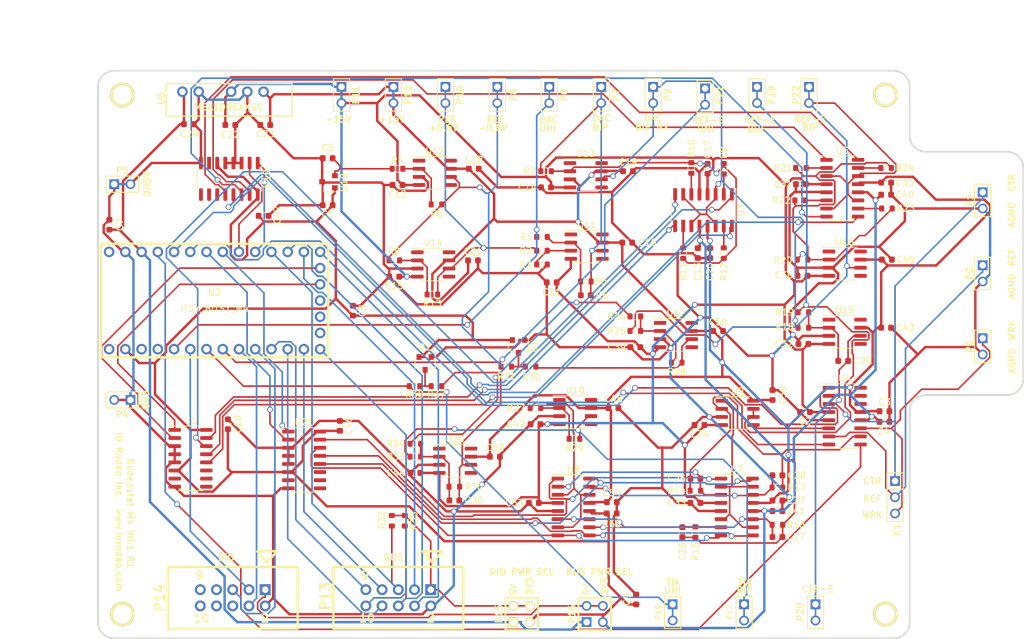
<source format=kicad_pcb>
(kicad_pcb (version 20171130) (host pcbnew 5.1.7-a382d34a8~87~ubuntu18.04.1)
  (layers (0 F.Cu signal) (31 B.Cu signal) (34 B.Paste user) (35 F.Paste user) (36 B.SilkS user) (37 F.SilkS user) (38 B.Mask user) (39 F.Mask user) (44 Edge.Cuts user))
  (net 0 "")
  (net 1 /3V3)
  (net 2 /5V)
  (net 3 /CS)
  (net 4 /CTR_ELECT)
  (net 5 /DAC_BIP)
  (net 6 /DAC_BIP_NX)
  (net 7 /DAC_GAIN_A0)
  (net 8 /DAC_GAIN_A1)
  (net 9 /DAC_UNI)
  (net 10 /GND)
  (net 11 /REF_0V6)
  (net 12 /REF_ELECT)
  (net 13 /REF_ELECT_BUF)
  (net 14 /REF_ELECT_UNI)
  (net 15 /SCK)
  (net 16 /SCL)
  (net 17 /SDA)
  (net 18 /TIA_OUT_BIP)
  (net 19 /TIA_OUT_UNI)
  (net 20 /VEXP)
  (net 21 /VUEXT)
  (net 22 /WRK_ELECT)
  (net 23 /-15V)
  (net 24 /+15V)
  (net 25 /REF_3V)
  (net 26 "Net-(C6-Pad2)")
  (net 27 "Net-(C25-Pad1)")
  (net 28 "Net-(C26-Pad1)")
  (net 29 "Net-(C27-Pad1)")
  (net 30 "Net-(C28-Pad1)")
  (net 31 "Net-(C29-Pad2)")
  (net 32 "Net-(C30-Pad1)")
  (net 33 "Net-(C30-Pad2)")
  (net 34 "Net-(D1-Pad3)")
  (net 35 "Net-(D2-Pad3)")
  (net 36 /WRK_ELECT_OUT)
  (net 37 /REF_ELECT_OUT)
  (net 38 /CTR_ELECT_OUT)
  (net 39 /REF_NEG_0V6)
  (net 40 /REF_ELECT_BIP)
  (net 41 "Net-(R2-Pad1)")
  (net 42 "Net-(R4-Pad1)")
  (net 43 "Net-(R10-Pad2)")
  (net 44 "Net-(R13-Pad2)")
  (net 45 "Net-(R9-Pad1)")
  (net 46 "Net-(R10-Pad1)")
  (net 47 "Net-(R11-Pad1)")
  (net 48 "Net-(R12-Pad1)")
  (net 49 "Net-(R20-Pad1)")
  (net 50 "Net-(R21-Pad1)")
  (net 51 "Net-(R22-Pad1)")
  (net 52 "Net-(R23-Pad1)")
  (net 53 "Net-(R24-Pad1)")
  (net 54 "Net-(R25-Pad1)")
  (net 55 "Net-(R27-Pad1)")
  (net 56 "Net-(R27-Pad2)")
  (net 57 "Net-(R28-Pad1)")
  (net 58 /SW_GAIN_1X)
  (net 59 /SW_GAIN_2X)
  (net 60 /SW_GAIN_5X)
  (net 61 /SW_GAIN_10X)
  (net 62 "Net-(U1-Pad11)")
  (net 63 "Net-(U1-Pad10)")
  (net 64 "Net-(U1-Pad9)")
  (net 65 "Net-(U1-Pad7)")
  (net 66 /REF_GAIN_A1)
  (net 67 /REF_GAIN_A0)
  (net 68 /SW_WRK_ELECT)
  (net 69 /SW_REF_ELECT)
  (net 70 /SW_CTR_ELECT)
  (net 71 /TIA_GAIN_A1)
  (net 72 /TIA_GAIN_A0)
  (net 73 "Net-(U4-Pad14)")
  (net 74 "Net-(U4-Pad15)")
  (net 75 "Net-(U4-Pad16)")
  (net 76 /SW_GAIN_INV_1X)
  (net 77 /SW_GAIN_INV_2X)
  (net 78 /SW_GAIN_INV_5X)
  (net 79 /SW_GAIN_INV_10X)
  (net 80 /SW_TIA_GAIN_4)
  (net 81 "Net-(U7-Pad10)")
  (net 82 /SW_TIA_GAIN_3)
  (net 83 /SW_TIA_GAIN_2)
  (net 84 /SW_TIA_GAIN_1)
  (net 85 "Net-(U11-Pad1)")
  (net 86 "Net-(U11-Pad5)")
  (net 87 "Net-(U11-Pad8)")
  (net 88 "Net-(U12-Pad8)")
  (net 89 "Net-(U12-Pad5)")
  (net 90 "Net-(U12-Pad1)")
  (net 91 "Net-(U13-Pad1)")
  (net 92 "Net-(U13-Pad5)")
  (net 93 "Net-(U13-Pad8)")
  (net 94 "Net-(U14-Pad1)")
  (net 95 "Net-(U14-Pad5)")
  (net 96 "Net-(U14-Pad8)")
  (net 97 "Net-(U15-Pad8)")
  (net 98 "Net-(U15-Pad5)")
  (net 99 "Net-(U15-Pad1)")
  (net 100 "Net-(U16-Pad8)")
  (net 101 "Net-(U16-Pad5)")
  (net 102 "Net-(U16-Pad1)")
  (net 103 "Net-(U17-Pad8)")
  (net 104 "Net-(U17-Pad5)")
  (net 105 "Net-(U17-Pad1)")
  (net 106 "Net-(U18-Pad1)")
  (net 107 "Net-(U18-Pad5)")
  (net 108 "Net-(U18-Pad8)")
  (net 109 "Net-(U19-Pad11)")
  (net 110 "Net-(U19-Pad10)")
  (net 111 "Net-(U19-Pad9)")
  (net 112 "Net-(U19-Pad7)")
  (net 113 "Net-(U20-Pad8)")
  (net 114 "Net-(U20-Pad5)")
  (net 115 "Net-(U20-Pad1)")
  (net 116 "Net-(U21-Pad11)")
  (net 117 "Net-(U21-Pad10)")
  (net 118 "Net-(U21-Pad9)")
  (net 119 "Net-(U21-Pad7)")
  (net 120 /PICO)
  (net 121 /POCI)
  (net 122 /RX_D0)
  (net 123 /TX_D1)
  (net 124 "Net-(P14-Pad10)")
  (net 125 "Net-(P14-Pad9)")
  (net 126 "Net-(P14-Pad8)")
  (net 127 "Net-(P14-Pad7)")
  (net 128 "Net-(P14-Pad6)")
  (net 129 /A5_D19)
  (net 130 /A4_D18)
  (net 131 /A1_D15)
  (net 132 "Net-(U2-Pad1)")
  (net 133 "Net-(U2-Pad3)")
  (net 134 "Net-(U2-Pad4)")
  (net 135 "Net-(U2-Pad15)")
  (net 136 "Net-(U2-Pad16)")
  (net 137 "Net-(U2-Pad17)")
  (net 138 "Net-(U2-Pad33)")
  (module itsy_bitsy_m4:ITSY_BITSY_M4 (layer F.Cu) (at 69.05 86.8 90)
    (fp_text reference U2 (at 1.27 0) (layer F.SilkS) (effects (font (size 1.016 1.016) (thickness 0.2032))))
    (fp_text value ITSY_BITSY_M4 (at -1.27 0) (layer F.SilkS))
    (pad 33 thru_hole circle (at 7.62 -16.51 90) (size 1.651 1.651) (drill 1.016) (layers *.Cu *.Mask) (net 138 "Net-(U2-Pad33)"))
    (pad 32 thru_hole circle (at 7.62 -13.97 90) (size 1.651 1.651) (drill 1.016) (layers *.Cu *.Mask) (net 10 /GND))
    (pad 31 thru_hole circle (at 7.62 -11.43 90) (size 1.651 1.651) (drill 1.016) (layers *.Cu *.Mask) (net 2 /5V))
    (pad 30 thru_hole circle (at 7.62 -8.89 90) (size 1.651 1.651) (drill 1.016) (layers *.Cu *.Mask) (net 68 /SW_WRK_ELECT))
    (pad 29 thru_hole circle (at 7.62 -6.35 90) (size 1.651 1.651) (drill 1.016) (layers *.Cu *.Mask) (net 69 /SW_REF_ELECT))
    (pad 28 thru_hole circle (at 7.62 -3.81 90) (size 1.651 1.651) (drill 1.016) (layers *.Cu *.Mask) (net 70 /SW_CTR_ELECT))
    (pad 27 thru_hole circle (at 7.62 -1.27 90) (size 1.651 1.651) (drill 1.016) (layers *.Cu *.Mask) (net 71 /TIA_GAIN_A1))
    (pad 26 thru_hole circle (at 7.62 1.27 90) (size 1.651 1.651) (drill 1.016) (layers *.Cu *.Mask) (net 72 /TIA_GAIN_A0))
    (pad 25 thru_hole circle (at 7.62 3.81 90) (size 1.651 1.651) (drill 1.016) (layers *.Cu *.Mask) (net 66 /REF_GAIN_A1))
    (pad 24 thru_hole circle (at 7.62 6.35 90) (size 1.651 1.651) (drill 1.016) (layers *.Cu *.Mask) (net 67 /REF_GAIN_A0))
    (pad 23 thru_hole circle (at 7.62 8.89 90) (size 1.651 1.651) (drill 1.016) (layers *.Cu *.Mask) (net 16 /SCL))
    (pad 22 thru_hole circle (at 7.62 11.43 90) (size 1.651 1.651) (drill 1.016) (layers *.Cu *.Mask) (net 17 /SDA))
    (pad 21 thru_hole circle (at 7.62 13.97 90) (size 1.651 1.651) (drill 1.016) (layers *.Cu *.Mask) (net 123 /TX_D1))
    (pad 20 thru_hole circle (at 7.62 16.51 90) (size 1.651 1.651) (drill 1.016) (layers *.Cu *.Mask) (net 122 /RX_D0))
    (pad 19 thru_hole circle (at 5.08 16.51 90) (size 1.651 1.651) (drill 1.016) (layers *.Cu *.Mask) (net 8 /DAC_GAIN_A1))
    (pad 18 thru_hole circle (at 2.54 16.51 90) (size 1.651 1.651) (drill 1.016) (layers *.Cu *.Mask) (net 7 /DAC_GAIN_A0))
    (pad 17 thru_hole circle (at 0 16.51 90) (size 1.651 1.651) (drill 1.016) (layers *.Cu *.Mask) (net 137 "Net-(U2-Pad17)"))
    (pad 16 thru_hole circle (at -2.54 16.51 90) (size 1.651 1.651) (drill 1.016) (layers *.Cu *.Mask) (net 136 "Net-(U2-Pad16)"))
    (pad 15 thru_hole circle (at -5.08 16.51 90) (size 1.651 1.651) (drill 1.016) (layers *.Cu *.Mask) (net 135 "Net-(U2-Pad15)"))
    (pad 14 thru_hole circle (at -7.62 16.51 90) (size 1.651 1.651) (drill 1.016) (layers *.Cu *.Mask) (net 3 /CS))
    (pad 13 thru_hole circle (at -7.62 13.97 90) (size 1.651 1.651) (drill 1.016) (layers *.Cu *.Mask) (net 121 /POCI))
    (pad 12 thru_hole circle (at -7.62 11.43 90) (size 1.651 1.651) (drill 1.016) (layers *.Cu *.Mask) (net 120 /PICO))
    (pad 11 thru_hole circle (at -7.62 8.89 90) (size 1.651 1.651) (drill 1.016) (layers *.Cu *.Mask) (net 15 /SCK))
    (pad 10 thru_hole circle (at -7.62 6.35 90) (size 1.651 1.651) (drill 1.016) (layers *.Cu *.Mask) (net 129 /A5_D19))
    (pad 9 thru_hole circle (at -7.62 3.81 90) (size 1.651 1.651) (drill 1.016) (layers *.Cu *.Mask) (net 130 /A4_D18))
    (pad 8 thru_hole circle (at -7.62 1.27 90) (size 1.651 1.651) (drill 1.016) (layers *.Cu *.Mask) (net 14 /REF_ELECT_UNI))
    (pad 7 thru_hole circle (at -7.62 -1.27 90) (size 1.651 1.651) (drill 1.016) (layers *.Cu *.Mask) (net 19 /TIA_OUT_UNI))
    (pad 6 thru_hole circle (at -7.62 -3.81 90) (size 1.651 1.651) (drill 1.016) (layers *.Cu *.Mask) (net 131 /A1_D15))
    (pad 5 thru_hole circle (at -7.62 -6.35 90) (size 1.651 1.651) (drill 1.016) (layers *.Cu *.Mask) (net 9 /DAC_UNI))
    (pad 4 thru_hole circle (at -7.62 -8.89 90) (size 1.651 1.651) (drill 1.016) (layers *.Cu *.Mask) (net 134 "Net-(U2-Pad4)"))
    (pad 3 thru_hole circle (at -7.62 -11.43 90) (size 1.651 1.651) (drill 1.016) (layers *.Cu *.Mask) (net 133 "Net-(U2-Pad3)"))
    (pad 2 thru_hole circle (at -7.62 -13.97 90) (size 1.651 1.651) (drill 1.016) (layers *.Cu *.Mask) (net 1 /3V3))
    (pad 1 thru_hole circle (at -7.62 -16.51 90) (size 1.651 1.651) (drill 1.016) (layers *.Cu *.Mask) (net 132 "Net-(U2-Pad1)"))
  )
  (module pin_array:PIN_ARRAY_2X1 (layer F.Cu) (at 54.61 68.58)
    (fp_text reference P5 (at 0 -2.159) (layer F.SilkS) (effects (font (size 1.016 1.016) (thickness 0.2032))))
    (fp_text value Conn_01x02 hide)
    (pad 1 thru_hole rect (at -1.27 0) (size 1.524 1.524) (drill 1.016) (layers *.Cu *.Mask) (net 10 /GND))
    (pad 2 thru_hole circle (at 1.27 0) (size 1.524 1.524) (drill 1.016) (layers *.Cu *.Mask) (net 10 /GND))
  )
  (module Capacitor_SMD:C_0603_1608Metric (layer F.Cu) (at 173.863 104.14)
    (fp_text reference C3 (at 0 -1.43) (layer F.SilkS))
    (fp_text value 0.1uF)
    (pad 2 smd roundrect (at 0.775 0) (size 0.9 0.95) (layers F.Cu F.Paste F.Mask) (net 10 /GND))
    (pad 1 smd roundrect (at -0.775 0) (size 0.9 0.95) (layers F.Cu F.Paste F.Mask) (net 24 /+15V))
  )
  (module Package_SO:SOIC-8_3.9x4.9mm_P1.27mm (layer F.Cu) (at 127.254 78.359)
    (fp_text reference U11 (at 0 -3.4) (layer F.SilkS))
    (fp_text value OP07)
    (pad 1 smd roundrect (at -2.475 -1.905) (size 1.95 0.6) (layers F.Cu F.Paste F.Mask) (net 85 "Net-(U11-Pad1)"))
    (pad 2 smd roundrect (at -2.475 -0.635) (size 1.95 0.6) (layers F.Cu F.Paste F.Mask) (net 26 "Net-(C6-Pad2)"))
    (pad 3 smd roundrect (at -2.475 0.635) (size 1.95 0.6) (layers F.Cu F.Paste F.Mask) (net 41 "Net-(R2-Pad1)"))
    (pad 4 smd roundrect (at -2.475 1.905) (size 1.95 0.6) (layers F.Cu F.Paste F.Mask) (net 23 /-15V))
    (pad 5 smd roundrect (at 2.475 1.905) (size 1.95 0.6) (layers F.Cu F.Paste F.Mask) (net 86 "Net-(U11-Pad5)"))
    (pad 6 smd roundrect (at 2.475 0.635) (size 1.95 0.6) (layers F.Cu F.Paste F.Mask) (net 5 /DAC_BIP))
    (pad 7 smd roundrect (at 2.475 -0.635) (size 1.95 0.6) (layers F.Cu F.Paste F.Mask) (net 24 /+15V))
    (pad 8 smd roundrect (at 2.475 -1.905) (size 1.95 0.6) (layers F.Cu F.Paste F.Mask) (net 87 "Net-(U11-Pad8)"))
  )
  (module pin_array:PIN_ARRAY_3X1 (layer F.Cu) (at 175.514 117.602 270)
    (fp_text reference K1 (at 5.08 -0.254 270) (layer F.SilkS) (effects (font (size 1.016 1.016) (thickness 0.2032))))
    (fp_text value Conn_01x03 hide)
    (pad 1 thru_hole rect (at -2.54 0 270) (size 1.524 1.524) (drill 1.016) (layers *.Cu *.Mask) (net 38 /CTR_ELECT_OUT))
    (pad 2 thru_hole circle (at 0 0 270) (size 1.524 1.524) (drill 1.016) (layers *.Cu *.Mask) (net 37 /REF_ELECT_OUT))
    (pad 3 thru_hole circle (at 2.54 0 270) (size 1.524 1.524) (drill 1.016) (layers *.Cu *.Mask) (net 36 /WRK_ELECT_OUT))
  )
  (module 5x2_shrd_header:5X2_SHRD_HEADER (layer F.Cu) (at 71.882 133.35 180)
    (fp_text reference P14 (at 11.43 0 270) (layer F.SilkS) (effects (font (size 1.524 1.524) (thickness 0.3048))))
    (fp_text value Conn_02x05_Odd_Even hide)
    (fp_text user 2 (at -5.10032 -3.2004 180) (layer F.SilkS) (effects (font (size 1.27 1.27) (thickness 0.254))))
    (fp_text user 9 (at 5.19938 3.50012 180) (layer F.SilkS) (effects (font (size 1.27 1.27) (thickness 0.254))))
    (fp_text user 10 (at 4.89966 -3.2004 180) (layer F.SilkS) (effects (font (size 1.27 1.27) (thickness 0.254))))
    (pad 10 thru_hole circle (at 5.08 -1.27 180) (size 1.7 1.7) (drill 1.016) (layers *.Cu *.Mask) (net 124 "Net-(P14-Pad10)"))
    (pad 9 thru_hole circle (at 5.08 1.27 180) (size 1.7 1.7) (drill 1.016) (layers *.Cu *.Mask) (net 125 "Net-(P14-Pad9)"))
    (pad 8 thru_hole circle (at 2.54 -1.27 180) (size 1.7 1.7) (drill 1.016) (layers *.Cu *.Mask) (net 126 "Net-(P14-Pad8)"))
    (pad 7 thru_hole circle (at 2.54 1.27 180) (size 1.7 1.7) (drill 1.016) (layers *.Cu *.Mask) (net 127 "Net-(P14-Pad7)"))
    (pad 6 thru_hole circle (at 0 -1.27 180) (size 1.7 1.7) (drill 1.016) (layers *.Cu *.Mask) (net 128 "Net-(P14-Pad6)"))
    (pad 5 thru_hole circle (at 0 1.27 180) (size 1.7 1.7) (drill 1.016) (layers *.Cu *.Mask) (net 129 /A5_D19))
    (pad 4 thru_hole circle (at -2.54 -1.27 180) (size 1.7 1.7) (drill 1.016) (layers *.Cu *.Mask) (net 130 /A4_D18))
    (pad 3 thru_hole circle (at -2.54 1.27 180) (size 1.7 1.7) (drill 1.016) (layers *.Cu *.Mask) (net 131 /A1_D15))
    (pad 2 thru_hole circle (at -5.08 -1.27 180) (size 1.7 1.7) (drill 1.016) (layers *.Cu *.Mask) (net 10 /GND))
    (pad 1 thru_hole rect (at -5.08 1.27 180) (size 1.7 1.7) (drill 1.016) (layers *.Cu *.Mask) (net 20 /VEXP))
  )
  (module 5x2_shrd_header:5X2_SHRD_HEADER (layer F.Cu) (at 97.79 133.35 180)
    (fp_text reference P13 (at 11.43 0.254 270) (layer F.SilkS) (effects (font (size 1.524 1.524) (thickness 0.3048))))
    (fp_text value Conn_02x05_Odd_Even hide)
    (fp_text user 2 (at -5.10032 -3.2004 180) (layer F.SilkS) (effects (font (size 1.27 1.27) (thickness 0.254))))
    (fp_text user 9 (at 5.19938 3.50012 180) (layer F.SilkS) (effects (font (size 1.27 1.27) (thickness 0.254))))
    (fp_text user 10 (at 4.89966 -3.2004 180) (layer F.SilkS) (effects (font (size 1.27 1.27) (thickness 0.254))))
    (pad 10 thru_hole circle (at 5.08 -1.27 180) (size 1.7 1.7) (drill 1.016) (layers *.Cu *.Mask) (net 3 /CS))
    (pad 9 thru_hole circle (at 5.08 1.27 180) (size 1.7 1.7) (drill 1.016) (layers *.Cu *.Mask) (net 15 /SCK))
    (pad 8 thru_hole circle (at 2.54 -1.27 180) (size 1.7 1.7) (drill 1.016) (layers *.Cu *.Mask) (net 120 /PICO))
    (pad 7 thru_hole circle (at 2.54 1.27 180) (size 1.7 1.7) (drill 1.016) (layers *.Cu *.Mask) (net 121 /POCI))
    (pad 6 thru_hole circle (at 0 -1.27 180) (size 1.7 1.7) (drill 1.016) (layers *.Cu *.Mask) (net 17 /SDA))
    (pad 5 thru_hole circle (at 0 1.27 180) (size 1.7 1.7) (drill 1.016) (layers *.Cu *.Mask) (net 16 /SCL))
    (pad 4 thru_hole circle (at -2.54 -1.27 180) (size 1.7 1.7) (drill 1.016) (layers *.Cu *.Mask) (net 122 /RX_D0))
    (pad 3 thru_hole circle (at -2.54 1.27 180) (size 1.7 1.7) (drill 1.016) (layers *.Cu *.Mask) (net 123 /TX_D1))
    (pad 2 thru_hole circle (at -5.08 -1.27 180) (size 1.7 1.7) (drill 1.016) (layers *.Cu *.Mask) (net 10 /GND))
    (pad 1 thru_hole rect (at -5.08 1.27 180) (size 1.7 1.7) (drill 1.016) (layers *.Cu *.Mask) (net 21 /VUEXT))
  )
  (module pin_array:PIN_ARRAY_2X1 (layer F.Cu) (at 129.54 54.61 270)
    (fp_text reference P7 (at 0 -2.286 270) (layer F.SilkS) (effects (font (size 1.016 1.016) (thickness 0.2032))))
    (fp_text value Conn_01x02 hide)
    (pad 1 thru_hole rect (at -1.27 0 270) (size 1.524 1.524) (drill 1.016) (layers *.Cu *.Mask) (net 5 /DAC_BIP))
    (pad 2 thru_hole circle (at 1.27 0 270) (size 1.524 1.524) (drill 1.016) (layers *.Cu *.Mask) (net 5 /DAC_BIP))
  )
  (module pin_array:PIN_ARRAY_2X1 (layer F.Cu) (at 137.668 54.61 270)
    (fp_text reference P9 (at 0 -2.286 270) (layer F.SilkS) (effects (font (size 1.016 1.016) (thickness 0.2032))))
    (fp_text value Conn_01x02 hide)
    (pad 1 thru_hole rect (at -1.27 0 270) (size 1.524 1.524) (drill 1.016) (layers *.Cu *.Mask) (net 6 /DAC_BIP_NX))
    (pad 2 thru_hole circle (at 1.27 0 270) (size 1.524 1.524) (drill 1.016) (layers *.Cu *.Mask) (net 6 /DAC_BIP_NX))
  )
  (module pin_array:PIN_ARRAY_2X1 (layer F.Cu) (at 163.068 135.636 270)
    (fp_text reference P20 (at -0.1016 2.3876 270) (layer F.SilkS) (effects (font (size 1.016 1.016) (thickness 0.2032))))
    (fp_text value Conn_01x02 hide)
    (pad 1 thru_hole rect (at -1.27 0 270) (size 1.524 1.524) (drill 1.016) (layers *.Cu *.Mask) (net 4 /CTR_ELECT))
    (pad 2 thru_hole circle (at 1.27 0 270) (size 1.524 1.524) (drill 1.016) (layers *.Cu *.Mask) (net 4 /CTR_ELECT))
  )
  (module pin_array:PIN_ARRAY_2X1 (layer F.Cu) (at 145.796 54.864 270)
    (fp_text reference P21 (at -0.254 -2.286 270) (layer F.SilkS) (effects (font (size 1.016 1.016) (thickness 0.2032))))
    (fp_text value Conn_01x02 hide)
    (pad 2 thru_hole circle (at 1.27 0 270) (size 1.524 1.524) (drill 1.016) (layers *.Cu *.Mask) (net 14 /REF_ELECT_UNI))
    (pad 1 thru_hole rect (at -1.27 0 270) (size 1.524 1.524) (drill 1.016) (layers *.Cu *.Mask) (net 14 /REF_ELECT_UNI))
  )
  (module pin_array:PIN_ARRAY_2X1 (layer F.Cu) (at 153.924 54.61 270)
    (fp_text reference P19 (at 0 -2.286 270) (layer F.SilkS) (effects (font (size 1.016 1.016) (thickness 0.2032))))
    (fp_text value Conn_01x02 hide)
    (pad 1 thru_hole rect (at -1.27 0 270) (size 1.524 1.524) (drill 1.016) (layers *.Cu *.Mask) (net 13 /REF_ELECT_BUF))
    (pad 2 thru_hole circle (at 1.27 0 270) (size 1.524 1.524) (drill 1.016) (layers *.Cu *.Mask) (net 13 /REF_ELECT_BUF))
  )
  (module pin_array:PIN_ARRAY_2X1 (layer F.Cu) (at 121.412 54.61 270)
    (fp_text reference P6 (at 0 -2.286 270) (layer F.SilkS) (effects (font (size 1.016 1.016) (thickness 0.2032))))
    (fp_text value Conn_01x02 hide)
    (pad 1 thru_hole rect (at -1.27 0 270) (size 1.524 1.524) (drill 1.016) (layers *.Cu *.Mask) (net 9 /DAC_UNI))
    (pad 2 thru_hole circle (at 1.27 0 270) (size 1.524 1.524) (drill 1.016) (layers *.Cu *.Mask) (net 9 /DAC_UNI))
  )
  (module pin_array:PIN_ARRAY_2X1 (layer F.Cu) (at 105.156 54.61 270)
    (fp_text reference P10 (at 0 -2.286 90) (layer F.SilkS) (effects (font (size 1.016 1.016) (thickness 0.2032))))
    (fp_text value Conn_01x02 hide)
    (pad 1 thru_hole rect (at -1.27 0 270) (size 1.524 1.524) (drill 1.016) (layers *.Cu *.Mask) (net 11 /REF_0V6))
    (pad 2 thru_hole circle (at 1.27 0 270) (size 1.524 1.524) (drill 1.016) (layers *.Cu *.Mask) (net 11 /REF_0V6))
  )
  (module pin_array:PIN_ARRAY_2X1 (layer F.Cu) (at 97.028 54.61 270)
    (fp_text reference P12 (at 0 -2.286 270) (layer F.SilkS) (effects (font (size 1.016 1.016) (thickness 0.2032))))
    (fp_text value Conn_01x02 hide)
    (pad 1 thru_hole rect (at -1.27 0 270) (size 1.524 1.524) (drill 1.016) (layers *.Cu *.Mask) (net 24 /+15V))
    (pad 2 thru_hole circle (at 1.27 0 270) (size 1.524 1.524) (drill 1.016) (layers *.Cu *.Mask) (net 24 /+15V))
  )
  (module pin_array:PIN_ARRAY_2X1 (layer F.Cu) (at 88.9 54.61 270)
    (fp_text reference P11 (at 0 -2.286 270) (layer F.SilkS) (effects (font (size 1.016 1.016) (thickness 0.2032))))
    (fp_text value Conn_01x02 hide)
    (pad 1 thru_hole rect (at -1.27 0 270) (size 1.524 1.524) (drill 1.016) (layers *.Cu *.Mask) (net 23 /-15V))
    (pad 2 thru_hole circle (at 1.27 0 270) (size 1.524 1.524) (drill 1.016) (layers *.Cu *.Mask) (net 23 /-15V))
  )
  (module pin_array:PIN_ARRAY_2X1 (layer F.Cu) (at 54.61 102.362 180)
    (fp_text reference P4 (at 0 -2.286 180) (layer F.SilkS) (effects (font (size 1.016 1.016) (thickness 0.2032))))
    (fp_text value Conn_01x02 hide)
    (pad 1 thru_hole rect (at -1.27 0 180) (size 1.524 1.524) (drill 1.016) (layers *.Cu *.Mask) (net 10 /GND))
    (pad 2 thru_hole circle (at 1.27 0 180) (size 1.524 1.524) (drill 1.016) (layers *.Cu *.Mask) (net 10 /GND))
  )
  (module pin_array:PIN_ARRAY_2X1 (layer F.Cu) (at 140.716 135.636 270)
    (fp_text reference P18 (at 0 2.286 270) (layer F.SilkS) (effects (font (size 0.762 0.762) (thickness 0.1524))))
    (fp_text value Conn_01x02 hide)
    (pad 1 thru_hole rect (at -1.27 0 270) (size 1.524 1.524) (drill 1.016) (layers *.Cu *.Mask) (net 19 /TIA_OUT_UNI))
    (pad 2 thru_hole circle (at 1.27 0 270) (size 1.524 1.524) (drill 1.016) (layers *.Cu *.Mask) (net 19 /TIA_OUT_UNI))
  )
  (module pin_array:PIN_ARRAY_2X1 (layer F.Cu) (at 151.892 135.636 270)
    (fp_text reference P17 (at 0 2.286 270) (layer F.SilkS) (effects (font (size 0.762 0.762) (thickness 0.1524))))
    (fp_text value Conn_01x02 hide)
    (pad 1 thru_hole rect (at -1.27 0 270) (size 1.524 1.524) (drill 1.016) (layers *.Cu *.Mask) (net 18 /TIA_OUT_BIP))
    (pad 2 thru_hole circle (at 1.27 0 270) (size 1.524 1.524) (drill 1.016) (layers *.Cu *.Mask) (net 18 /TIA_OUT_BIP))
  )
  (module pin_array:PIN_ARRAY_2X1 (layer F.Cu) (at 113.284 54.61 270)
    (fp_text reference P8 (at 0 -2.54 270) (layer F.SilkS) (effects (font (size 1.016 1.016) (thickness 0.2032))))
    (fp_text value Conn_01x02 hide)
    (pad 1 thru_hole rect (at -1.27 0 270) (size 1.524 1.524) (drill 1.016) (layers *.Cu *.Mask) (net 39 /REF_NEG_0V6))
    (pad 2 thru_hole circle (at 1.27 0 270) (size 1.524 1.524) (drill 1.016) (layers *.Cu *.Mask) (net 39 /REF_NEG_0V6))
  )
  (module pin_array:PIN_ARRAY_2X2 (layer F.Cu) (at 128.524 135.89)
    (fp_text reference P16 (at -3.556 0 90) (layer F.SilkS) (effects (font (size 1.016 1.016) (thickness 0.2032))))
    (fp_text value Conn_02x02_Odd_Even hide)
    (pad 1 thru_hole rect (at -1.27 1.27) (size 1.524 1.524) (drill 1.016) (layers *.Cu *.Mask) (net 2 /5V))
    (pad 2 thru_hole circle (at -1.27 -1.27) (size 1.524 1.524) (drill 1.016) (layers *.Cu *.Mask) (net 20 /VEXP))
    (pad 3 thru_hole circle (at 1.27 1.27) (size 1.524 1.524) (drill 1.016) (layers *.Cu *.Mask) (net 1 /3V3))
    (pad 4 thru_hole circle (at 1.27 -1.27) (size 1.524 1.524) (drill 1.016) (layers *.Cu *.Mask) (net 20 /VEXP))
  )
  (module pin_array:PIN_ARRAY_2X2 (layer F.Cu) (at 117.094 135.89)
    (fp_text reference P15 (at -3.556 0 90) (layer F.SilkS) (effects (font (size 1.016 1.016) (thickness 0.2032))))
    (fp_text value Conn_02x02_Odd_Even hide)
    (pad 1 thru_hole rect (at -1.27 1.27) (size 1.524 1.524) (drill 1.016) (layers *.Cu *.Mask F.SilkS) (net 2 /5V))
    (pad 2 thru_hole circle (at -1.27 -1.27) (size 1.524 1.524) (drill 1.016) (layers *.Cu *.Mask F.SilkS) (net 21 /VUEXT))
    (pad 3 thru_hole circle (at 1.27 1.27) (size 1.524 1.524) (drill 1.016) (layers *.Cu *.Mask F.SilkS) (net 1 /3V3))
    (pad 4 thru_hole circle (at 1.27 -1.27) (size 1.524 1.524) (drill 1.016) (layers *.Cu *.Mask F.SilkS) (net 21 /VUEXT))
  )
  (module 4-40 (layer F.Cu) (at 173.99 135.89)
    (fp_text reference H3 hide)
    (fp_text value VAL** hide)
    (pad "" thru_hole circle (at 0 0) (size 3.81 3.81) (drill 2.9464) (layers *.Cu *.Mask F.SilkS))
  )
  (module 4-40 (layer F.Cu) (at 54.61 135.89)
    (fp_text reference H4 hide)
    (fp_text value VAL** hide)
    (pad "" thru_hole circle (at 0 0) (size 3.81 3.81) (drill 2.9464) (layers *.Cu *.Mask F.SilkS))
  )
  (module 4-40 (layer F.Cu) (at 54.61 54.61)
    (fp_text reference H1 hide)
    (fp_text value VAL** hide)
    (pad "" thru_hole circle (at 0 0) (size 3.81 3.81) (drill 2.9464) (layers *.Cu *.Mask F.SilkS))
  )
  (module 4-40 (layer F.Cu) (at 173.99 54.61)
    (fp_text reference H2 hide)
    (fp_text value VAL** hide)
    (pad "" thru_hole circle (at 0 0) (size 3.81 3.81) (drill 2.9464) (layers *.Cu *.Mask F.SilkS))
  )
  (module Capacitor_SMD:C_0603_1608Metric (layer F.Cu) (at 86.741 71.882 180)
    (fp_text reference C1 (at 0 -1.43) (layer F.SilkS))
    (fp_text value 4.7uF)
    (pad 2 smd roundrect (at 0.775 0 180) (size 0.9 0.95) (layers F.Cu F.Paste F.Mask) (net 10 /GND))
    (pad 1 smd roundrect (at -0.775 0 180) (size 0.9 0.95) (layers F.Cu F.Paste F.Mask) (net 1 /3V3))
  )
  (module Capacitor_SMD:C_0603_1608Metric (layer F.Cu) (at 161.417 104.267 180)
    (fp_text reference C2 (at 0 -1.43) (layer F.SilkS))
    (fp_text value 0.1uF)
    (pad 1 smd roundrect (at -0.775 0 180) (size 0.9 0.95) (layers F.Cu F.Paste F.Mask) (net 23 /-15V))
    (pad 2 smd roundrect (at 0.775 0 180) (size 0.9 0.95) (layers F.Cu F.Paste F.Mask) (net 10 /GND))
  )
  (module Capacitor_SMD:C_0603_1608Metric (layer F.Cu) (at 173.863 105.791)
    (fp_text reference C4 (at -0.127 1.524) (layer F.SilkS))
    (fp_text value 0.1uF)
    (pad 2 smd roundrect (at 0.775 0) (size 0.9 0.95) (layers F.Cu F.Paste F.Mask) (net 10 /GND))
    (pad 1 smd roundrect (at -0.775 0) (size 0.9 0.95) (layers F.Cu F.Paste F.Mask) (net 1 /3V3))
  )
  (module Capacitor_SMD:C_0603_1608Metric (layer F.Cu) (at 86.741 64.516 180)
    (fp_text reference C5 (at 0 1.651) (layer F.SilkS))
    (fp_text value 4.7uF)
    (pad 1 smd roundrect (at -0.775 0 180) (size 0.9 0.95) (layers F.Cu F.Paste F.Mask) (net 25 /REF_3V))
    (pad 2 smd roundrect (at 0.775 0 180) (size 0.9 0.95) (layers F.Cu F.Paste F.Mask) (net 10 /GND))
  )
  (module Capacitor_SMD:C_0603_1608Metric (layer F.Cu) (at 127.127 85.979 180)
    (fp_text reference C6 (at -2.54 0) (layer F.SilkS))
    (fp_text value 3.3nF)
    (pad 2 smd roundrect (at 0.775 0 180) (size 0.9 0.95) (layers F.Cu F.Paste F.Mask) (net 26 "Net-(C6-Pad2)"))
    (pad 1 smd roundrect (at -0.775 0 180) (size 0.9 0.95) (layers F.Cu F.Paste F.Mask) (net 5 /DAC_BIP))
  )
  (module Capacitor_SMD:C_0603_1608Metric (layer F.Cu) (at 52.578 74.93 90)
    (fp_text reference C7 (at 0 1.651 90) (layer F.SilkS))
    (fp_text value 2.2uF)
    (pad 1 smd roundrect (at -0.775 0 90) (size 0.9 0.95) (layers F.Cu F.Paste F.Mask) (net 2 /5V))
    (pad 2 smd roundrect (at 0.775 0 90) (size 0.9 0.95) (layers F.Cu F.Paste F.Mask) (net 10 /GND))
  )
  (module Capacitor_SMD:C_0603_1608Metric (layer F.Cu) (at 90.678 88.392 90)
    (fp_text reference C8 (at 0 1.524 90) (layer F.SilkS))
    (fp_text value 2.2uF)
    (pad 2 smd roundrect (at 0.775 0 90) (size 0.9 0.95) (layers F.Cu F.Paste F.Mask) (net 10 /GND))
    (pad 1 smd roundrect (at -0.775 0 90) (size 0.9 0.95) (layers F.Cu F.Paste F.Mask) (net 1 /3V3))
  )
  (module Capacitor_SMD:C_0603_1608Metric (layer F.Cu) (at 135.001 133.604 90)
    (fp_text reference C9 (at 0 -1.43 90) (layer F.SilkS))
    (fp_text value 2.2uF)
    (pad 1 smd roundrect (at -0.775 0 90) (size 0.9 0.95) (layers F.Cu F.Paste F.Mask) (net 1 /3V3))
    (pad 2 smd roundrect (at 0.775 0 90) (size 0.9 0.95) (layers F.Cu F.Paste F.Mask) (net 10 /GND))
  )
  (module Capacitor_SMD:C_0603_1608Metric (layer F.Cu) (at 71.12 106.172 90)
    (fp_text reference C10 (at 0 1.524 90) (layer F.SilkS))
    (fp_text value 0.1uF)
    (pad 2 smd roundrect (at 0.775 0 90) (size 0.9 0.95) (layers F.Cu F.Paste F.Mask) (net 10 /GND))
    (pad 1 smd roundrect (at -0.775 0 90) (size 0.9 0.95) (layers F.Cu F.Paste F.Mask) (net 1 /3V3))
  )
  (module Capacitor_SMD:C_0603_1608Metric (layer F.Cu) (at 121.793 83.947 180)
    (fp_text reference C11 (at 0 -1.524) (layer F.SilkS))
    (fp_text value 0.1uF)
    (pad 1 smd roundrect (at -0.775 0 180) (size 0.9 0.95) (layers F.Cu F.Paste F.Mask) (net 23 /-15V))
    (pad 2 smd roundrect (at 0.775 0 180) (size 0.9 0.95) (layers F.Cu F.Paste F.Mask) (net 10 /GND))
  )
  (module Capacitor_SMD:C_0603_1608Metric (layer F.Cu) (at 97.663 68.707 180)
    (fp_text reference C12 (at 0 -1.43) (layer F.SilkS))
    (fp_text value 0.1uF)
    (pad 2 smd roundrect (at 0.775 0 180) (size 0.9 0.95) (layers F.Cu F.Paste F.Mask) (net 10 /GND))
    (pad 1 smd roundrect (at -0.775 0 180) (size 0.9 0.95) (layers F.Cu F.Paste F.Mask) (net 23 /-15V))
  )
  (module Capacitor_SMD:C_0603_1608Metric (layer F.Cu) (at 144.653 79.375 270)
    (fp_text reference C13 (at 2.921 0 90) (layer F.SilkS))
    (fp_text value 0.1uF)
    (pad 1 smd roundrect (at -0.775 0 270) (size 0.9 0.95) (layers F.Cu F.Paste F.Mask) (net 1 /3V3))
    (pad 2 smd roundrect (at 0.775 0 270) (size 0.9 0.95) (layers F.Cu F.Paste F.Mask) (net 10 /GND))
  )
  (module Capacitor_SMD:C_0603_1608Metric (layer F.Cu) (at 120.904 69.088 180)
    (fp_text reference C14 (at 2.921 0) (layer F.SilkS))
    (fp_text value 0.1uF)
    (pad 1 smd roundrect (at -0.775 0 180) (size 0.9 0.95) (layers F.Cu F.Paste F.Mask) (net 23 /-15V))
    (pad 2 smd roundrect (at 0.775 0 180) (size 0.9 0.95) (layers F.Cu F.Paste F.Mask) (net 10 /GND))
  )
  (module Capacitor_SMD:C_0603_1608Metric (layer F.Cu) (at 97.155 83.058 180)
    (fp_text reference C15 (at 0 -1.43) (layer F.SilkS))
    (fp_text value 0.1uF)
    (pad 1 smd roundrect (at -0.775 0 180) (size 0.9 0.95) (layers F.Cu F.Paste F.Mask) (net 23 /-15V))
    (pad 2 smd roundrect (at 0.775 0 180) (size 0.9 0.95) (layers F.Cu F.Paste F.Mask) (net 10 /GND))
  )
  (module Capacitor_SMD:C_0603_1608Metric (layer F.Cu) (at 133.604 77.724)
    (fp_text reference C16 (at 3.175 0) (layer F.SilkS))
    (fp_text value 0.1uF)
    (pad 2 smd roundrect (at 0.775 0) (size 0.9 0.95) (layers F.Cu F.Paste F.Mask) (net 10 /GND))
    (pad 1 smd roundrect (at -0.775 0) (size 0.9 0.95) (layers F.Cu F.Paste F.Mask) (net 24 /+15V))
  )
  (module Capacitor_SMD:C_0603_1608Metric (layer F.Cu) (at 146.177 66.167 90)
    (fp_text reference C17 (at 3.048 0 90) (layer F.SilkS))
    (fp_text value 0.1uF)
    (pad 2 smd roundrect (at 0.775 0 90) (size 0.9 0.95) (layers F.Cu F.Paste F.Mask) (net 10 /GND))
    (pad 1 smd roundrect (at -0.775 0 90) (size 0.9 0.95) (layers F.Cu F.Paste F.Mask) (net 23 /-15V))
  )
  (module Capacitor_SMD:C_0603_1608Metric (layer F.Cu) (at 109.601 66.167)
    (fp_text reference C18 (at 0 -1.43) (layer F.SilkS))
    (fp_text value 0.1uF)
    (pad 2 smd roundrect (at 0.775 0) (size 0.9 0.95) (layers F.Cu F.Paste F.Mask) (net 10 /GND))
    (pad 1 smd roundrect (at -0.775 0) (size 0.9 0.95) (layers F.Cu F.Paste F.Mask) (net 24 /+15V))
  )
  (module Capacitor_SMD:C_0603_1608Metric (layer F.Cu) (at 133.731 66.548)
    (fp_text reference C19 (at 0 -1.43) (layer F.SilkS))
    (fp_text value 0.1uF)
    (pad 2 smd roundrect (at 0.775 0) (size 0.9 0.95) (layers F.Cu F.Paste F.Mask) (net 10 /GND))
    (pad 1 smd roundrect (at -0.775 0) (size 0.9 0.95) (layers F.Cu F.Paste F.Mask) (net 24 /+15V))
  )
  (module Capacitor_SMD:C_0603_1608Metric (layer F.Cu) (at 146.558 79.375 270)
    (fp_text reference C20 (at 2.921 0 90) (layer F.SilkS))
    (fp_text value 0.1uF)
    (pad 1 smd roundrect (at -0.775 0 270) (size 0.9 0.95) (layers F.Cu F.Paste F.Mask) (net 24 /+15V))
    (pad 2 smd roundrect (at 0.775 0 270) (size 0.9 0.95) (layers F.Cu F.Paste F.Mask) (net 10 /GND))
  )
  (module Capacitor_SMD:C_0603_1608Metric (layer F.Cu) (at 109.474 80.518)
    (fp_text reference C21 (at 0 -1.43) (layer F.SilkS))
    (fp_text value 0.1uF)
    (pad 1 smd roundrect (at -0.775 0) (size 0.9 0.95) (layers F.Cu F.Paste F.Mask) (net 24 /+15V))
    (pad 2 smd roundrect (at 0.775 0) (size 0.9 0.95) (layers F.Cu F.Paste F.Mask) (net 10 /GND))
  )
  (module Capacitor_SMD:C_0603_1608Metric (layer F.Cu) (at 71.501 59.309)
    (fp_text reference C22 (at 0 1.524) (layer F.SilkS))
    (fp_text value 1uF)
    (pad 1 smd roundrect (at -0.775 0) (size 0.9 0.95) (layers F.Cu F.Paste F.Mask) (net 23 /-15V))
    (pad 2 smd roundrect (at 0.775 0) (size 0.9 0.95) (layers F.Cu F.Paste F.Mask) (net 10 /GND))
  )
  (module Capacitor_SMD:C_0603_1608Metric (layer F.Cu) (at 76.962 59.309 180)
    (fp_text reference C23 (at 0 -1.43) (layer F.SilkS))
    (fp_text value 1uF)
    (pad 2 smd roundrect (at 0.775 0 180) (size 0.9 0.95) (layers F.Cu F.Paste F.Mask) (net 10 /GND))
    (pad 1 smd roundrect (at -0.775 0 180) (size 0.9 0.95) (layers F.Cu F.Paste F.Mask) (net 24 /+15V))
  )
  (module Capacitor_SMD:C_0603_1608Metric (layer F.Cu) (at 65.024 59.182)
    (fp_text reference C24 (at 0 1.524) (layer F.SilkS))
    (fp_text value 0.1uF)
    (pad 2 smd roundrect (at 0.775 0) (size 0.9 0.95) (layers F.Cu F.Paste F.Mask) (net 10 /GND))
    (pad 1 smd roundrect (at -0.775 0) (size 0.9 0.95) (layers F.Cu F.Paste F.Mask) (net 2 /5V))
  )
  (module Capacitor_SMD:C_0603_1608Metric (layer F.Cu) (at 144.272 114.681 180)
    (fp_text reference C25 (at 2.921 0) (layer F.SilkS))
    (fp_text value 68nF)
    (pad 1 smd roundrect (at -0.775 0 180) (size 0.9 0.95) (layers F.Cu F.Paste F.Mask) (net 27 "Net-(C25-Pad1)"))
    (pad 2 smd roundrect (at 0.775 0 180) (size 0.9 0.95) (layers F.Cu F.Paste F.Mask) (net 22 /WRK_ELECT))
  )
  (module Capacitor_SMD:C_0603_1608Metric (layer F.Cu) (at 142.24 123.063 270)
    (fp_text reference C26 (at 3.048 0 90) (layer F.SilkS))
    (fp_text value 68nF)
    (pad 2 smd roundrect (at 0.775 0 270) (size 0.9 0.95) (layers F.Cu F.Paste F.Mask) (net 22 /WRK_ELECT))
    (pad 1 smd roundrect (at -0.775 0 270) (size 0.9 0.95) (layers F.Cu F.Paste F.Mask) (net 28 "Net-(C26-Pad1)"))
  )
  (module Capacitor_SMD:C_0603_1608Metric (layer F.Cu) (at 157.099 123.825)
    (fp_text reference C27 (at 2.921 0) (layer F.SilkS))
    (fp_text value 68nF)
    (pad 1 smd roundrect (at -0.775 0) (size 0.9 0.95) (layers F.Cu F.Paste F.Mask) (net 29 "Net-(C27-Pad1)"))
    (pad 2 smd roundrect (at 0.775 0) (size 0.9 0.95) (layers F.Cu F.Paste F.Mask) (net 22 /WRK_ELECT))
  )
  (module Capacitor_SMD:C_0603_1608Metric (layer F.Cu) (at 157.099 114.173)
    (fp_text reference C28 (at 3.048 0) (layer F.SilkS))
    (fp_text value 68nF)
    (pad 1 smd roundrect (at -0.775 0) (size 0.9 0.95) (layers F.Cu F.Paste F.Mask) (net 30 "Net-(C28-Pad1)"))
    (pad 2 smd roundrect (at 0.775 0) (size 0.9 0.95) (layers F.Cu F.Paste F.Mask) (net 22 /WRK_ELECT))
  )
  (module Capacitor_SMD:C_0603_1608Metric (layer F.Cu) (at 167.386 96.266 180)
    (fp_text reference C29 (at -3.048 0) (layer F.SilkS))
    (fp_text value 10nF)
    (pad 2 smd roundrect (at 0.775 0 180) (size 0.9 0.95) (layers F.Cu F.Paste F.Mask) (net 31 "Net-(C29-Pad2)"))
    (pad 1 smd roundrect (at -0.775 0 180) (size 0.9 0.95) (layers F.Cu F.Paste F.Mask) (net 4 /CTR_ELECT))
  )
  (module Capacitor_SMD:C_0603_1608Metric (layer F.Cu) (at 106.553 118.11 180)
    (fp_text reference C30 (at -3.048 0) (layer F.SilkS))
    (fp_text value 12nF)
    (pad 1 smd roundrect (at -0.775 0 180) (size 0.9 0.95) (layers F.Cu F.Paste F.Mask) (net 32 "Net-(C30-Pad1)"))
    (pad 2 smd roundrect (at 0.775 0 180) (size 0.9 0.95) (layers F.Cu F.Paste F.Mask) (net 33 "Net-(C30-Pad2)"))
  )
  (module Capacitor_SMD:C_0603_1608Metric (layer F.Cu) (at 160.782 68.58 180)
    (fp_text reference C31 (at 2.794 0) (layer F.SilkS))
    (fp_text value 0.1uF)
    (pad 2 smd roundrect (at 0.775 0 180) (size 0.9 0.95) (layers F.Cu F.Paste F.Mask) (net 10 /GND))
    (pad 1 smd roundrect (at -0.775 0 180) (size 0.9 0.95) (layers F.Cu F.Paste F.Mask) (net 23 /-15V))
  )
  (module Capacitor_SMD:C_0603_1608Metric (layer F.Cu) (at 161.163 93.599 180)
    (fp_text reference C32 (at 3.048 0) (layer F.SilkS))
    (fp_text value 0.1uF)
    (pad 2 smd roundrect (at 0.775 0 180) (size 0.9 0.95) (layers F.Cu F.Paste F.Mask) (net 10 /GND))
    (pad 1 smd roundrect (at -0.775 0 180) (size 0.9 0.95) (layers F.Cu F.Paste F.Mask) (net 23 /-15V))
  )
  (module Capacitor_SMD:C_0603_1608Metric (layer F.Cu) (at 144.272 118.491 180)
    (fp_text reference C33 (at 2.921 0) (layer F.SilkS))
    (fp_text value 0.1uF)
    (pad 1 smd roundrect (at -0.775 0 180) (size 0.9 0.95) (layers F.Cu F.Paste F.Mask) (net 23 /-15V))
    (pad 2 smd roundrect (at 0.775 0 180) (size 0.9 0.95) (layers F.Cu F.Paste F.Mask) (net 10 /GND))
  )
  (module Capacitor_SMD:C_0603_1608Metric (layer F.Cu) (at 144.907 106.299 180)
    (fp_text reference C34 (at 0 -1.43) (layer F.SilkS))
    (fp_text value 0.1uF)
    (pad 2 smd roundrect (at 0.775 0 180) (size 0.9 0.95) (layers F.Cu F.Paste F.Mask) (net 10 /GND))
    (pad 1 smd roundrect (at -0.775 0 180) (size 0.9 0.95) (layers F.Cu F.Paste F.Mask) (net 23 /-15V))
  )
  (module Capacitor_SMD:C_0603_1608Metric (layer F.Cu) (at 174.117 68.326)
    (fp_text reference C35 (at 2.921 0) (layer F.SilkS))
    (fp_text value 0.1uF)
    (pad 1 smd roundrect (at -0.775 0) (size 0.9 0.95) (layers F.Cu F.Paste F.Mask) (net 24 /+15V))
    (pad 2 smd roundrect (at 0.775 0) (size 0.9 0.95) (layers F.Cu F.Paste F.Mask) (net 10 /GND))
  )
  (module Capacitor_SMD:C_0603_1608Metric (layer F.Cu) (at 161.036 82.931 180)
    (fp_text reference C36 (at 2.921 0.127) (layer F.SilkS))
    (fp_text value 0.1uF)
    (pad 2 smd roundrect (at 0.775 0 180) (size 0.9 0.95) (layers F.Cu F.Paste F.Mask) (net 10 /GND))
    (pad 1 smd roundrect (at -0.775 0 180) (size 0.9 0.95) (layers F.Cu F.Paste F.Mask) (net 23 /-15V))
  )
  (module Capacitor_SMD:C_0603_1608Metric (layer F.Cu) (at 157.099 118.11)
    (fp_text reference C37 (at 2.921 0) (layer F.SilkS))
    (fp_text value 0.1uF)
    (pad 2 smd roundrect (at 0.775 0) (size 0.9 0.95) (layers F.Cu F.Paste F.Mask) (net 10 /GND))
    (pad 1 smd roundrect (at -0.775 0) (size 0.9 0.95) (layers F.Cu F.Paste F.Mask) (net 24 /+15V))
  )
  (module Capacitor_SMD:C_0603_1608Metric (layer F.Cu) (at 156.337 101.6 90)
    (fp_text reference C38 (at 0 1.651 90) (layer F.SilkS))
    (fp_text value 0.1uF)
    (pad 1 smd roundrect (at -0.775 0 90) (size 0.9 0.95) (layers F.Cu F.Paste F.Mask) (net 24 /+15V))
    (pad 2 smd roundrect (at 0.775 0 90) (size 0.9 0.95) (layers F.Cu F.Paste F.Mask) (net 10 /GND))
  )
  (module Capacitor_SMD:C_0603_1608Metric (layer F.Cu) (at 134.874 94.107 180)
    (fp_text reference C39 (at 2.921 0) (layer F.SilkS))
    (fp_text value 0.1uF)
    (pad 1 smd roundrect (at -0.775 0 180) (size 0.9 0.95) (layers F.Cu F.Paste F.Mask) (net 23 /-15V))
    (pad 2 smd roundrect (at 0.775 0 180) (size 0.9 0.95) (layers F.Cu F.Paste F.Mask) (net 10 /GND))
  )
  (module Capacitor_SMD:C_0603_1608Metric (layer F.Cu) (at 174.117 70.231)
    (fp_text reference C40 (at 2.921 0) (layer F.SilkS))
    (fp_text value 0.1uF)
    (pad 1 smd roundrect (at -0.775 0) (size 0.9 0.95) (layers F.Cu F.Paste F.Mask) (net 1 /3V3))
    (pad 2 smd roundrect (at 0.775 0) (size 0.9 0.95) (layers F.Cu F.Paste F.Mask) (net 10 /GND))
  )
  (module Capacitor_SMD:C_0603_1608Metric (layer F.Cu) (at 157.099 119.761)
    (fp_text reference C41 (at 2.921 0) (layer F.SilkS))
    (fp_text value 0.1uF)
    (pad 2 smd roundrect (at 0.775 0) (size 0.9 0.95) (layers F.Cu F.Paste F.Mask) (net 10 /GND))
    (pad 1 smd roundrect (at -0.775 0) (size 0.9 0.95) (layers F.Cu F.Paste F.Mask) (net 1 /3V3))
  )
  (module Capacitor_SMD:C_0603_1608Metric (layer F.Cu) (at 119.253 106.172 180)
    (fp_text reference C42 (at 3.048 0) (layer F.SilkS))
    (fp_text value 0.1uF)
    (pad 1 smd roundrect (at -0.775 0 180) (size 0.9 0.95) (layers F.Cu F.Paste F.Mask) (net 23 /-15V))
    (pad 2 smd roundrect (at 0.775 0 180) (size 0.9 0.95) (layers F.Cu F.Paste F.Mask) (net 10 /GND))
  )
  (module Capacitor_SMD:C_0603_1608Metric (layer F.Cu) (at 174.117 91.059)
    (fp_text reference C43 (at 3.048 0) (layer F.SilkS))
    (fp_text value 0.1uF)
    (pad 2 smd roundrect (at 0.775 0) (size 0.9 0.95) (layers F.Cu F.Paste F.Mask) (net 10 /GND))
    (pad 1 smd roundrect (at -0.775 0) (size 0.9 0.95) (layers F.Cu F.Paste F.Mask) (net 24 /+15V))
  )
  (module Capacitor_SMD:C_0603_1608Metric (layer F.Cu) (at 100.457 113.792 180)
    (fp_text reference C44 (at 3.048 0) (layer F.SilkS))
    (fp_text value 0.1uF)
    (pad 2 smd roundrect (at 0.775 0 180) (size 0.9 0.95) (layers F.Cu F.Paste F.Mask) (net 10 /GND))
    (pad 1 smd roundrect (at -0.775 0 180) (size 0.9 0.95) (layers F.Cu F.Paste F.Mask) (net 23 /-15V))
  )
  (module Capacitor_SMD:C_0603_1608Metric (layer F.Cu) (at 174.244 80.391)
    (fp_text reference C45 (at 2.921 0) (layer F.SilkS))
    (fp_text value 0.1uF)
    (pad 1 smd roundrect (at -0.775 0) (size 0.9 0.95) (layers F.Cu F.Paste F.Mask) (net 24 /+15V))
    (pad 2 smd roundrect (at 0.775 0) (size 0.9 0.95) (layers F.Cu F.Paste F.Mask) (net 10 /GND))
  )
  (module Capacitor_SMD:C_0603_1608Metric (layer F.Cu) (at 88.646 106.426 90)
    (fp_text reference C46 (at 0 1.397 90) (layer F.SilkS))
    (fp_text value 0.1uF)
    (pad 1 smd roundrect (at -0.775 0 90) (size 0.9 0.95) (layers F.Cu F.Paste F.Mask) (net 1 /3V3))
    (pad 2 smd roundrect (at 0.775 0 90) (size 0.9 0.95) (layers F.Cu F.Paste F.Mask) (net 10 /GND))
  )
  (module Capacitor_SMD:C_0603_1608Metric (layer F.Cu) (at 76.708 73.533)
    (fp_text reference C47 (at 2.159 -0.127 270) (layer F.SilkS))
    (fp_text value 0.1uF)
    (pad 1 smd roundrect (at -0.775 0) (size 0.9 0.95) (layers F.Cu F.Paste F.Mask) (net 1 /3V3))
    (pad 2 smd roundrect (at 0.775 0) (size 0.9 0.95) (layers F.Cu F.Paste F.Mask) (net 10 /GND))
  )
  (module Capacitor_SMD:C_0603_1608Metric (layer F.Cu) (at 131.445 103.632)
    (fp_text reference C48 (at 0 -1.43) (layer F.SilkS))
    (fp_text value 0.1uF)
    (pad 1 smd roundrect (at -0.775 0) (size 0.9 0.95) (layers F.Cu F.Paste F.Mask) (net 24 /+15V))
    (pad 2 smd roundrect (at 0.775 0) (size 0.9 0.95) (layers F.Cu F.Paste F.Mask) (net 10 /GND))
  )
  (module Capacitor_SMD:C_0603_1608Metric (layer F.Cu) (at 147.828 91.567)
    (fp_text reference C50 (at 0 -1.397) (layer F.SilkS))
    (fp_text value 0.1uF)
    (pad 1 smd roundrect (at -0.775 0) (size 0.9 0.95) (layers F.Cu F.Paste F.Mask) (net 24 /+15V))
    (pad 2 smd roundrect (at 0.775 0) (size 0.9 0.95) (layers F.Cu F.Paste F.Mask) (net 10 /GND))
  )
  (module Capacitor_SMD:C_0603_1608Metric (layer F.Cu) (at 112.903 111.252)
    (fp_text reference C52 (at 0 -1.397) (layer F.SilkS))
    (fp_text value 0.1uF)
    (pad 2 smd roundrect (at 0.775 0) (size 0.9 0.95) (layers F.Cu F.Paste F.Mask) (net 10 /GND))
    (pad 1 smd roundrect (at -0.775 0) (size 0.9 0.95) (layers F.Cu F.Paste F.Mask) (net 24 /+15V))
  )
  (module Package_TO_SOT_SMD:SOT-23 (layer F.Cu) (at 116.586 93.98 270)
    (fp_text reference D1 (at 0 -2.5 90) (layer F.SilkS))
    (fp_text value BAS07-04)
    (pad 1 smd rect (at -1 -0.95 270) (size 0.9 0.8) (layers F.Cu F.Paste F.Mask) (net 10 /GND))
    (pad 2 smd rect (at -1 0.95 270) (size 0.9 0.8) (layers F.Cu F.Paste F.Mask) (net 1 /3V3))
    (pad 3 smd rect (at 1 0 270) (size 0.9 0.8) (layers F.Cu F.Paste F.Mask) (net 34 "Net-(D1-Pad3)"))
  )
  (module Package_TO_SOT_SMD:SOT-23 (layer F.Cu) (at 101.981 96.647 270)
    (fp_text reference D2 (at -2.54 0) (layer F.SilkS))
    (fp_text value BAS07-04)
    (pad 1 smd rect (at -1 -0.95 270) (size 0.9 0.8) (layers F.Cu F.Paste F.Mask) (net 10 /GND))
    (pad 2 smd rect (at -1 0.95 270) (size 0.9 0.8) (layers F.Cu F.Paste F.Mask) (net 1 /3V3))
    (pad 3 smd rect (at 1 0 270) (size 0.9 0.8) (layers F.Cu F.Paste F.Mask) (net 35 "Net-(D2-Pad3)"))
  )
  (module pin_array:PIN_ARRAY_2X1 (layer F.Cu) (at 162.052 54.61 270)
    (fp_text reference P22 (at 0 2.032 90) (layer F.SilkS) (effects (font (size 1.016 1.016) (thickness 0.2032))))
    (fp_text value Conn_01x02 hide)
    (pad 1 thru_hole rect (at -1.27 0 270) (size 1.524 1.524) (drill 1.016) (layers *.Cu *.Mask) (net 40 /REF_ELECT_BIP))
    (pad 2 thru_hole circle (at 1.27 0 270) (size 1.524 1.524) (drill 1.016) (layers *.Cu *.Mask) (net 40 /REF_ELECT_BIP))
  )
  (module Resistor_SMD:R_0603_1608Metric (layer F.Cu) (at 120.269 76.835 180)
    (fp_text reference R1 (at 2.413 0) (layer F.SilkS))
    (fp_text value 12k)
    (pad 2 smd roundrect (at 0.825 0 180) (size 0.8 0.95) (layers F.Cu F.Paste F.Mask) (net 9 /DAC_UNI))
    (pad 1 smd roundrect (at -0.825 0 180) (size 0.8 0.95) (layers F.Cu F.Paste F.Mask) (net 26 "Net-(C6-Pad2)"))
  )
  (module Resistor_SMD:R_0603_1608Metric (layer F.Cu) (at 120.269 78.994 180)
    (fp_text reference R2 (at 2.54 0) (layer F.SilkS))
    (fp_text value 12k)
    (pad 2 smd roundrect (at 0.825 0 180) (size 0.8 0.95) (layers F.Cu F.Paste F.Mask) (net 11 /REF_0V6))
    (pad 1 smd roundrect (at -0.825 0 180) (size 0.8 0.95) (layers F.Cu F.Paste F.Mask) (net 41 "Net-(R2-Pad1)"))
  )
  (module Resistor_SMD:R_0603_1608Metric (layer F.Cu) (at 120.269 81.153)
    (fp_text reference R3 (at -2.54 0.127) (layer F.SilkS))
    (fp_text value 20k)
    (pad 1 smd roundrect (at -0.825 0) (size 0.8 0.95) (layers F.Cu F.Paste F.Mask) (net 41 "Net-(R2-Pad1)"))
    (pad 2 smd roundrect (at 0.825 0) (size 0.8 0.95) (layers F.Cu F.Paste F.Mask) (net 10 /GND))
  )
  (module Resistor_SMD:R_0603_1608Metric (layer F.Cu) (at 97.663 66.167 180)
    (fp_text reference R4 (at 0 1.27) (layer F.SilkS))
    (fp_text value 100k)
    (pad 2 smd roundrect (at 0.825 0 180) (size 0.8 0.95) (layers F.Cu F.Paste F.Mask) (net 25 /REF_3V))
    (pad 1 smd roundrect (at -0.825 0 180) (size 0.8 0.95) (layers F.Cu F.Paste F.Mask) (net 42 "Net-(R4-Pad1)"))
  )
  (module Resistor_SMD:R_0603_1608Metric (layer F.Cu) (at 127.127 83.82 180)
    (fp_text reference R5 (at -2.413 0) (layer F.SilkS))
    (fp_text value 20k)
    (pad 1 smd roundrect (at -0.825 0 180) (size 0.8 0.95) (layers F.Cu F.Paste F.Mask) (net 5 /DAC_BIP))
    (pad 2 smd roundrect (at 0.825 0 180) (size 0.8 0.95) (layers F.Cu F.Paste F.Mask) (net 26 "Net-(C6-Pad2)"))
  )
  (module Resistor_SMD:R_0603_1608Metric (layer F.Cu) (at 103.759 71.755 180)
    (fp_text reference R6 (at 0 -1.43) (layer F.SilkS))
    (fp_text value 20k)
    (pad 1 smd roundrect (at -0.825 0 180) (size 0.8 0.95) (layers F.Cu F.Paste F.Mask) (net 39 /REF_NEG_0V6))
    (pad 2 smd roundrect (at 0.825 0 180) (size 0.8 0.95) (layers F.Cu F.Paste F.Mask) (net 42 "Net-(R4-Pad1)"))
  )
  (module Resistor_SMD:R_0603_1608Metric (layer F.Cu) (at 120.904 66.548 180)
    (fp_text reference R7 (at 2.54 0) (layer F.SilkS))
    (fp_text value 10k)
    (pad 1 smd roundrect (at -0.825 0 180) (size 0.8 0.95) (layers F.Cu F.Paste F.Mask) (net 43 "Net-(R10-Pad2)"))
    (pad 2 smd roundrect (at 0.825 0 180) (size 0.8 0.95) (layers F.Cu F.Paste F.Mask) (net 5 /DAC_BIP))
  )
  (module Resistor_SMD:R_0603_1608Metric (layer F.Cu) (at 97.155 80.518 180)
    (fp_text reference R8 (at 0 1.397) (layer F.SilkS))
    (fp_text value 20k)
    (pad 2 smd roundrect (at 0.825 0 180) (size 0.8 0.95) (layers F.Cu F.Paste F.Mask) (net 39 /REF_NEG_0V6))
    (pad 1 smd roundrect (at -0.825 0 180) (size 0.8 0.95) (layers F.Cu F.Paste F.Mask) (net 44 "Net-(R13-Pad2)"))
  )
  (module Resistor_SMD:R_0603_1608Metric (layer F.Cu) (at 148.717 66.167 90)
    (fp_text reference R9 (at 2.54 0 90) (layer F.SilkS))
    (fp_text value 10k)
    (pad 2 smd roundrect (at 0.825 0 90) (size 0.8 0.95) (layers F.Cu F.Paste F.Mask) (net 43 "Net-(R10-Pad2)"))
    (pad 1 smd roundrect (at -0.825 0 90) (size 0.8 0.95) (layers F.Cu F.Paste F.Mask) (net 45 "Net-(R9-Pad1)"))
  )
  (module Resistor_SMD:R_0603_1608Metric (layer F.Cu) (at 143.637 66.04 90)
    (fp_text reference R10 (at 3.048 0 90) (layer F.SilkS))
    (fp_text value 20k)
    (pad 1 smd roundrect (at -0.825 0 90) (size 0.8 0.95) (layers F.Cu F.Paste F.Mask) (net 46 "Net-(R10-Pad1)"))
    (pad 2 smd roundrect (at 0.825 0 90) (size 0.8 0.95) (layers F.Cu F.Paste F.Mask) (net 43 "Net-(R10-Pad2)"))
  )
  (module Resistor_SMD:R_0603_1608Metric (layer F.Cu) (at 142.367 79.375 270)
    (fp_text reference R11 (at 2.921 0 90) (layer F.SilkS))
    (fp_text value 50k)
    (pad 2 smd roundrect (at 0.825 0 270) (size 0.8 0.95) (layers F.Cu F.Paste F.Mask) (net 43 "Net-(R10-Pad2)"))
    (pad 1 smd roundrect (at -0.825 0 270) (size 0.8 0.95) (layers F.Cu F.Paste F.Mask) (net 47 "Net-(R11-Pad1)"))
  )
  (module Resistor_SMD:R_0603_1608Metric (layer F.Cu) (at 148.717 79.375 270)
    (fp_text reference R12 (at 2.921 0 90) (layer F.SilkS))
    (fp_text value 100k)
    (pad 1 smd roundrect (at -0.825 0 270) (size 0.8 0.95) (layers F.Cu F.Paste F.Mask) (net 48 "Net-(R12-Pad1)"))
    (pad 2 smd roundrect (at 0.825 0 270) (size 0.8 0.95) (layers F.Cu F.Paste F.Mask) (net 43 "Net-(R10-Pad2)"))
  )
  (module Resistor_SMD:R_0603_1608Metric (layer F.Cu) (at 103.124 85.852 180)
    (fp_text reference R13 (at 0 -1.43) (layer F.SilkS))
    (fp_text value 20k)
    (pad 2 smd roundrect (at 0.825 0 180) (size 0.8 0.95) (layers F.Cu F.Paste F.Mask) (net 44 "Net-(R13-Pad2)"))
    (pad 1 smd roundrect (at -0.825 0 180) (size 0.8 0.95) (layers F.Cu F.Paste F.Mask) (net 11 /REF_0V6))
  )
  (module Resistor_SMD:R_0603_1608Metric (layer F.Cu) (at 144.272 116.586 180)
    (fp_text reference R14 (at 2.921 0) (layer F.SilkS))
    (fp_text value 300k)
    (pad 2 smd roundrect (at 0.825 0 180) (size 0.8 0.95) (layers F.Cu F.Paste F.Mask) (net 22 /WRK_ELECT))
    (pad 1 smd roundrect (at -0.825 0 180) (size 0.8 0.95) (layers F.Cu F.Paste F.Mask) (net 27 "Net-(C25-Pad1)"))
  )
  (module Resistor_SMD:R_0603_1608Metric (layer F.Cu) (at 144.272 123.063 270)
    (fp_text reference R15 (at 3.048 0 90) (layer F.SilkS))
    (fp_text value 30k)
    (pad 2 smd roundrect (at 0.825 0 270) (size 0.8 0.95) (layers F.Cu F.Paste F.Mask) (net 22 /WRK_ELECT))
    (pad 1 smd roundrect (at -0.825 0 270) (size 0.8 0.95) (layers F.Cu F.Paste F.Mask) (net 28 "Net-(C26-Pad1)"))
  )
  (module Resistor_SMD:R_0603_1608Metric (layer F.Cu) (at 157.099 121.92)
    (fp_text reference R16 (at 2.921 0) (layer F.SilkS))
    (fp_text value 3k)
    (pad 1 smd roundrect (at -0.825 0) (size 0.8 0.95) (layers F.Cu F.Paste F.Mask) (net 29 "Net-(C27-Pad1)"))
    (pad 2 smd roundrect (at 0.825 0) (size 0.8 0.95) (layers F.Cu F.Paste F.Mask) (net 22 /WRK_ELECT))
  )
  (module Resistor_SMD:R_0603_1608Metric (layer F.Cu) (at 157.099 116.078)
    (fp_text reference R17 (at 3.048 0) (layer F.SilkS))
    (fp_text value 300)
    (pad 2 smd roundrect (at 0.825 0) (size 0.8 0.95) (layers F.Cu F.Paste F.Mask) (net 22 /WRK_ELECT))
    (pad 1 smd roundrect (at -0.825 0) (size 0.8 0.95) (layers F.Cu F.Paste F.Mask) (net 30 "Net-(C28-Pad1)"))
  )
  (module Resistor_SMD:R_0603_1608Metric (layer F.Cu) (at 161.163 91.059 180)
    (fp_text reference R18 (at 2.921 0.127) (layer F.SilkS))
    (fp_text value 10k)
    (pad 2 smd roundrect (at 0.825 0 180) (size 0.8 0.95) (layers F.Cu F.Paste F.Mask) (net 6 /DAC_BIP_NX))
    (pad 1 smd roundrect (at -0.825 0 180) (size 0.8 0.95) (layers F.Cu F.Paste F.Mask) (net 31 "Net-(C29-Pad2)"))
  )
  (module Resistor_SMD:R_0603_1608Metric (layer F.Cu) (at 161.163 88.646)
    (fp_text reference R19 (at -2.921 0) (layer F.SilkS))
    (fp_text value 10k)
    (pad 1 smd roundrect (at -0.825 0) (size 0.8 0.95) (layers F.Cu F.Paste F.Mask) (net 13 /REF_ELECT_BUF))
    (pad 2 smd roundrect (at 0.825 0) (size 0.8 0.95) (layers F.Cu F.Paste F.Mask) (net 31 "Net-(C29-Pad2)"))
  )
  (module Resistor_SMD:R_0603_1608Metric (layer F.Cu) (at 161.036 80.391 180)
    (fp_text reference R20 (at 3.048 -0.127) (layer F.SilkS))
    (fp_text value 100k)
    (pad 1 smd roundrect (at -0.825 0 180) (size 0.8 0.95) (layers F.Cu F.Paste F.Mask) (net 49 "Net-(R20-Pad1)"))
    (pad 2 smd roundrect (at 0.825 0 180) (size 0.8 0.95) (layers F.Cu F.Paste F.Mask) (net 13 /REF_ELECT_BUF))
  )
  (module Resistor_SMD:R_0603_1608Metric (layer F.Cu) (at 160.782 66.04 180)
    (fp_text reference R21 (at 2.794 0) (layer F.SilkS))
    (fp_text value 100k)
    (pad 2 smd roundrect (at 0.825 0 180) (size 0.8 0.95) (layers F.Cu F.Paste F.Mask) (net 49 "Net-(R20-Pad1)"))
    (pad 1 smd roundrect (at -0.825 0 180) (size 0.8 0.95) (layers F.Cu F.Paste F.Mask) (net 50 "Net-(R21-Pad1)"))
  )
  (module Resistor_SMD:R_0603_1608Metric (layer F.Cu) (at 160.655 71.12 180)
    (fp_text reference R22 (at 2.921 0) (layer F.SilkS))
    (fp_text value 50k)
    (pad 2 smd roundrect (at 0.825 0 180) (size 0.8 0.95) (layers F.Cu F.Paste F.Mask) (net 49 "Net-(R20-Pad1)"))
    (pad 1 smd roundrect (at -0.825 0 180) (size 0.8 0.95) (layers F.Cu F.Paste F.Mask) (net 51 "Net-(R22-Pad1)"))
  )
  (module Resistor_SMD:R_0603_1608Metric (layer F.Cu) (at 174.244 72.39)
    (fp_text reference R23 (at 2.921 0) (layer F.SilkS))
    (fp_text value 20k)
    (pad 1 smd roundrect (at -0.825 0) (size 0.8 0.95) (layers F.Cu F.Paste F.Mask) (net 52 "Net-(R23-Pad1)"))
    (pad 2 smd roundrect (at 0.825 0) (size 0.8 0.95) (layers F.Cu F.Paste F.Mask) (net 49 "Net-(R20-Pad1)"))
  )
  (module Resistor_SMD:R_0603_1608Metric (layer F.Cu) (at 174.117 66.04)
    (fp_text reference R24 (at 2.921 0) (layer F.SilkS))
    (fp_text value 10k)
    (pad 2 smd roundrect (at 0.825 0) (size 0.8 0.95) (layers F.Cu F.Paste F.Mask) (net 49 "Net-(R20-Pad1)"))
    (pad 1 smd roundrect (at -0.825 0) (size 0.8 0.95) (layers F.Cu F.Paste F.Mask) (net 53 "Net-(R24-Pad1)"))
  )
  (module Resistor_SMD:R_0603_1608Metric (layer F.Cu) (at 134.874 91.567 180)
    (fp_text reference R25 (at 2.921 0) (layer F.SilkS))
    (fp_text value 20k)
    (pad 1 smd roundrect (at -0.825 0 180) (size 0.8 0.95) (layers F.Cu F.Paste F.Mask) (net 54 "Net-(R25-Pad1)"))
    (pad 2 smd roundrect (at 0.825 0 180) (size 0.8 0.95) (layers F.Cu F.Paste F.Mask) (net 40 /REF_ELECT_BIP))
  )
  (module Resistor_SMD:R_0603_1608Metric (layer F.Cu) (at 134.874 89.281 180)
    (fp_text reference R26 (at 2.921 0) (layer F.SilkS))
    (fp_text value 12k)
    (pad 1 smd roundrect (at -0.825 0 180) (size 0.8 0.95) (layers F.Cu F.Paste F.Mask) (net 54 "Net-(R25-Pad1)"))
    (pad 2 smd roundrect (at 0.825 0 180) (size 0.8 0.95) (layers F.Cu F.Paste F.Mask) (net 39 /REF_NEG_0V6))
  )
  (module Resistor_SMD:R_0603_1608Metric (layer F.Cu) (at 119.253 103.632 180)
    (fp_text reference R27 (at 3.048 0) (layer F.SilkS))
    (fp_text value 10k)
    (pad 1 smd roundrect (at -0.825 0 180) (size 0.8 0.95) (layers F.Cu F.Paste F.Mask) (net 55 "Net-(R27-Pad1)"))
    (pad 2 smd roundrect (at 0.825 0 180) (size 0.8 0.95) (layers F.Cu F.Paste F.Mask) (net 56 "Net-(R27-Pad2)"))
  )
  (module Resistor_SMD:R_0603_1608Metric (layer F.Cu) (at 141.351 96.52 180)
    (fp_text reference R28 (at 0 -1.43) (layer F.SilkS))
    (fp_text value 12k)
    (pad 2 smd roundrect (at 0.825 0 180) (size 0.8 0.95) (layers F.Cu F.Paste F.Mask) (net 54 "Net-(R25-Pad1)"))
    (pad 1 smd roundrect (at -0.825 0 180) (size 0.8 0.95) (layers F.Cu F.Paste F.Mask) (net 57 "Net-(R28-Pad1)"))
  )
  (module Resistor_SMD:R_0603_1608Metric (layer F.Cu) (at 125.349 108.458 180)
    (fp_text reference R29 (at 0 -1.43) (layer F.SilkS))
    (fp_text value 20k)
    (pad 2 smd roundrect (at 0.825 0 180) (size 0.8 0.95) (layers F.Cu F.Paste F.Mask) (net 55 "Net-(R27-Pad1)"))
    (pad 1 smd roundrect (at -0.825 0 180) (size 0.8 0.95) (layers F.Cu F.Paste F.Mask) (net 18 /TIA_OUT_BIP))
  )
  (module Resistor_SMD:R_0603_1608Metric (layer F.Cu) (at 118.491 97.155)
    (fp_text reference R30 (at 0.127 1.651) (layer F.SilkS))
    (fp_text value 1k)
    (pad 1 smd roundrect (at -0.825 0) (size 0.8 0.95) (layers F.Cu F.Paste F.Mask) (net 34 "Net-(D1-Pad3)"))
    (pad 2 smd roundrect (at 0.825 0) (size 0.8 0.95) (layers F.Cu F.Paste F.Mask) (net 57 "Net-(R28-Pad1)"))
  )
  (module Resistor_SMD:R_0603_1608Metric (layer F.Cu) (at 114.681 97.155)
    (fp_text reference R31 (at 0 1.524) (layer F.SilkS))
    (fp_text value 100)
    (pad 1 smd roundrect (at -0.825 0) (size 0.8 0.95) (layers F.Cu F.Paste F.Mask) (net 14 /REF_ELECT_UNI))
    (pad 2 smd roundrect (at 0.825 0) (size 0.8 0.95) (layers F.Cu F.Paste F.Mask) (net 34 "Net-(D1-Pad3)"))
  )
  (module Resistor_SMD:R_0603_1608Metric (layer F.Cu) (at 96.774 121.285 270)
    (fp_text reference R32 (at -0.127 1.524 90) (layer F.SilkS))
    (fp_text value 4.7k)
    (pad 1 smd roundrect (at -0.825 0 270) (size 0.8 0.95) (layers F.Cu F.Paste F.Mask) (net 21 /VUEXT))
    (pad 2 smd roundrect (at 0.825 0 270) (size 0.8 0.95) (layers F.Cu F.Paste F.Mask) (net 16 /SCL))
  )
  (module Resistor_SMD:R_0603_1608Metric (layer F.Cu) (at 100.457 111.252 180)
    (fp_text reference R33 (at 3.048 0) (layer F.SilkS))
    (fp_text value 12k)
    (pad 2 smd roundrect (at 0.825 0 180) (size 0.8 0.95) (layers F.Cu F.Paste F.Mask) (net 18 /TIA_OUT_BIP))
    (pad 1 smd roundrect (at -0.825 0 180) (size 0.8 0.95) (layers F.Cu F.Paste F.Mask) (net 33 "Net-(C30-Pad2)"))
  )
  (module Resistor_SMD:R_0603_1608Metric (layer F.Cu) (at 100.457 109.22 180)
    (fp_text reference R34 (at 3.048 0) (layer F.SilkS))
    (fp_text value 12k)
    (pad 1 smd roundrect (at -0.825 0 180) (size 0.8 0.95) (layers F.Cu F.Paste F.Mask) (net 33 "Net-(C30-Pad2)"))
    (pad 2 smd roundrect (at 0.825 0 180) (size 0.8 0.95) (layers F.Cu F.Paste F.Mask) (net 39 /REF_NEG_0V6))
  )
  (module Resistor_SMD:R_0603_1608Metric (layer F.Cu) (at 98.806 121.285 270)
    (fp_text reference R35 (at 0 -1.43 90) (layer F.SilkS))
    (fp_text value 4.7k)
    (pad 1 smd roundrect (at -0.825 0 270) (size 0.8 0.95) (layers F.Cu F.Paste F.Mask) (net 21 /VUEXT))
    (pad 2 smd roundrect (at 0.825 0 270) (size 0.8 0.95) (layers F.Cu F.Paste F.Mask) (net 17 /SDA))
  )
  (module Resistor_SMD:R_0603_1608Metric (layer F.Cu) (at 106.553 115.951 180)
    (fp_text reference R36 (at -3.048 0) (layer F.SilkS))
    (fp_text value 12k)
    (pad 2 smd roundrect (at 0.825 0 180) (size 0.8 0.95) (layers F.Cu F.Paste F.Mask) (net 33 "Net-(C30-Pad2)"))
    (pad 1 smd roundrect (at -0.825 0 180) (size 0.8 0.95) (layers F.Cu F.Paste F.Mask) (net 32 "Net-(C30-Pad1)"))
  )
  (module Resistor_SMD:R_0603_1608Metric (layer F.Cu) (at 103.759 100.203)
    (fp_text reference R37 (at 0 1.27) (layer F.SilkS))
    (fp_text value 1k)
    (pad 1 smd roundrect (at -0.825 0) (size 0.8 0.95) (layers F.Cu F.Paste F.Mask) (net 35 "Net-(D2-Pad3)"))
    (pad 2 smd roundrect (at 0.825 0) (size 0.8 0.95) (layers F.Cu F.Paste F.Mask) (net 32 "Net-(C30-Pad1)"))
  )
  (module Resistor_SMD:R_0603_1608Metric (layer F.Cu) (at 100.33 100.203)
    (fp_text reference R38 (at 0 1.27) (layer F.SilkS))
    (fp_text value 100)
    (pad 2 smd roundrect (at 0.825 0) (size 0.8 0.95) (layers F.Cu F.Paste F.Mask) (net 35 "Net-(D2-Pad3)"))
    (pad 1 smd roundrect (at -0.825 0) (size 0.8 0.95) (layers F.Cu F.Paste F.Mask) (net 19 /TIA_OUT_UNI))
  )
  (module Package_SO:SOIC-16_3.9x9.9mm_P1.27mm (layer F.Cu) (at 65.278 111.506)
    (fp_text reference U1 (at 0 -5.9) (layer F.SilkS))
    (fp_text value 74HC138)
    (pad 16 smd roundrect (at 2.475 -4.445) (size 1.95 0.6) (layers F.Cu F.Paste F.Mask) (net 1 /3V3))
    (pad 15 smd roundrect (at 2.475 -3.175) (size 1.95 0.6) (layers F.Cu F.Paste F.Mask) (net 58 /SW_GAIN_1X))
    (pad 14 smd roundrect (at 2.475 -1.905) (size 1.95 0.6) (layers F.Cu F.Paste F.Mask) (net 59 /SW_GAIN_2X))
    (pad 13 smd roundrect (at 2.475 -0.635) (size 1.95 0.6) (layers F.Cu F.Paste F.Mask) (net 60 /SW_GAIN_5X))
    (pad 12 smd roundrect (at 2.475 0.635) (size 1.95 0.6) (layers F.Cu F.Paste F.Mask) (net 61 /SW_GAIN_10X))
    (pad 11 smd roundrect (at 2.475 1.905) (size 1.95 0.6) (layers F.Cu F.Paste F.Mask) (net 62 "Net-(U1-Pad11)"))
    (pad 10 smd roundrect (at 2.475 3.175) (size 1.95 0.6) (layers F.Cu F.Paste F.Mask) (net 63 "Net-(U1-Pad10)"))
    (pad 9 smd roundrect (at 2.475 4.445) (size 1.95 0.6) (layers F.Cu F.Paste F.Mask) (net 64 "Net-(U1-Pad9)"))
    (pad 8 smd roundrect (at -2.475 4.445) (size 1.95 0.6) (layers F.Cu F.Paste F.Mask) (net 10 /GND))
    (pad 7 smd roundrect (at -2.475 3.175) (size 1.95 0.6) (layers F.Cu F.Paste F.Mask) (net 65 "Net-(U1-Pad7)"))
    (pad 6 smd roundrect (at -2.475 1.905) (size 1.95 0.6) (layers F.Cu F.Paste F.Mask) (net 1 /3V3))
    (pad 5 smd roundrect (at -2.475 0.635) (size 1.95 0.6) (layers F.Cu F.Paste F.Mask) (net 10 /GND))
    (pad 4 smd roundrect (at -2.475 -0.635) (size 1.95 0.6) (layers F.Cu F.Paste F.Mask) (net 10 /GND))
    (pad 3 smd roundrect (at -2.475 -1.905) (size 1.95 0.6) (layers F.Cu F.Paste F.Mask) (net 10 /GND))
    (pad 2 smd roundrect (at -2.475 -3.175) (size 1.95 0.6) (layers F.Cu F.Paste F.Mask) (net 8 /DAC_GAIN_A1))
    (pad 1 smd roundrect (at -2.475 -4.445) (size 1.95 0.6) (layers F.Cu F.Paste F.Mask) (net 7 /DAC_GAIN_A0))
  )
  (module Package_SO:SOIC-16_3.9x9.9mm_P1.27mm (layer F.Cu) (at 145.542 72.644 270)
    (fp_text reference U3 (at 0 -5.9 90) (layer F.SilkS))
    (fp_text value DG411xY)
    (pad 1 smd roundrect (at -2.475 -4.445 270) (size 1.95 0.6) (layers F.Cu F.Paste F.Mask) (net 58 /SW_GAIN_1X))
    (pad 2 smd roundrect (at -2.475 -3.175 270) (size 1.95 0.6) (layers F.Cu F.Paste F.Mask) (net 45 "Net-(R9-Pad1)"))
    (pad 3 smd roundrect (at -2.475 -1.905 270) (size 1.95 0.6) (layers F.Cu F.Paste F.Mask) (net 6 /DAC_BIP_NX))
    (pad 4 smd roundrect (at -2.475 -0.635 270) (size 1.95 0.6) (layers F.Cu F.Paste F.Mask) (net 23 /-15V))
    (pad 5 smd roundrect (at -2.475 0.635 270) (size 1.95 0.6) (layers F.Cu F.Paste F.Mask) (net 10 /GND))
    (pad 6 smd roundrect (at -2.475 1.905 270) (size 1.95 0.6) (layers F.Cu F.Paste F.Mask) (net 46 "Net-(R10-Pad1)"))
    (pad 7 smd roundrect (at -2.475 3.175 270) (size 1.95 0.6) (layers F.Cu F.Paste F.Mask) (net 6 /DAC_BIP_NX))
    (pad 8 smd roundrect (at -2.475 4.445 270) (size 1.95 0.6) (layers F.Cu F.Paste F.Mask) (net 59 /SW_GAIN_2X))
    (pad 9 smd roundrect (at 2.475 4.445 270) (size 1.95 0.6) (layers F.Cu F.Paste F.Mask) (net 60 /SW_GAIN_5X))
    (pad 10 smd roundrect (at 2.475 3.175 270) (size 1.95 0.6) (layers F.Cu F.Paste F.Mask) (net 47 "Net-(R11-Pad1)"))
    (pad 11 smd roundrect (at 2.475 1.905 270) (size 1.95 0.6) (layers F.Cu F.Paste F.Mask) (net 6 /DAC_BIP_NX))
    (pad 12 smd roundrect (at 2.475 0.635 270) (size 1.95 0.6) (layers F.Cu F.Paste F.Mask) (net 1 /3V3))
    (pad 13 smd roundrect (at 2.475 -0.635 270) (size 1.95 0.6) (layers F.Cu F.Paste F.Mask) (net 24 /+15V))
    (pad 14 smd roundrect (at 2.475 -1.905 270) (size 1.95 0.6) (layers F.Cu F.Paste F.Mask) (net 6 /DAC_BIP_NX))
    (pad 15 smd roundrect (at 2.475 -3.175 270) (size 1.95 0.6) (layers F.Cu F.Paste F.Mask) (net 48 "Net-(R12-Pad1)"))
    (pad 16 smd roundrect (at 2.475 -4.445 270) (size 1.95 0.6) (layers F.Cu F.Paste F.Mask) (net 61 /SW_GAIN_10X))
  )
  (module Package_SO:SOIC-16_3.9x9.9mm_P1.27mm (layer F.Cu) (at 167.64 104.902)
    (fp_text reference U4 (at 0 -5.9) (layer F.SilkS))
    (fp_text value DG411xY)
    (pad 1 smd roundrect (at -2.475 -4.445) (size 1.95 0.6) (layers F.Cu F.Paste F.Mask) (net 70 /SW_CTR_ELECT))
    (pad 2 smd roundrect (at -2.475 -3.175) (size 1.95 0.6) (layers F.Cu F.Paste F.Mask) (net 4 /CTR_ELECT))
    (pad 3 smd roundrect (at -2.475 -1.905) (size 1.95 0.6) (layers F.Cu F.Paste F.Mask) (net 38 /CTR_ELECT_OUT))
    (pad 4 smd roundrect (at -2.475 -0.635) (size 1.95 0.6) (layers F.Cu F.Paste F.Mask) (net 23 /-15V))
    (pad 5 smd roundrect (at -2.475 0.635) (size 1.95 0.6) (layers F.Cu F.Paste F.Mask) (net 10 /GND))
    (pad 6 smd roundrect (at -2.475 1.905) (size 1.95 0.6) (layers F.Cu F.Paste F.Mask) (net 12 /REF_ELECT))
    (pad 7 smd roundrect (at -2.475 3.175) (size 1.95 0.6) (layers F.Cu F.Paste F.Mask) (net 37 /REF_ELECT_OUT))
    (pad 8 smd roundrect (at -2.475 4.445) (size 1.95 0.6) (layers F.Cu F.Paste F.Mask) (net 69 /SW_REF_ELECT))
    (pad 9 smd roundrect (at 2.475 4.445) (size 1.95 0.6) (layers F.Cu F.Paste F.Mask) (net 68 /SW_WRK_ELECT))
    (pad 10 smd roundrect (at 2.475 3.175) (size 1.95 0.6) (layers F.Cu F.Paste F.Mask) (net 22 /WRK_ELECT))
    (pad 11 smd roundrect (at 2.475 1.905) (size 1.95 0.6) (layers F.Cu F.Paste F.Mask) (net 36 /WRK_ELECT_OUT))
    (pad 12 smd roundrect (at 2.475 0.635) (size 1.95 0.6) (layers F.Cu F.Paste F.Mask) (net 1 /3V3))
    (pad 13 smd roundrect (at 2.475 -0.635) (size 1.95 0.6) (layers F.Cu F.Paste F.Mask) (net 24 /+15V))
    (pad 14 smd roundrect (at 2.475 -1.905) (size 1.95 0.6) (layers F.Cu F.Paste F.Mask) (net 73 "Net-(U4-Pad14)"))
    (pad 15 smd roundrect (at 2.475 -3.175) (size 1.95 0.6) (layers F.Cu F.Paste F.Mask) (net 74 "Net-(U4-Pad15)"))
    (pad 16 smd roundrect (at 2.475 -4.445) (size 1.95 0.6) (layers F.Cu F.Paste F.Mask) (net 75 "Net-(U4-Pad16)"))
  )
  (module Package_SO:SOIC-16_3.9x9.9mm_P1.27mm (layer F.Cu) (at 167.259 69.215)
    (fp_text reference U5 (at 0 -5.9) (layer F.SilkS))
    (fp_text value DG411xY)
    (pad 1 smd roundrect (at -2.475 -4.445) (size 1.95 0.6) (layers F.Cu F.Paste F.Mask) (net 76 /SW_GAIN_INV_1X))
    (pad 2 smd roundrect (at -2.475 -3.175) (size 1.95 0.6) (layers F.Cu F.Paste F.Mask) (net 50 "Net-(R21-Pad1)"))
    (pad 3 smd roundrect (at -2.475 -1.905) (size 1.95 0.6) (layers F.Cu F.Paste F.Mask) (net 40 /REF_ELECT_BIP))
    (pad 4 smd roundrect (at -2.475 -0.635) (size 1.95 0.6) (layers F.Cu F.Paste F.Mask) (net 23 /-15V))
    (pad 5 smd roundrect (at -2.475 0.635) (size 1.95 0.6) (layers F.Cu F.Paste F.Mask) (net 10 /GND))
    (pad 6 smd roundrect (at -2.475 1.905) (size 1.95 0.6) (layers F.Cu F.Paste F.Mask) (net 51 "Net-(R22-Pad1)"))
    (pad 7 smd roundrect (at -2.475 3.175) (size 1.95 0.6) (layers F.Cu F.Paste F.Mask) (net 40 /REF_ELECT_BIP))
    (pad 8 smd roundrect (at -2.475 4.445) (size 1.95 0.6) (layers F.Cu F.Paste F.Mask) (net 77 /SW_GAIN_INV_2X))
    (pad 9 smd roundrect (at 2.475 4.445) (size 1.95 0.6) (layers F.Cu F.Paste F.Mask) (net 78 /SW_GAIN_INV_5X))
    (pad 10 smd roundrect (at 2.475 3.175) (size 1.95 0.6) (layers F.Cu F.Paste F.Mask) (net 52 "Net-(R23-Pad1)"))
    (pad 11 smd roundrect (at 2.475 1.905) (size 1.95 0.6) (layers F.Cu F.Paste F.Mask) (net 40 /REF_ELECT_BIP))
    (pad 12 smd roundrect (at 2.475 0.635) (size 1.95 0.6) (layers F.Cu F.Paste F.Mask) (net 1 /3V3))
    (pad 13 smd roundrect (at 2.475 -0.635) (size 1.95 0.6) (layers F.Cu F.Paste F.Mask) (net 24 /+15V))
    (pad 14 smd roundrect (at 2.475 -1.905) (size 1.95 0.6) (layers F.Cu F.Paste F.Mask) (net 40 /REF_ELECT_BIP))
    (pad 15 smd roundrect (at 2.475 -3.175) (size 1.95 0.6) (layers F.Cu F.Paste F.Mask) (net 53 "Net-(R24-Pad1)"))
    (pad 16 smd roundrect (at 2.475 -4.445) (size 1.95 0.6) (layers F.Cu F.Paste F.Mask) (net 79 /SW_GAIN_INV_10X))
  )
  (module Package_SO:SOIC-16_3.9x9.9mm_P1.27mm (layer F.Cu) (at 150.749 119.126)
    (fp_text reference U7 (at 0 -5.9) (layer F.SilkS))
    (fp_text value DG411xY)
    (pad 16 smd roundrect (at 2.475 -4.445) (size 1.95 0.6) (layers F.Cu F.Paste F.Mask) (net 80 /SW_TIA_GAIN_4))
    (pad 15 smd roundrect (at 2.475 -3.175) (size 1.95 0.6) (layers F.Cu F.Paste F.Mask) (net 81 "Net-(U7-Pad10)"))
    (pad 14 smd roundrect (at 2.475 -1.905) (size 1.95 0.6) (layers F.Cu F.Paste F.Mask) (net 30 "Net-(C28-Pad1)"))
    (pad 13 smd roundrect (at 2.475 -0.635) (size 1.95 0.6) (layers F.Cu F.Paste F.Mask) (net 24 /+15V))
    (pad 12 smd roundrect (at 2.475 0.635) (size 1.95 0.6) (layers F.Cu F.Paste F.Mask) (net 1 /3V3))
    (pad 11 smd roundrect (at 2.475 1.905) (size 1.95 0.6) (layers F.Cu F.Paste F.Mask) (net 29 "Net-(C27-Pad1)"))
    (pad 10 smd roundrect (at 2.475 3.175) (size 1.95 0.6) (layers F.Cu F.Paste F.Mask) (net 81 "Net-(U7-Pad10)"))
    (pad 9 smd roundrect (at 2.475 4.445) (size 1.95 0.6) (layers F.Cu F.Paste F.Mask) (net 82 /SW_TIA_GAIN_3))
    (pad 8 smd roundrect (at -2.475 4.445) (size 1.95 0.6) (layers F.Cu F.Paste F.Mask) (net 83 /SW_TIA_GAIN_2))
    (pad 7 smd roundrect (at -2.475 3.175) (size 1.95 0.6) (layers F.Cu F.Paste F.Mask) (net 28 "Net-(C26-Pad1)"))
    (pad 6 smd roundrect (at -2.475 1.905) (size 1.95 0.6) (layers F.Cu F.Paste F.Mask) (net 81 "Net-(U7-Pad10)"))
    (pad 5 smd roundrect (at -2.475 0.635) (size 1.95 0.6) (layers F.Cu F.Paste F.Mask) (net 10 /GND))
    (pad 4 smd roundrect (at -2.475 -0.635) (size 1.95 0.6) (layers F.Cu F.Paste F.Mask) (net 23 /-15V))
    (pad 3 smd roundrect (at -2.475 -1.905) (size 1.95 0.6) (layers F.Cu F.Paste F.Mask) (net 27 "Net-(C25-Pad1)"))
    (pad 2 smd roundrect (at -2.475 -3.175) (size 1.95 0.6) (layers F.Cu F.Paste F.Mask) (net 81 "Net-(U7-Pad10)"))
    (pad 1 smd roundrect (at -2.475 -4.445) (size 1.95 0.6) (layers F.Cu F.Paste F.Mask) (net 84 /SW_TIA_GAIN_1))
  )
  (module Package_SO:SOIC-16_3.9x9.9mm_P1.27mm (layer F.Cu) (at 125.222 119.126)
    (fp_text reference U8 (at 0 -5.9) (layer F.SilkS))
    (fp_text value DG411xY)
    (pad 1 smd roundrect (at -2.475 -4.445) (size 1.95 0.6) (layers F.Cu F.Paste F.Mask) (net 84 /SW_TIA_GAIN_1))
    (pad 2 smd roundrect (at -2.475 -3.175) (size 1.95 0.6) (layers F.Cu F.Paste F.Mask) (net 27 "Net-(C25-Pad1)"))
    (pad 3 smd roundrect (at -2.475 -1.905) (size 1.95 0.6) (layers F.Cu F.Paste F.Mask) (net 56 "Net-(R27-Pad2)"))
    (pad 4 smd roundrect (at -2.475 -0.635) (size 1.95 0.6) (layers F.Cu F.Paste F.Mask) (net 23 /-15V))
    (pad 5 smd roundrect (at -2.475 0.635) (size 1.95 0.6) (layers F.Cu F.Paste F.Mask) (net 10 /GND))
    (pad 6 smd roundrect (at -2.475 1.905) (size 1.95 0.6) (layers F.Cu F.Paste F.Mask) (net 28 "Net-(C26-Pad1)"))
    (pad 7 smd roundrect (at -2.475 3.175) (size 1.95 0.6) (layers F.Cu F.Paste F.Mask) (net 56 "Net-(R27-Pad2)"))
    (pad 8 smd roundrect (at -2.475 4.445) (size 1.95 0.6) (layers F.Cu F.Paste F.Mask) (net 83 /SW_TIA_GAIN_2))
    (pad 9 smd roundrect (at 2.475 4.445) (size 1.95 0.6) (layers F.Cu F.Paste F.Mask) (net 82 /SW_TIA_GAIN_3))
    (pad 10 smd roundrect (at 2.475 3.175) (size 1.95 0.6) (layers F.Cu F.Paste F.Mask) (net 29 "Net-(C27-Pad1)"))
    (pad 11 smd roundrect (at 2.475 1.905) (size 1.95 0.6) (layers F.Cu F.Paste F.Mask) (net 56 "Net-(R27-Pad2)"))
    (pad 12 smd roundrect (at 2.475 0.635) (size 1.95 0.6) (layers F.Cu F.Paste F.Mask) (net 1 /3V3))
    (pad 13 smd roundrect (at 2.475 -0.635) (size 1.95 0.6) (layers F.Cu F.Paste F.Mask) (net 24 /+15V))
    (pad 14 smd roundrect (at 2.475 -1.905) (size 1.95 0.6) (layers F.Cu F.Paste F.Mask) (net 56 "Net-(R27-Pad2)"))
    (pad 15 smd roundrect (at 2.475 -3.175) (size 1.95 0.6) (layers F.Cu F.Paste F.Mask) (net 30 "Net-(C28-Pad1)"))
    (pad 16 smd roundrect (at 2.475 -4.445) (size 1.95 0.6) (layers F.Cu F.Paste F.Mask) (net 80 /SW_TIA_GAIN_4))
  )
  (module Package_SO:SOIC-8_3.9x4.9mm_P1.27mm (layer F.Cu) (at 150.876 104.394)
    (fp_text reference U9 (at 0 -3.4) (layer F.SilkS))
    (fp_text value TL072)
    (pad 1 smd roundrect (at -2.475 -1.905) (size 1.95 0.6) (layers F.Cu F.Paste F.Mask) (net 81 "Net-(U7-Pad10)"))
    (pad 2 smd roundrect (at -2.475 -0.635) (size 1.95 0.6) (layers F.Cu F.Paste F.Mask) (net 22 /WRK_ELECT))
    (pad 3 smd roundrect (at -2.475 0.635) (size 1.95 0.6) (layers F.Cu F.Paste F.Mask) (net 10 /GND))
    (pad 4 smd roundrect (at -2.475 1.905) (size 1.95 0.6) (layers F.Cu F.Paste F.Mask) (net 23 /-15V))
    (pad 5 smd roundrect (at 2.475 1.905) (size 1.95 0.6) (layers F.Cu F.Paste F.Mask) (net 12 /REF_ELECT))
    (pad 6 smd roundrect (at 2.475 0.635) (size 1.95 0.6) (layers F.Cu F.Paste F.Mask) (net 13 /REF_ELECT_BUF))
    (pad 7 smd roundrect (at 2.475 -0.635) (size 1.95 0.6) (layers F.Cu F.Paste F.Mask) (net 13 /REF_ELECT_BUF))
    (pad 8 smd roundrect (at 2.475 -1.905) (size 1.95 0.6) (layers F.Cu F.Paste F.Mask) (net 24 /+15V))
  )
  (module Package_TO_SOT_SMD:SOT-23 (layer F.Cu) (at 86.868 68.199 180)
    (fp_text reference U10 (at -2.413 -0.127 90) (layer F.SilkS))
    (fp_text value REF33XX)
    (pad 3 smd rect (at 1 0 180) (size 0.9 0.8) (layers F.Cu F.Paste F.Mask) (net 10 /GND))
    (pad 2 smd rect (at -1 0.95 180) (size 0.9 0.8) (layers F.Cu F.Paste F.Mask) (net 25 /REF_3V))
    (pad 1 smd rect (at -1 -0.95 180) (size 0.9 0.8) (layers F.Cu F.Paste F.Mask) (net 1 /3V3))
  )
  (module Package_SO:SOIC-8_3.9x4.9mm_P1.27mm (layer F.Cu) (at 103.505 66.802)
    (fp_text reference U12 (at 0 -3.4) (layer F.SilkS))
    (fp_text value OP07)
    (pad 8 smd roundrect (at 2.475 -1.905) (size 1.95 0.6) (layers F.Cu F.Paste F.Mask) (net 88 "Net-(U12-Pad8)"))
    (pad 7 smd roundrect (at 2.475 -0.635) (size 1.95 0.6) (layers F.Cu F.Paste F.Mask) (net 24 /+15V))
    (pad 6 smd roundrect (at 2.475 0.635) (size 1.95 0.6) (layers F.Cu F.Paste F.Mask) (net 39 /REF_NEG_0V6))
    (pad 5 smd roundrect (at 2.475 1.905) (size 1.95 0.6) (layers F.Cu F.Paste F.Mask) (net 89 "Net-(U12-Pad5)"))
    (pad 4 smd roundrect (at -2.475 1.905) (size 1.95 0.6) (layers F.Cu F.Paste F.Mask) (net 23 /-15V))
    (pad 3 smd roundrect (at -2.475 0.635) (size 1.95 0.6) (layers F.Cu F.Paste F.Mask) (net 10 /GND))
    (pad 2 smd roundrect (at -2.475 -0.635) (size 1.95 0.6) (layers F.Cu F.Paste F.Mask) (net 42 "Net-(R4-Pad1)"))
    (pad 1 smd roundrect (at -2.475 -1.905) (size 1.95 0.6) (layers F.Cu F.Paste F.Mask) (net 90 "Net-(U12-Pad1)"))
  )
  (module Package_SO:SOIC-8_3.9x4.9mm_P1.27mm (layer F.Cu) (at 127.127 67.183)
    (fp_text reference U13 (at 0 -3.4) (layer F.SilkS))
    (fp_text value OP07)
    (pad 1 smd roundrect (at -2.475 -1.905) (size 1.95 0.6) (layers F.Cu F.Paste F.Mask) (net 91 "Net-(U13-Pad1)"))
    (pad 2 smd roundrect (at -2.475 -0.635) (size 1.95 0.6) (layers F.Cu F.Paste F.Mask) (net 43 "Net-(R10-Pad2)"))
    (pad 3 smd roundrect (at -2.475 0.635) (size 1.95 0.6) (layers F.Cu F.Paste F.Mask) (net 10 /GND))
    (pad 4 smd roundrect (at -2.475 1.905) (size 1.95 0.6) (layers F.Cu F.Paste F.Mask) (net 23 /-15V))
    (pad 5 smd roundrect (at 2.475 1.905) (size 1.95 0.6) (layers F.Cu F.Paste F.Mask) (net 92 "Net-(U13-Pad5)"))
    (pad 6 smd roundrect (at 2.475 0.635) (size 1.95 0.6) (layers F.Cu F.Paste F.Mask) (net 6 /DAC_BIP_NX))
    (pad 7 smd roundrect (at 2.475 -0.635) (size 1.95 0.6) (layers F.Cu F.Paste F.Mask) (net 24 /+15V))
    (pad 8 smd roundrect (at 2.475 -1.905) (size 1.95 0.6) (layers F.Cu F.Paste F.Mask) (net 93 "Net-(U13-Pad8)"))
  )
  (module Package_SO:SOIC-8_3.9x4.9mm_P1.27mm (layer F.Cu) (at 103.251 81.153)
    (fp_text reference U14 (at 0 -3.4) (layer F.SilkS))
    (fp_text value OP07)
    (pad 1 smd roundrect (at -2.475 -1.905) (size 1.95 0.6) (layers F.Cu F.Paste F.Mask) (net 94 "Net-(U14-Pad1)"))
    (pad 2 smd roundrect (at -2.475 -0.635) (size 1.95 0.6) (layers F.Cu F.Paste F.Mask) (net 44 "Net-(R13-Pad2)"))
    (pad 3 smd roundrect (at -2.475 0.635) (size 1.95 0.6) (layers F.Cu F.Paste F.Mask) (net 10 /GND))
    (pad 4 smd roundrect (at -2.475 1.905) (size 1.95 0.6) (layers F.Cu F.Paste F.Mask) (net 23 /-15V))
    (pad 5 smd roundrect (at 2.475 1.905) (size 1.95 0.6) (layers F.Cu F.Paste F.Mask) (net 95 "Net-(U14-Pad5)"))
    (pad 6 smd roundrect (at 2.475 0.635) (size 1.95 0.6) (layers F.Cu F.Paste F.Mask) (net 11 /REF_0V6))
    (pad 7 smd roundrect (at 2.475 -0.635) (size 1.95 0.6) (layers F.Cu F.Paste F.Mask) (net 24 /+15V))
    (pad 8 smd roundrect (at 2.475 -1.905) (size 1.95 0.6) (layers F.Cu F.Paste F.Mask) (net 96 "Net-(U14-Pad8)"))
  )
  (module Package_SO:SOIC-8_3.9x4.9mm_P1.27mm (layer F.Cu) (at 167.64 91.694)
    (fp_text reference U15 (at 0 -3.4) (layer F.SilkS))
    (fp_text value OP07)
    (pad 8 smd roundrect (at 2.475 -1.905) (size 1.95 0.6) (layers F.Cu F.Paste F.Mask) (net 97 "Net-(U15-Pad8)"))
    (pad 7 smd roundrect (at 2.475 -0.635) (size 1.95 0.6) (layers F.Cu F.Paste F.Mask) (net 24 /+15V))
    (pad 6 smd roundrect (at 2.475 0.635) (size 1.95 0.6) (layers F.Cu F.Paste F.Mask) (net 4 /CTR_ELECT))
    (pad 5 smd roundrect (at 2.475 1.905) (size 1.95 0.6) (layers F.Cu F.Paste F.Mask) (net 98 "Net-(U15-Pad5)"))
    (pad 4 smd roundrect (at -2.475 1.905) (size 1.95 0.6) (layers F.Cu F.Paste F.Mask) (net 23 /-15V))
    (pad 3 smd roundrect (at -2.475 0.635) (size 1.95 0.6) (layers F.Cu F.Paste F.Mask) (net 10 /GND))
    (pad 2 smd roundrect (at -2.475 -0.635) (size 1.95 0.6) (layers F.Cu F.Paste F.Mask) (net 31 "Net-(C29-Pad2)"))
    (pad 1 smd roundrect (at -2.475 -1.905) (size 1.95 0.6) (layers F.Cu F.Paste F.Mask) (net 99 "Net-(U15-Pad1)"))
  )
  (module Package_SO:SOIC-8_3.9x4.9mm_P1.27mm (layer F.Cu) (at 167.64 81.026)
    (fp_text reference U16 (at 0 -3.4) (layer F.SilkS))
    (fp_text value OP07)
    (pad 8 smd roundrect (at 2.475 -1.905) (size 1.95 0.6) (layers F.Cu F.Paste F.Mask) (net 100 "Net-(U16-Pad8)"))
    (pad 7 smd roundrect (at 2.475 -0.635) (size 1.95 0.6) (layers F.Cu F.Paste F.Mask) (net 24 /+15V))
    (pad 6 smd roundrect (at 2.475 0.635) (size 1.95 0.6) (layers F.Cu F.Paste F.Mask) (net 40 /REF_ELECT_BIP))
    (pad 5 smd roundrect (at 2.475 1.905) (size 1.95 0.6) (layers F.Cu F.Paste F.Mask) (net 101 "Net-(U16-Pad5)"))
    (pad 4 smd roundrect (at -2.475 1.905) (size 1.95 0.6) (layers F.Cu F.Paste F.Mask) (net 23 /-15V))
    (pad 3 smd roundrect (at -2.475 0.635) (size 1.95 0.6) (layers F.Cu F.Paste F.Mask) (net 10 /GND))
    (pad 2 smd roundrect (at -2.475 -0.635) (size 1.95 0.6) (layers F.Cu F.Paste F.Mask) (net 49 "Net-(R20-Pad1)"))
    (pad 1 smd roundrect (at -2.475 -1.905) (size 1.95 0.6) (layers F.Cu F.Paste F.Mask) (net 102 "Net-(U16-Pad1)"))
  )
  (module Package_SO:SOIC-8_3.9x4.9mm_P1.27mm (layer F.Cu) (at 141.224 92.202)
    (fp_text reference U17 (at 0 -3.4) (layer F.SilkS))
    (fp_text value OP07)
    (pad 8 smd roundrect (at 2.475 -1.905) (size 1.95 0.6) (layers F.Cu F.Paste F.Mask) (net 103 "Net-(U17-Pad8)"))
    (pad 7 smd roundrect (at 2.475 -0.635) (size 1.95 0.6) (layers F.Cu F.Paste F.Mask) (net 24 /+15V))
    (pad 6 smd roundrect (at 2.475 0.635) (size 1.95 0.6) (layers F.Cu F.Paste F.Mask) (net 57 "Net-(R28-Pad1)"))
    (pad 5 smd roundrect (at 2.475 1.905) (size 1.95 0.6) (layers F.Cu F.Paste F.Mask) (net 104 "Net-(U17-Pad5)"))
    (pad 4 smd roundrect (at -2.475 1.905) (size 1.95 0.6) (layers F.Cu F.Paste F.Mask) (net 23 /-15V))
    (pad 3 smd roundrect (at -2.475 0.635) (size 1.95 0.6) (layers F.Cu F.Paste F.Mask) (net 10 /GND))
    (pad 2 smd roundrect (at -2.475 -0.635) (size 1.95 0.6) (layers F.Cu F.Paste F.Mask) (net 54 "Net-(R25-Pad1)"))
    (pad 1 smd roundrect (at -2.475 -1.905) (size 1.95 0.6) (layers F.Cu F.Paste F.Mask) (net 105 "Net-(U17-Pad1)"))
  )
  (module Package_SO:SOIC-8_3.9x4.9mm_P1.27mm (layer F.Cu) (at 125.476 104.267)
    (fp_text reference U18 (at 0 -3.4) (layer F.SilkS))
    (fp_text value OP07)
    (pad 1 smd roundrect (at -2.475 -1.905) (size 1.95 0.6) (layers F.Cu F.Paste F.Mask) (net 106 "Net-(U18-Pad1)"))
    (pad 2 smd roundrect (at -2.475 -0.635) (size 1.95 0.6) (layers F.Cu F.Paste F.Mask) (net 55 "Net-(R27-Pad1)"))
    (pad 3 smd roundrect (at -2.475 0.635) (size 1.95 0.6) (layers F.Cu F.Paste F.Mask) (net 10 /GND))
    (pad 4 smd roundrect (at -2.475 1.905) (size 1.95 0.6) (layers F.Cu F.Paste F.Mask) (net 23 /-15V))
    (pad 5 smd roundrect (at 2.475 1.905) (size 1.95 0.6) (layers F.Cu F.Paste F.Mask) (net 107 "Net-(U18-Pad5)"))
    (pad 6 smd roundrect (at 2.475 0.635) (size 1.95 0.6) (layers F.Cu F.Paste F.Mask) (net 18 /TIA_OUT_BIP))
    (pad 7 smd roundrect (at 2.475 -0.635) (size 1.95 0.6) (layers F.Cu F.Paste F.Mask) (net 24 /+15V))
    (pad 8 smd roundrect (at 2.475 -1.905) (size 1.95 0.6) (layers F.Cu F.Paste F.Mask) (net 108 "Net-(U18-Pad8)"))
  )
  (module Package_SO:SOIC-16_3.9x9.9mm_P1.27mm (layer F.Cu) (at 71.356 67.733 270)
    (fp_text reference U19 (at 0 -5.9 90) (layer F.SilkS))
    (fp_text value 74HC138)
    (pad 16 smd roundrect (at 2.475 -4.445 270) (size 1.95 0.6) (layers F.Cu F.Paste F.Mask) (net 1 /3V3))
    (pad 15 smd roundrect (at 2.475 -3.175 270) (size 1.95 0.6) (layers F.Cu F.Paste F.Mask) (net 76 /SW_GAIN_INV_1X))
    (pad 14 smd roundrect (at 2.475 -1.905 270) (size 1.95 0.6) (layers F.Cu F.Paste F.Mask) (net 77 /SW_GAIN_INV_2X))
    (pad 13 smd roundrect (at 2.475 -0.635 270) (size 1.95 0.6) (layers F.Cu F.Paste F.Mask) (net 78 /SW_GAIN_INV_5X))
    (pad 12 smd roundrect (at 2.475 0.635 270) (size 1.95 0.6) (layers F.Cu F.Paste F.Mask) (net 79 /SW_GAIN_INV_10X))
    (pad 11 smd roundrect (at 2.475 1.905 270) (size 1.95 0.6) (layers F.Cu F.Paste F.Mask) (net 109 "Net-(U19-Pad11)"))
    (pad 10 smd roundrect (at 2.475 3.175 270) (size 1.95 0.6) (layers F.Cu F.Paste F.Mask) (net 110 "Net-(U19-Pad10)"))
    (pad 9 smd roundrect (at 2.475 4.445 270) (size 1.95 0.6) (layers F.Cu F.Paste F.Mask) (net 111 "Net-(U19-Pad9)"))
    (pad 8 smd roundrect (at -2.475 4.445 270) (size 1.95 0.6) (layers F.Cu F.Paste F.Mask) (net 10 /GND))
    (pad 7 smd roundrect (at -2.475 3.175 270) (size 1.95 0.6) (layers F.Cu F.Paste F.Mask) (net 112 "Net-(U19-Pad7)"))
    (pad 6 smd roundrect (at -2.475 1.905 270) (size 1.95 0.6) (layers F.Cu F.Paste F.Mask) (net 1 /3V3))
    (pad 5 smd roundrect (at -2.475 0.635 270) (size 1.95 0.6) (layers F.Cu F.Paste F.Mask) (net 10 /GND))
    (pad 4 smd roundrect (at -2.475 -0.635 270) (size 1.95 0.6) (layers F.Cu F.Paste F.Mask) (net 10 /GND))
    (pad 3 smd roundrect (at -2.475 -1.905 270) (size 1.95 0.6) (layers F.Cu F.Paste F.Mask) (net 10 /GND))
    (pad 2 smd roundrect (at -2.475 -3.175 270) (size 1.95 0.6) (layers F.Cu F.Paste F.Mask) (net 66 /REF_GAIN_A1))
    (pad 1 smd roundrect (at -2.475 -4.445 270) (size 1.95 0.6) (layers F.Cu F.Paste F.Mask) (net 67 /REF_GAIN_A0))
  )
  (module Package_SO:SOIC-8_3.9x4.9mm_P1.27mm (layer F.Cu) (at 106.68 111.887)
    (fp_text reference U20 (at 0 -3.4) (layer F.SilkS))
    (fp_text value OP07)
    (pad 8 smd roundrect (at 2.475 -1.905) (size 1.95 0.6) (layers F.Cu F.Paste F.Mask) (net 113 "Net-(U20-Pad8)"))
    (pad 7 smd roundrect (at 2.475 -0.635) (size 1.95 0.6) (layers F.Cu F.Paste F.Mask) (net 24 /+15V))
    (pad 6 smd roundrect (at 2.475 0.635) (size 1.95 0.6) (layers F.Cu F.Paste F.Mask) (net 32 "Net-(C30-Pad1)"))
    (pad 5 smd roundrect (at 2.475 1.905) (size 1.95 0.6) (layers F.Cu F.Paste F.Mask) (net 114 "Net-(U20-Pad5)"))
    (pad 4 smd roundrect (at -2.475 1.905) (size 1.95 0.6) (layers F.Cu F.Paste F.Mask) (net 23 /-15V))
    (pad 3 smd roundrect (at -2.475 0.635) (size 1.95 0.6) (layers F.Cu F.Paste F.Mask) (net 10 /GND))
    (pad 2 smd roundrect (at -2.475 -0.635) (size 1.95 0.6) (layers F.Cu F.Paste F.Mask) (net 33 "Net-(C30-Pad2)"))
    (pad 1 smd roundrect (at -2.475 -1.905) (size 1.95 0.6) (layers F.Cu F.Paste F.Mask) (net 115 "Net-(U20-Pad1)"))
  )
  (module Package_SO:SOIC-16_3.9x9.9mm_P1.27mm (layer F.Cu) (at 83.058 111.76)
    (fp_text reference U21 (at 0 -5.9) (layer F.SilkS))
    (fp_text value 74HC138)
    (pad 16 smd roundrect (at 2.475 -4.445) (size 1.95 0.6) (layers F.Cu F.Paste F.Mask) (net 1 /3V3))
    (pad 15 smd roundrect (at 2.475 -3.175) (size 1.95 0.6) (layers F.Cu F.Paste F.Mask) (net 84 /SW_TIA_GAIN_1))
    (pad 14 smd roundrect (at 2.475 -1.905) (size 1.95 0.6) (layers F.Cu F.Paste F.Mask) (net 83 /SW_TIA_GAIN_2))
    (pad 13 smd roundrect (at 2.475 -0.635) (size 1.95 0.6) (layers F.Cu F.Paste F.Mask) (net 82 /SW_TIA_GAIN_3))
    (pad 12 smd roundrect (at 2.475 0.635) (size 1.95 0.6) (layers F.Cu F.Paste F.Mask) (net 80 /SW_TIA_GAIN_4))
    (pad 11 smd roundrect (at 2.475 1.905) (size 1.95 0.6) (layers F.Cu F.Paste F.Mask) (net 116 "Net-(U21-Pad11)"))
    (pad 10 smd roundrect (at 2.475 3.175) (size 1.95 0.6) (layers F.Cu F.Paste F.Mask) (net 117 "Net-(U21-Pad10)"))
    (pad 9 smd roundrect (at 2.475 4.445) (size 1.95 0.6) (layers F.Cu F.Paste F.Mask) (net 118 "Net-(U21-Pad9)"))
    (pad 8 smd roundrect (at -2.475 4.445) (size 1.95 0.6) (layers F.Cu F.Paste F.Mask) (net 10 /GND))
    (pad 7 smd roundrect (at -2.475 3.175) (size 1.95 0.6) (layers F.Cu F.Paste F.Mask) (net 119 "Net-(U21-Pad7)"))
    (pad 6 smd roundrect (at -2.475 1.905) (size 1.95 0.6) (layers F.Cu F.Paste F.Mask) (net 1 /3V3))
    (pad 5 smd roundrect (at -2.475 0.635) (size 1.95 0.6) (layers F.Cu F.Paste F.Mask) (net 10 /GND))
    (pad 4 smd roundrect (at -2.475 -0.635) (size 1.95 0.6) (layers F.Cu F.Paste F.Mask) (net 10 /GND))
    (pad 3 smd roundrect (at -2.475 -1.905) (size 1.95 0.6) (layers F.Cu F.Paste F.Mask) (net 10 /GND))
    (pad 2 smd roundrect (at -2.475 -3.175) (size 1.95 0.6) (layers F.Cu F.Paste F.Mask) (net 71 /TIA_GAIN_A1))
    (pad 1 smd roundrect (at -2.475 -4.445) (size 1.95 0.6) (layers F.Cu F.Paste F.Mask) (net 72 /TIA_GAIN_A0))
  )
  (module Capacitor_SMD:C_0603_1608Metric (layer F.Cu) (at 118.999 118.491 180)
    (fp_text reference C53 (at 3.048 0) (layer F.SilkS))
    (fp_text value 0.1uF)
    (pad 2 smd roundrect (at 0.775 0 180) (size 0.9 0.95) (layers F.Cu F.Paste F.Mask) (net 10 /GND))
    (pad 1 smd roundrect (at -0.775 0 180) (size 0.9 0.95) (layers F.Cu F.Paste F.Mask) (net 23 /-15V))
  )
  (module Capacitor_SMD:C_0603_1608Metric (layer F.Cu) (at 131.204 118.364)
    (fp_text reference C54 (at 0 -1.43) (layer F.SilkS))
    (fp_text value 0.1uF)
    (pad 1 smd roundrect (at -0.775 0) (size 0.9 0.95) (layers F.Cu F.Paste F.Mask) (net 24 /+15V))
    (pad 2 smd roundrect (at 0.775 0) (size 0.9 0.95) (layers F.Cu F.Paste F.Mask) (net 10 /GND))
  )
  (module Capacitor_SMD:C_0603_1608Metric (layer F.Cu) (at 131.191 120.142)
    (fp_text reference C55 (at 0 1.651) (layer F.SilkS))
    (fp_text value 0.1uF)
    (pad 1 smd roundrect (at -0.775 0) (size 0.9 0.95) (layers F.Cu F.Paste F.Mask) (net 1 /3V3))
    (pad 2 smd roundrect (at 0.775 0) (size 0.9 0.95) (layers F.Cu F.Paste F.Mask) (net 10 /GND))
  )
  (module pin_array:PIN_ARRAY_2X1 (layer F.Cu) (at 189.23 71.12 270)
    (fp_text reference P1 (at 0 2.032 90) (layer F.SilkS) (effects (font (size 1.016 1.016) (thickness 0.2032))))
    (fp_text value Conn_01x02 hide)
    (pad 2 thru_hole circle (at 1.27 0 270) (size 1.524 1.524) (drill 1.016) (layers *.Cu *.Mask) (net 10 /GND))
    (pad 1 thru_hole rect (at -1.27 0 270) (size 1.524 1.524) (drill 1.016) (layers *.Cu *.Mask) (net 38 /CTR_ELECT_OUT))
  )
  (module pin_array:PIN_ARRAY_2X1 (layer F.Cu) (at 189.23 82.55 270)
    (fp_text reference P2 (at 0 2.032 90) (layer F.SilkS) (effects (font (size 1.016 1.016) (thickness 0.2032))))
    (fp_text value Conn_01x02 hide)
    (pad 1 thru_hole rect (at -1.27 0 270) (size 1.524 1.524) (drill 1.016) (layers *.Cu *.Mask) (net 37 /REF_ELECT_OUT))
    (pad 2 thru_hole circle (at 1.27 0 270) (size 1.524 1.524) (drill 1.016) (layers *.Cu *.Mask) (net 10 /GND))
  )
  (module pin_array:PIN_ARRAY_2X1 (layer F.Cu) (at 189.23 93.98 270)
    (fp_text reference P3 (at 0 2.032 90) (layer F.SilkS) (effects (font (size 1.016 1.016) (thickness 0.2032))))
    (fp_text value Conn_01x02 hide)
    (pad 2 thru_hole circle (at 1.27 0 270) (size 1.524 1.524) (drill 1.016) (layers *.Cu *.Mask) (net 10 /GND))
    (pad 1 thru_hole rect (at -1.27 0 270) (size 1.524 1.524) (drill 1.016) (layers *.Cu *.Mask) (net 36 /WRK_ELECT_OUT))
  )
  (module MEA1:MEA1 (layer F.Cu) (at 70.358 54.102)
    (fp_text reference U6 (at -9.652 1.016 90) (layer F.SilkS) (effects (font (size 1.016 1.016) (thickness 0.2032))))
    (fp_text value MEA1D05XXSC (at 0.889 2.413) (layer F.SilkS) (effects (font (size 1.016 1.016) (thickness 0.2032))))
    (pad 1 thru_hole circle (at -6.35 0) (size 1.651 1.651) (drill 1.016) (layers *.Cu *.Mask) (net 2 /5V))
    (pad 2 thru_hole circle (at -3.81 0) (size 1.651 1.651) (drill 1.016) (layers *.Cu *.Mask) (net 10 /GND))
    (pad 4 thru_hole circle (at 1.27 0) (size 1.651 1.651) (drill 1.016) (layers *.Cu *.Mask) (net 23 /-15V))
    (pad 5 thru_hole circle (at 3.81 0) (size 1.651 1.651) (drill 1.016) (layers *.Cu *.Mask) (net 10 /GND))
    (pad 6 thru_hole circle (at 6.35 0) (size 1.651 1.651) (drill 1.016) (layers *.Cu *.Mask) (net 24 /+15V))
  )
  (gr_text "IO Rodeo Inc.  www.iorodeo.com" (at 54.102 119.888 270) (layer F.SilkS) (effects (font (size 1.016 1.016) (thickness 0.2032))))
  (gr_text UNI (at 140.716 132.1816) (layer F.SilkS) (effects (font (size 1.016 1.016) (thickness 0.2032))))
  (gr_text BIP (at 151.9936 132.1816) (layer F.SilkS) (effects (font (size 1.016 1.016) (thickness 0.2032))))
  (gr_text BIP (at 162.2044 59.69) (layer F.SilkS) (effects (font (size 1.016 1.016) (thickness 0.2032))))
  (gr_text BUF (at 153.8732 59.944) (layer F.SilkS) (effects (font (size 1.016 1.016) (thickness 0.2032))))
  (gr_text UNI (at 145.8468 59.8932) (layer F.SilkS) (effects (font (size 1.016 1.016) (thickness 0.2032))))
  (gr_text "BIP NX" (at 137.5156 59.6392) (layer F.SilkS) (effects (font (size 1.016 1.016) (thickness 0.2032))))
  (gr_text -0.6V (at 112.5728 59.7408) (layer F.SilkS) (effects (font (size 1.016 1.016) (thickness 0.2032))))
  (gr_text +0.6V (at 104.8512 59.7408) (layer F.SilkS) (effects (font (size 1.016 1.016) (thickness 0.2032))))
  (gr_text BIP (at 129.3876 59.69) (layer F.SilkS) (effects (font (size 1.016 1.016) (thickness 0.2032))))
  (gr_text UNI (at 121.158 59.8424) (layer F.SilkS) (effects (font (size 1.016 1.016) (thickness 0.2032))))
  (gr_text REF-E (at 162.2044 58.42) (layer F.SilkS) (effects (font (size 1.016 1.016) (thickness 0.2032))))
  (gr_text CTR (at 171.958 115.062) (layer F.SilkS) (effects (font (size 1.016 1.016) (thickness 0.2032))))
  (gr_text REF (at 171.958 117.856) (layer F.SilkS) (effects (font (size 1.016 1.016) (thickness 0.2032))))
  (gr_text WRK (at 171.958 120.396) (layer F.SilkS) (effects (font (size 1.016 1.016) (thickness 0.2032))))
  (gr_text CTR (at 193.802 68.326 90) (layer F.SilkS) (effects (font (size 1.016 1.016) (thickness 0.2032))))
  (gr_text REF (at 193.802 80.01 90) (layer F.SilkS) (effects (font (size 1.016 1.016) (thickness 0.2032))))
  (gr_text WRK (at 193.802 91.44 90) (layer F.SilkS) (effects (font (size 1.016 1.016) (thickness 0.2032))))
  (gr_text AGND (at 193.802 73.406 90) (layer F.SilkS) (effects (font (size 1.016 1.016) (thickness 0.2032))))
  (gr_text AGND (at 193.802 84.582 90) (layer F.SilkS) (effects (font (size 1.016 1.016) (thickness 0.2032))))
  (gr_text AGND (at 193.802 96.266 90) (layer F.SilkS) (effects (font (size 1.016 1.016) (thickness 0.2032))))
  (gr_text AGND (at 58.42 68.58 270) (layer F.SilkS) (effects (font (size 1.016 1.016) (thickness 0.2032))))
  (gr_text GND (at 58.166 102.362 270) (layer F.SilkS) (effects (font (size 1.016 1.016) (thickness 0.2032))))
  (gr_text 3V3 (at 130.048 131.572 90) (layer F.SilkS) (effects (font (size 1.016 1.016) (thickness 0.2032))))
  (gr_text 5V (at 127.254 132.08 90) (layer F.SilkS) (effects (font (size 1.016 1.016) (thickness 0.2032))))
  (gr_text "BUS PWR SEL" (at 129.286 129.286) (layer F.SilkS) (effects (font (size 1.016 1.016) (thickness 0.2032))))
  (gr_text "DIO PWR SEL" (at 117.094 129.286) (layer F.SilkS) (effects (font (size 1.016 1.016) (thickness 0.2032))))
  (gr_text 3V3 (at 118.364 131.572 90) (layer F.SilkS) (effects (font (size 1.016 1.016) (thickness 0.2032))))
  (gr_text 5V (at 115.824 132.08 90) (layer F.SilkS) (effects (font (size 1.016 1.016) (thickness 0.2032))))
  (gr_text BUS (at 97.028 127) (layer F.SilkS) (effects (font (size 1.016 1.016) (thickness 0.2032))))
  (gr_text DIO (at 70.866 127) (layer F.SilkS) (effects (font (size 1.016 1.016) (thickness 0.2032))))
  (gr_text "Rodeostat M4 V0.1 R1" (at 55.88 120.142 270) (layer F.SilkS) (effects (font (size 1.016 1.016) (thickness 0.2032))))
  (gr_text TIA (at 140.716 130.9116) (layer F.SilkS) (effects (font (size 1.016 1.016) (thickness 0.2032))))
  (gr_text TIA (at 151.9936 130.9116) (layer F.SilkS) (effects (font (size 1.016 1.016) (thickness 0.2032))))
  (gr_text REF-E (at 146.2532 58.5724) (layer F.SilkS) (effects (font (size 1.016 1.016) (thickness 0.2032))))
  (gr_text REF (at 113.03 58.42) (layer F.SilkS) (effects (font (size 1.016 1.016) (thickness 0.2032))))
  (gr_text REF-E (at 154.3812 58.4708) (layer F.SilkS) (effects (font (size 1.016 1.016) (thickness 0.2032))))
  (gr_text CTR-E (at 163.4236 131.9784) (layer F.SilkS) (effects (font (size 1.016 1.016) (thickness 0.2032))))
  (gr_text DAC (at 137.668 58.2168) (layer F.SilkS) (effects (font (size 1.016 1.016) (thickness 0.2032))))
  (gr_text REF (at 105.41 58.42) (layer F.SilkS) (effects (font (size 1.016 1.016) (thickness 0.2032))))
  (gr_text DAC (at 129.5908 58.2676) (layer F.SilkS) (effects (font (size 1.016 1.016) (thickness 0.2032))))
  (gr_text DAC (at 121.3612 58.4708) (layer F.SilkS) (effects (font (size 1.016 1.016) (thickness 0.2032))))
  (gr_text +15V (at 96.774 58.42) (layer F.SilkS) (effects (font (size 1.016 1.016) (thickness 0.2032))))
  (gr_text -15V (at 88.392 58.42) (layer F.SilkS) (effects (font (size 1.016 1.016) (thickness 0.2032))))
  (gr_line (start 177.8 53.34) (end 177.8 60.96) (angle 90) (layer Edge.Cuts) (width 0.254))
  (gr_line (start 193.04 63.5) (end 180.34 63.5) (angle 90) (layer Edge.Cuts) (width 0.254))
  (gr_line (start 195.58 99.06) (end 195.58 66.04) (angle 90) (layer Edge.Cuts) (width 0.254))
  (gr_line (start 180.34 101.6) (end 193.04 101.6) (angle 90) (layer Edge.Cuts) (width 0.254))
  (gr_line (start 177.8 137.16) (end 177.8 104.14) (angle 90) (layer Edge.Cuts) (width 0.254))
  (gr_line (start 53.34 139.7) (end 175.26 139.7) (angle 90) (layer Edge.Cuts) (width 0.254))
  (gr_line (start 53.34 50.8) (end 175.26 50.8) (angle 90) (layer Edge.Cuts) (width 0.254))
  (gr_line (start 50.8 53.34) (end 50.8 137.16) (angle 90) (layer Edge.Cuts) (width 0.254))
  (gr_arc (start 53.34 53.34) (end 50.8 53.34) (angle 90) (layer Edge.Cuts) (width 0.254))
  (gr_arc (start 53.34 137.16) (end 53.34 139.7) (angle 90) (layer Edge.Cuts) (width 0.254))
  (gr_arc (start 175.26 137.16) (end 177.8 137.16) (angle 90) (layer Edge.Cuts) (width 0.254))
  (gr_arc (start 180.34 104.14) (end 177.8 104.14) (angle 90) (layer Edge.Cuts) (width 0.254))
  (gr_arc (start 193.04 99.06) (end 195.58 99.06) (angle 90) (layer Edge.Cuts) (width 0.254))
  (gr_arc (start 193.04 66.04) (end 193.04 63.5) (angle 90) (layer Edge.Cuts) (width 0.254))
  (gr_arc (start 180.34 60.96) (end 180.34 63.5) (angle 90) (layer Edge.Cuts) (width 0.254))
  (gr_arc (start 175.26 53.34) (end 175.26 50.8) (angle 90) (layer Edge.Cuts) (width 0.254))
  (segment (start 75.801 70.208) (end 75.801 70.7099) (width 0.381) (layer F.Cu) (net 1))
  (segment (start 75.801 70.7099) (end 71.59 74.9209) (width 0.381) (layer F.Cu) (net 1))
  (segment (start 71.59 74.9209) (end 71.59 79.6886) (width 0.381) (layer F.Cu) (net 1))
  (segment (start 71.59 79.6886) (end 72.3074 80.406) (width 0.381) (layer F.Cu) (net 1))
  (segment (start 72.3074 80.406) (end 73.4216 80.406) (width 0.381) (layer F.Cu) (net 1))
  (segment (start 73.4216 80.406) (end 74.13 79.6976) (width 0.381) (layer F.Cu) (net 1))
  (segment (start 74.13 79.6976) (end 74.13 77.1358) (width 0.381) (layer F.Cu) (net 1))
  (segment (start 74.13 77.1358) (end 76.8329 74.4329) (width 0.381) (layer F.Cu) (net 1))
  (segment (start 69.451 65.258) (end 69.451 65.7408) (width 0.381) (layer F.Cu) (net 1))
  (segment (start 69.451 65.7408) (end 71.1255 67.4153) (width 0.381) (layer F.Cu) (net 1))
  (segment (start 71.1255 67.4153) (end 73.4826 67.4153) (width 0.381) (layer F.Cu) (net 1))
  (segment (start 73.4826 67.4153) (end 75.801 69.7337) (width 0.381) (layer F.Cu) (net 1))
  (segment (start 75.801 69.7337) (end 75.801 70.208) (width 0.381) (layer F.Cu) (net 1))
  (segment (start 84.9651 74.4329) (end 76.8329 74.4329) (width 0.381) (layer F.Cu) (net 1))
  (segment (start 144.958 77.3807) (end 144.958 75.17) (width 0.381) (layer F.Cu) (net 1))
  (segment (start 144.958 75.17) (end 144.907 75.119) (width 0.381) (layer F.Cu) (net 1))
  (segment (start 144.653 78.6) (end 144.958 78.295) (width 0.381) (layer F.Cu) (net 1))
  (segment (start 144.958 78.295) (end 144.958 77.3807) (width 0.381) (layer F.Cu) (net 1))
  (segment (start 144.958 77.3807) (end 144.974 77.3807) (width 0.381) (layer F.Cu) (net 1))
  (segment (start 159.3843 111.8164) (end 158.4886 111.8164) (width 0.381) (layer B.Cu) (net 1))
  (segment (start 158.4886 111.8164) (end 145.872 99.1998) (width 0.381) (layer B.Cu) (net 1))
  (segment (start 145.872 99.1998) (end 145.872 78.2787) (width 0.381) (layer B.Cu) (net 1))
  (segment (start 145.872 78.2787) (end 144.974 77.3807) (width 0.381) (layer B.Cu) (net 1))
  (segment (start 168.5826 101.5465) (end 166.4284 101.5465) (width 0.381) (layer B.Cu) (net 1))
  (segment (start 166.4284 101.5465) (end 159.6818 108.2931) (width 0.381) (layer B.Cu) (net 1))
  (segment (start 159.6818 108.2931) (end 159.6818 111.5189) (width 0.381) (layer B.Cu) (net 1))
  (segment (start 159.6818 111.5189) (end 159.3843 111.8164) (width 0.381) (layer B.Cu) (net 1))
  (segment (start 172.4644 71.1086) (end 172.4644 97.6647) (width 0.381) (layer B.Cu) (net 1))
  (segment (start 172.4644 97.6647) (end 168.5826 101.5465) (width 0.381) (layer B.Cu) (net 1))
  (segment (start 171.8639 104.9617) (end 168.5826 101.6804) (width 0.381) (layer B.Cu) (net 1))
  (segment (start 168.5826 101.6804) (end 168.5826 101.5465) (width 0.381) (layer B.Cu) (net 1))
  (segment (start 169.734 69.85) (end 171.2058 69.85) (width 0.381) (layer F.Cu) (net 1))
  (segment (start 171.2058 69.85) (end 172.4644 71.1086) (width 0.381) (layer F.Cu) (net 1))
  (segment (start 172.4644 71.1086) (end 173.342 70.231) (width 0.381) (layer F.Cu) (net 1))
  (segment (start 87.516 71.882) (end 84.9651 74.4329) (width 0.381) (layer F.Cu) (net 1))
  (segment (start 88.012 86.501) (end 88.012 77.4798) (width 0.381) (layer F.Cu) (net 1))
  (segment (start 88.012 77.4798) (end 84.9651 74.4329) (width 0.381) (layer F.Cu) (net 1))
  (segment (start 59.7227 96.5857) (end 61.43 94.8784) (width 0.381) (layer F.Cu) (net 1))
  (segment (start 61.43 94.8784) (end 61.43 93.9095) (width 0.381) (layer F.Cu) (net 1))
  (segment (start 61.43 93.9095) (end 67.2695 88.07) (width 0.381) (layer F.Cu) (net 1))
  (segment (start 67.2695 88.07) (end 86.443 88.07) (width 0.381) (layer F.Cu) (net 1))
  (segment (start 86.443 88.07) (end 88.012 86.501) (width 0.381) (layer F.Cu) (net 1))
  (segment (start 88.012 86.501) (end 90.678 89.167) (width 0.381) (layer F.Cu) (net 1))
  (segment (start 75.933 73.533) (end 76.8329 74.4329) (width 0.381) (layer F.Cu) (net 1))
  (segment (start 87.868 69.943) (end 87.516 70.295) (width 0.381) (layer F.Cu) (net 1))
  (segment (start 87.516 70.295) (end 87.516 71.882) (width 0.381) (layer F.Cu) (net 1))
  (segment (start 63.3592 113.411) (end 62.803 113.411) (width 0.381) (layer F.Cu) (net 1))
  (segment (start 65.278 107.061) (end 65.278 111.4922) (width 0.381) (layer F.Cu) (net 1))
  (segment (start 65.278 111.4922) (end 63.3592 113.411) (width 0.381) (layer F.Cu) (net 1))
  (segment (start 71.6539 113.665) (end 71.6539 113.8334) (width 0.381) (layer F.Cu) (net 1))
  (segment (start 71.6539 113.8334) (end 68.7619 116.7254) (width 0.381) (layer F.Cu) (net 1))
  (segment (start 68.7619 116.7254) (end 66.6736 116.7254) (width 0.381) (layer F.Cu) (net 1))
  (segment (start 66.6736 116.7254) (end 63.3592 113.411) (width 0.381) (layer F.Cu) (net 1))
  (segment (start 71.6539 113.665) (end 71.12 113.1311) (width 0.381) (layer F.Cu) (net 1))
  (segment (start 71.12 113.1311) (end 71.12 106.947) (width 0.381) (layer F.Cu) (net 1))
  (segment (start 80.583 113.665) (end 71.6539 113.665) (width 0.381) (layer F.Cu) (net 1))
  (segment (start 65.278 107.061) (end 67.753 107.061) (width 0.381) (layer F.Cu) (net 1))
  (segment (start 59.7227 96.5857) (end 59.7227 101.5057) (width 0.381) (layer F.Cu) (net 1))
  (segment (start 59.7227 101.5057) (end 65.278 107.061) (width 0.381) (layer F.Cu) (net 1))
  (segment (start 85.533 107.315) (end 85.647 107.201) (width 0.381) (layer F.Cu) (net 1))
  (segment (start 85.647 107.201) (end 88.646 107.201) (width 0.381) (layer F.Cu) (net 1))
  (segment (start 81.1531 113.5693) (end 82.8513 111.8711) (width 0.381) (layer F.Cu) (net 1))
  (segment (start 82.8513 111.8711) (end 82.8513 109.5139) (width 0.381) (layer F.Cu) (net 1))
  (segment (start 82.8513 109.5139) (end 85.0502 107.315) (width 0.381) (layer F.Cu) (net 1))
  (segment (start 85.0502 107.315) (end 85.533 107.315) (width 0.381) (layer F.Cu) (net 1))
  (segment (start 81.1531 113.5693) (end 81.0574 113.665) (width 0.381) (layer F.Cu) (net 1))
  (segment (start 81.0574 113.665) (end 80.583 113.665) (width 0.381) (layer F.Cu) (net 1))
  (segment (start 155.0577 119.7272) (end 158.0631 119.7272) (width 0.381) (layer B.Cu) (net 1))
  (segment (start 158.0631 119.7272) (end 159.8193 117.971) (width 0.381) (layer B.Cu) (net 1))
  (segment (start 159.8193 117.971) (end 159.8193 112.2514) (width 0.381) (layer B.Cu) (net 1))
  (segment (start 159.8193 112.2514) (end 159.3843 111.8164) (width 0.381) (layer B.Cu) (net 1))
  (segment (start 155.0577 119.7272) (end 155.0577 135.3926) (width 0.381) (layer B.Cu) (net 1))
  (segment (start 155.0577 135.3926) (end 152.3735 138.0768) (width 0.381) (layer B.Cu) (net 1))
  (segment (start 152.3735 138.0768) (end 130.7108 138.0768) (width 0.381) (layer B.Cu) (net 1))
  (segment (start 130.7108 138.0768) (end 129.794 137.16) (width 0.381) (layer B.Cu) (net 1))
  (segment (start 132.6853 133.3671) (end 133.6971 134.379) (width 0.381) (layer F.Cu) (net 1))
  (segment (start 133.6971 134.379) (end 135.001 134.379) (width 0.381) (layer F.Cu) (net 1))
  (segment (start 130.7006 124.4847) (end 130.7006 131.3825) (width 0.381) (layer F.Cu) (net 1))
  (segment (start 130.7006 131.3825) (end 132.6853 133.3671) (width 0.381) (layer F.Cu) (net 1))
  (segment (start 129.794 135.9694) (end 129.794 135.9693) (width 0.381) (layer F.Cu) (net 1))
  (segment (start 129.794 135.9693) (end 130.0831 135.9693) (width 0.381) (layer F.Cu) (net 1))
  (segment (start 130.0831 135.9693) (end 132.6853 133.3671) (width 0.381) (layer F.Cu) (net 1))
  (segment (start 130.7006 124.4847) (end 130.7006 120.4266) (width 0.381) (layer F.Cu) (net 1))
  (segment (start 130.7006 120.4266) (end 130.416 120.142) (width 0.381) (layer F.Cu) (net 1))
  (segment (start 81.1531 113.5693) (end 86.6075 119.0238) (width 0.381) (layer F.Cu) (net 1))
  (segment (start 86.6075 119.0238) (end 99.5231 119.0238) (width 0.381) (layer F.Cu) (net 1))
  (segment (start 99.5231 119.0238) (end 104.984 124.4847) (width 0.381) (layer F.Cu) (net 1))
  (segment (start 104.984 124.4847) (end 130.7006 124.4847) (width 0.381) (layer F.Cu) (net 1))
  (segment (start 130.416 120.142) (end 128.078 120.142) (width 0.381) (layer F.Cu) (net 1))
  (segment (start 128.078 120.142) (end 127.697 119.761) (width 0.381) (layer F.Cu) (net 1))
  (segment (start 153.224 119.761) (end 155.0239 119.761) (width 0.381) (layer F.Cu) (net 1))
  (segment (start 155.0239 119.761) (end 155.0577 119.7272) (width 0.381) (layer F.Cu) (net 1))
  (segment (start 156.324 119.761) (end 156.2902 119.7272) (width 0.381) (layer F.Cu) (net 1))
  (segment (start 156.2902 119.7272) (end 155.0577 119.7272) (width 0.381) (layer F.Cu) (net 1))
  (segment (start 109.4382 92.98) (end 104.095 92.98) (width 0.381) (layer F.Cu) (net 1))
  (segment (start 104.095 92.98) (end 101.825 95.25) (width 0.381) (layer F.Cu) (net 1))
  (segment (start 101.825 95.25) (end 101.825 95.647) (width 0.381) (layer F.Cu) (net 1))
  (segment (start 115.636 92.98) (end 109.4382 92.98) (width 0.381) (layer F.Cu) (net 1))
  (segment (start 109.4382 92.98) (end 109.4382 90.2536) (width 0.381) (layer F.Cu) (net 1))
  (segment (start 109.4382 90.2536) (end 108.3516 89.167) (width 0.381) (layer F.Cu) (net 1))
  (segment (start 108.3516 89.167) (end 90.678 89.167) (width 0.381) (layer F.Cu) (net 1))
  (segment (start 170.115 105.537) (end 171.2886 105.537) (width 0.381) (layer F.Cu) (net 1))
  (segment (start 171.2886 105.537) (end 171.8639 104.9617) (width 0.381) (layer F.Cu) (net 1))
  (segment (start 171.8639 104.9617) (end 172.2587 104.9617) (width 0.381) (layer F.Cu) (net 1))
  (segment (start 172.2587 104.9617) (end 173.088 105.791) (width 0.381) (layer F.Cu) (net 1))
  (segment (start 55.08 94.42) (end 57.2457 96.5857) (width 0.381) (layer F.Cu) (net 1))
  (segment (start 57.2457 96.5857) (end 59.7227 96.5857) (width 0.381) (layer F.Cu) (net 1))
  (segment (start 129.794 135.9694) (end 129.794 137.16) (width 0.381) (layer F.Cu) (net 1))
  (segment (start 129.794 135.9694) (end 119.5546 135.9694) (width 0.381) (layer F.Cu) (net 1))
  (segment (start 119.5546 135.9694) (end 118.364 137.16) (width 0.381) (layer F.Cu) (net 1))
  (segment (start 101.031 95.647) (end 101.825 95.647) (width 0.381) (layer F.Cu) (net 1))
  (segment (start 87.868 69.149) (end 87.868 69.943) (width 0.381) (layer F.Cu) (net 1))
  (via (at 172.4644 71.1086) (size 0.889) (layers F.Cu B.Cu) (net 1))
  (via (at 144.974 77.3807) (size 0.889) (layers F.Cu B.Cu) (net 1))
  (via (at 155.0577 119.7272) (size 0.889) (layers F.Cu B.Cu) (net 1))
  (via (at 171.8639 104.9617) (size 0.889) (layers F.Cu B.Cu) (net 1))
  (segment (start 57.62 79.18) (end 58.928 80.488) (width 0.381) (layer B.Cu) (net 2))
  (segment (start 58.928 80.488) (end 58.928 118.3223) (width 0.381) (layer B.Cu) (net 2))
  (segment (start 58.928 118.3223) (end 70.612 130.0063) (width 0.381) (layer B.Cu) (net 2))
  (segment (start 70.612 130.0063) (end 70.612 135.1874) (width 0.381) (layer B.Cu) (net 2))
  (segment (start 70.612 135.1874) (end 72.5846 137.16) (width 0.381) (layer B.Cu) (net 2))
  (segment (start 72.5846 137.16) (end 115.824 137.16) (width 0.381) (layer B.Cu) (net 2))
  (segment (start 115.824 137.16) (end 116.98 137.16) (width 0.381) (layer B.Cu) (net 2))
  (segment (start 116.98 137.16) (end 116.98 137.4491) (width 0.381) (layer B.Cu) (net 2))
  (segment (start 116.98 137.4491) (end 117.8469 138.316) (width 0.381) (layer B.Cu) (net 2))
  (segment (start 117.8469 138.316) (end 124.942 138.316) (width 0.381) (layer B.Cu) (net 2))
  (segment (start 124.942 138.316) (end 126.098 137.16) (width 0.381) (layer B.Cu) (net 2))
  (segment (start 127.254 137.16) (end 126.098 137.16) (width 0.381) (layer B.Cu) (net 2))
  (segment (start 64.249 59.182) (end 63.6338 59.182) (width 0.381) (layer F.Cu) (net 2))
  (segment (start 63.6338 59.182) (end 54.721 68.0948) (width 0.381) (layer F.Cu) (net 2))
  (segment (start 54.721 68.0948) (end 54.721 75.129) (width 0.381) (layer F.Cu) (net 2))
  (segment (start 54.721 75.129) (end 54.145 75.705) (width 0.381) (layer F.Cu) (net 2))
  (segment (start 54.145 75.705) (end 57.62 79.18) (width 0.381) (layer F.Cu) (net 2))
  (segment (start 52.578 75.705) (end 54.145 75.705) (width 0.381) (layer F.Cu) (net 2))
  (segment (start 64.008 54.102) (end 64.249 54.343) (width 0.381) (layer F.Cu) (net 2))
  (segment (start 64.249 54.343) (end 64.249 59.182) (width 0.381) (layer F.Cu) (net 2))
  (segment (start 92.71 134.62) (end 93.98 133.35) (width 0.254) (layer B.Cu) (net 3))
  (segment (start 93.98 133.35) (end 98.1981 133.35) (width 0.254) (layer B.Cu) (net 3))
  (segment (start 98.1981 133.35) (end 99.0061 132.542) (width 0.254) (layer B.Cu) (net 3))
  (segment (start 99.0061 132.542) (end 99.0061 107.8661) (width 0.254) (layer B.Cu) (net 3))
  (segment (start 99.0061 107.8661) (end 85.56 94.42) (width 0.254) (layer B.Cu) (net 3))
  (segment (start 166.7757 101.727) (end 165.165 101.727) (width 0.254) (layer F.Cu) (net 4))
  (segment (start 168.161 96.266) (end 166.7757 97.6513) (width 0.254) (layer F.Cu) (net 4))
  (segment (start 166.7757 97.6513) (end 166.7757 101.727) (width 0.254) (layer F.Cu) (net 4))
  (segment (start 166.7757 101.727) (end 166.7757 102.385) (width 0.254) (layer F.Cu) (net 4))
  (segment (start 166.7757 102.385) (end 163.068 106.0927) (width 0.254) (layer B.Cu) (net 4))
  (segment (start 163.068 106.0927) (end 163.068 134.366) (width 0.254) (layer B.Cu) (net 4))
  (segment (start 170.115 92.329) (end 169.0723 92.329) (width 0.254) (layer F.Cu) (net 4))
  (segment (start 169.0723 92.329) (end 168.161 93.2403) (width 0.254) (layer F.Cu) (net 4))
  (segment (start 168.161 93.2403) (end 168.161 96.266) (width 0.254) (layer F.Cu) (net 4))
  (segment (start 163.068 136.906) (end 163.068 134.366) (width 0.254) (layer B.Cu) (net 4))
  (via (at 166.7757 102.385) (size 0.889) (layers F.Cu B.Cu) (net 4))
  (segment (start 120.079 66.548) (end 120.079 65.341) (width 0.254) (layer F.Cu) (net 5))
  (segment (start 120.079 65.341) (end 129.54 55.88) (width 0.254) (layer F.Cu) (net 5))
  (segment (start 127.952 83.82) (end 127.902 83.87) (width 0.254) (layer F.Cu) (net 5))
  (segment (start 127.902 83.87) (end 127.902 85.979) (width 0.254) (layer F.Cu) (net 5))
  (segment (start 127.952 83.82) (end 127.952 79.1466) (width 0.254) (layer F.Cu) (net 5))
  (segment (start 127.952 79.1466) (end 128.1046 78.994) (width 0.254) (layer F.Cu) (net 5))
  (segment (start 129.54 55.88) (end 129.54 77.5586) (width 0.254) (layer B.Cu) (net 5))
  (segment (start 129.54 77.5586) (end 128.1046 78.994) (width 0.254) (layer B.Cu) (net 5))
  (segment (start 129.54 53.34) (end 129.54 55.88) (width 0.254) (layer B.Cu) (net 5))
  (segment (start 129.729 78.994) (end 128.1046 78.994) (width 0.254) (layer F.Cu) (net 5))
  (via (at 128.1046 78.994) (size 0.889) (layers F.Cu B.Cu) (net 5))
  (segment (start 145.0451 73.2925) (end 143.637 74.7006) (width 0.254) (layer F.Cu) (net 6))
  (segment (start 143.637 74.7006) (end 143.637 75.119) (width 0.254) (layer F.Cu) (net 6))
  (segment (start 146.0208 73.2925) (end 145.0451 73.2925) (width 0.254) (layer F.Cu) (net 6))
  (segment (start 145.0451 73.2925) (end 142.367 70.6144) (width 0.254) (layer F.Cu) (net 6))
  (segment (start 142.367 70.6144) (end 142.367 70.169) (width 0.254) (layer F.Cu) (net 6))
  (segment (start 146.0208 73.2925) (end 146.0208 72.2545) (width 0.254) (layer F.Cu) (net 6))
  (segment (start 146.0208 72.2545) (end 147.447 70.8283) (width 0.254) (layer F.Cu) (net 6))
  (segment (start 147.447 70.8283) (end 147.447 70.169) (width 0.254) (layer F.Cu) (net 6))
  (segment (start 147.447 75.119) (end 147.447 74.7187) (width 0.254) (layer F.Cu) (net 6))
  (segment (start 147.447 74.7187) (end 146.0208 73.2925) (width 0.254) (layer F.Cu) (net 6))
  (segment (start 159.9059 89.933) (end 159.9059 76.0781) (width 0.254) (layer B.Cu) (net 6))
  (segment (start 159.9059 76.0781) (end 161.1195 74.8645) (width 0.254) (layer B.Cu) (net 6))
  (segment (start 161.1195 74.8645) (end 161.1195 74.2223) (width 0.254) (layer B.Cu) (net 6))
  (segment (start 161.1195 74.2223) (end 160.6656 73.7684) (width 0.254) (layer B.Cu) (net 6))
  (segment (start 160.6656 73.7684) (end 154.107 73.7684) (width 0.254) (layer B.Cu) (net 6))
  (segment (start 154.107 73.7684) (end 148.3715 68.0329) (width 0.254) (layer B.Cu) (net 6))
  (segment (start 147.8739 68.5305) (end 147.447 68.9574) (width 0.254) (layer F.Cu) (net 6))
  (segment (start 147.447 68.9574) (end 147.447 70.169) (width 0.254) (layer F.Cu) (net 6))
  (segment (start 160.338 91.059) (end 159.9059 90.6269) (width 0.254) (layer F.Cu) (net 6))
  (segment (start 159.9059 90.6269) (end 159.9059 89.933) (width 0.254) (layer F.Cu) (net 6))
  (segment (start 148.3715 68.0329) (end 147.8739 68.5305) (width 0.254) (layer B.Cu) (net 6))
  (segment (start 138.7605 53.34) (end 139.6485 52.452) (width 0.254) (layer B.Cu) (net 6))
  (segment (start 139.6485 52.452) (end 146.6493 52.452) (width 0.254) (layer B.Cu) (net 6))
  (segment (start 146.6493 52.452) (end 148.3715 54.1742) (width 0.254) (layer B.Cu) (net 6))
  (segment (start 148.3715 54.1742) (end 148.3715 68.0329) (width 0.254) (layer B.Cu) (net 6))
  (segment (start 137.668 53.34) (end 138.7605 53.34) (width 0.254) (layer B.Cu) (net 6))
  (segment (start 129.602 67.818) (end 130.084 67.336) (width 0.254) (layer F.Cu) (net 6))
  (segment (start 130.084 67.336) (end 131.3881 67.336) (width 0.254) (layer F.Cu) (net 6))
  (segment (start 137.668 55.88) (end 137.668 61.0561) (width 0.254) (layer B.Cu) (net 6))
  (segment (start 137.668 61.0561) (end 131.3881 67.336) (width 0.254) (layer B.Cu) (net 6))
  (segment (start 137.668 53.34) (end 137.668 55.88) (width 0.254) (layer B.Cu) (net 6))
  (via (at 159.9059 89.933) (size 0.889) (layers F.Cu B.Cu) (net 6))
  (via (at 147.8739 68.5305) (size 0.889) (layers F.Cu B.Cu) (net 6))
  (via (at 131.3881 67.336) (size 0.889) (layers F.Cu B.Cu) (net 6))
  (segment (start 62.803 107.061) (end 62.803 105.5239) (width 0.254) (layer F.Cu) (net 7))
  (segment (start 62.803 105.5239) (end 53.9 96.6209) (width 0.254) (layer F.Cu) (net 7))
  (segment (start 53.9 96.6209) (end 53.9 93.9514) (width 0.254) (layer F.Cu) (net 7))
  (segment (start 53.9 93.9514) (end 63.5914 84.26) (width 0.254) (layer F.Cu) (net 7))
  (segment (start 63.5914 84.26) (end 85.56 84.26) (width 0.254) (layer F.Cu) (net 7))
  (segment (start 62.803 108.331) (end 62.3739 108.331) (width 0.254) (layer F.Cu) (net 8))
  (segment (start 62.3739 108.331) (end 57.0792 103.0363) (width 0.254) (layer F.Cu) (net 8))
  (segment (start 57.0792 103.0363) (end 57.0792 101.522) (width 0.254) (layer F.Cu) (net 8))
  (segment (start 57.0792 101.522) (end 51.3834 95.8262) (width 0.254) (layer F.Cu) (net 8))
  (segment (start 51.3834 95.8262) (end 51.3834 93.9357) (width 0.254) (layer F.Cu) (net 8))
  (segment (start 51.3834 93.9357) (end 63.5991 81.72) (width 0.254) (layer F.Cu) (net 8))
  (segment (start 63.5991 81.72) (end 85.56 81.72) (width 0.254) (layer F.Cu) (net 8))
  (segment (start 121.412 55.88) (end 121.412 53.34) (width 0.254) (layer B.Cu) (net 9))
  (segment (start 119.444 75.6956) (end 119.444 57.848) (width 0.254) (layer B.Cu) (net 9))
  (segment (start 119.444 57.848) (end 121.412 55.88) (width 0.254) (layer B.Cu) (net 9))
  (segment (start 62.7 94.42) (end 66.51 90.61) (width 0.254) (layer F.Cu) (net 9))
  (segment (start 66.51 90.61) (end 108.5918 90.61) (width 0.254) (layer F.Cu) (net 9))
  (segment (start 119.444 75.6956) (end 119.444 79.7578) (width 0.254) (layer B.Cu) (net 9))
  (segment (start 119.444 79.7578) (end 108.5918 90.61) (width 0.254) (layer B.Cu) (net 9))
  (segment (start 119.444 76.835) (end 119.444 75.6956) (width 0.254) (layer F.Cu) (net 9))
  (via (at 108.5918 90.61) (size 0.889) (layers F.Cu B.Cu) (net 9))
  (via (at 119.444 75.6956) (size 0.889) (layers F.Cu B.Cu) (net 9))
  (segment (start 160.007 69.7949) (end 159.7553 69.7949) (width 0.381) (layer F.Cu) (net 10))
  (segment (start 159.7553 69.7949) (end 159.0008 70.5494) (width 0.381) (layer F.Cu) (net 10))
  (segment (start 159.0008 70.5494) (end 159.0008 80.4973) (width 0.381) (layer F.Cu) (net 10))
  (segment (start 159.0008 80.4973) (end 160.261 81.7575) (width 0.381) (layer F.Cu) (net 10))
  (segment (start 164.784 69.85) (end 164.7289 69.7949) (width 0.381) (layer F.Cu) (net 10))
  (segment (start 164.7289 69.7949) (end 160.007 69.7949) (width 0.381) (layer F.Cu) (net 10))
  (segment (start 160.007 69.7949) (end 160.007 68.58) (width 0.381) (layer F.Cu) (net 10))
  (segment (start 165.165 81.661) (end 160.3575 81.661) (width 0.381) (layer F.Cu) (net 10))
  (segment (start 160.3575 81.661) (end 160.261 81.7575) (width 0.381) (layer F.Cu) (net 10))
  (segment (start 160.261 81.7575) (end 160.261 82.931) (width 0.381) (layer F.Cu) (net 10))
  (segment (start 165.7428 81.7176) (end 165.6862 81.661) (width 0.381) (layer F.Cu) (net 10))
  (segment (start 165.6862 81.661) (end 165.165 81.661) (width 0.381) (layer F.Cu) (net 10))
  (segment (start 143.497 118.491) (end 144.767 119.761) (width 0.381) (layer F.Cu) (net 10))
  (segment (start 144.767 119.761) (end 148.274 119.761) (width 0.381) (layer F.Cu) (net 10))
  (segment (start 143.497 118.491) (end 141.405 118.491) (width 0.381) (layer F.Cu) (net 10))
  (segment (start 141.405 118.491) (end 139.095 116.181) (width 0.381) (layer F.Cu) (net 10))
  (segment (start 141.4947 79.5465) (end 141.6443 79.3969) (width 0.381) (layer F.Cu) (net 10))
  (segment (start 141.6443 79.3969) (end 143.8999 79.3969) (width 0.381) (layer F.Cu) (net 10))
  (segment (start 143.8999 79.3969) (end 144.653 80.15) (width 0.381) (layer F.Cu) (net 10))
  (segment (start 145.0335 89.4742) (end 144.9503 89.4742) (width 0.381) (layer F.Cu) (net 10))
  (segment (start 144.9503 89.4742) (end 141.4947 86.0186) (width 0.381) (layer F.Cu) (net 10))
  (segment (start 141.4947 86.0186) (end 141.4947 79.5465) (width 0.381) (layer F.Cu) (net 10))
  (segment (start 134.379 77.724) (end 136.2015 79.5465) (width 0.381) (layer F.Cu) (net 10))
  (segment (start 136.2015 79.5465) (end 141.4947 79.5465) (width 0.381) (layer F.Cu) (net 10))
  (segment (start 131.2461 69.8079) (end 131.2461 74.5911) (width 0.381) (layer F.Cu) (net 10))
  (segment (start 131.2461 74.5911) (end 134.379 77.724) (width 0.381) (layer F.Cu) (net 10))
  (segment (start 148.603 91.567) (end 146.5102 89.4742) (width 0.381) (layer F.Cu) (net 10))
  (segment (start 146.5102 89.4742) (end 145.0335 89.4742) (width 0.381) (layer F.Cu) (net 10))
  (segment (start 165.7428 81.7176) (end 166.5921 82.5669) (width 0.381) (layer F.Cu) (net 10))
  (segment (start 166.5921 82.5669) (end 166.5921 83.3252) (width 0.381) (layer F.Cu) (net 10))
  (segment (start 166.5921 83.3252) (end 165.8241 84.0932) (width 0.381) (layer F.Cu) (net 10))
  (segment (start 165.8241 84.0932) (end 163.5757 84.0932) (width 0.381) (layer F.Cu) (net 10))
  (segment (start 163.5757 84.0932) (end 159.0365 88.6324) (width 0.381) (layer F.Cu) (net 10))
  (segment (start 159.0365 88.6324) (end 159.0365 91.6544) (width 0.381) (layer F.Cu) (net 10))
  (segment (start 159.0365 91.6544) (end 159.5304 92.1483) (width 0.381) (layer F.Cu) (net 10))
  (segment (start 165.7428 81.7176) (end 169.0736 78.3868) (width 0.381) (layer F.Cu) (net 10))
  (segment (start 169.0736 78.3868) (end 173.0148 78.3868) (width 0.381) (layer F.Cu) (net 10))
  (segment (start 173.0148 78.3868) (end 175.019 80.391) (width 0.381) (layer F.Cu) (net 10))
  (segment (start 177.051 72.39) (end 177.051 74.3506) (width 0.381) (layer F.Cu) (net 10))
  (segment (start 177.051 74.3506) (end 173.0148 78.3868) (width 0.381) (layer F.Cu) (net 10))
  (segment (start 160.388 93.0059) (end 159.5304 92.1483) (width 0.381) (layer F.Cu) (net 10))
  (segment (start 160.388 93.599) (end 160.388 93.0059) (width 0.381) (layer F.Cu) (net 10))
  (segment (start 123.001 104.902) (end 119.748 104.902) (width 0.381) (layer F.Cu) (net 10))
  (segment (start 119.748 104.902) (end 118.478 106.172) (width 0.381) (layer F.Cu) (net 10))
  (segment (start 110.8778 115.5972) (end 113.678 112.797) (width 0.381) (layer F.Cu) (net 10))
  (segment (start 113.678 112.797) (end 113.678 111.252) (width 0.381) (layer F.Cu) (net 10))
  (segment (start 106.4723 119.819) (end 106.656 119.819) (width 0.381) (layer B.Cu) (net 10))
  (segment (start 106.656 119.819) (end 110.8778 115.5972) (width 0.381) (layer B.Cu) (net 10))
  (segment (start 102.87 134.62) (end 103.3033 134.62) (width 0.381) (layer B.Cu) (net 10))
  (segment (start 103.3033 134.62) (end 106.4723 131.451) (width 0.381) (layer B.Cu) (net 10))
  (segment (start 106.4723 131.451) (end 106.4723 119.819) (width 0.381) (layer B.Cu) (net 10))
  (segment (start 122.747 119.761) (end 119.494 119.761) (width 0.381) (layer F.Cu) (net 10))
  (segment (start 119.494 119.761) (end 118.224 118.491) (width 0.381) (layer F.Cu) (net 10))
  (segment (start 177.051 72.39) (end 174.892 70.231) (width 0.381) (layer F.Cu) (net 10))
  (segment (start 189.23 72.39) (end 177.051 72.39) (width 0.381) (layer F.Cu) (net 10))
  (segment (start 140.119 94.2522) (end 140.4084 94.2522) (width 0.381) (layer F.Cu) (net 10))
  (segment (start 189.23 72.39) (end 190.3861 73.5461) (width 0.381) (layer B.Cu) (net 10))
  (segment (start 190.3861 73.5461) (end 190.3861 82.6639) (width 0.381) (layer B.Cu) (net 10))
  (segment (start 190.3861 82.6639) (end 189.23 83.82) (width 0.381) (layer B.Cu) (net 10))
  (segment (start 139.095 109.8408) (end 138.4288 109.8408) (width 0.381) (layer F.Cu) (net 10))
  (segment (start 138.4288 109.8408) (end 132.22 103.632) (width 0.381) (layer F.Cu) (net 10))
  (segment (start 144.132 106.299) (end 140.5902 109.8408) (width 0.381) (layer F.Cu) (net 10))
  (segment (start 140.5902 109.8408) (end 139.095 109.8408) (width 0.381) (layer F.Cu) (net 10))
  (segment (start 139.095 109.8408) (end 139.095 116.181) (width 0.381) (layer F.Cu) (net 10))
  (segment (start 139.095 116.181) (end 134.162 116.181) (width 0.381) (layer F.Cu) (net 10))
  (segment (start 134.162 116.181) (end 131.979 118.364) (width 0.381) (layer F.Cu) (net 10))
  (segment (start 146.472 105.029) (end 145.402 105.029) (width 0.381) (layer F.Cu) (net 10))
  (segment (start 145.402 105.029) (end 144.132 106.299) (width 0.381) (layer F.Cu) (net 10))
  (segment (start 140.4084 94.2522) (end 140.4084 98.9654) (width 0.381) (layer B.Cu) (net 10))
  (segment (start 140.4084 98.9654) (end 146.472 105.029) (width 0.381) (layer B.Cu) (net 10))
  (segment (start 145.0335 89.4742) (end 140.4084 94.0993) (width 0.381) (layer B.Cu) (net 10))
  (segment (start 140.4084 94.0993) (end 140.4084 94.2522) (width 0.381) (layer B.Cu) (net 10))
  (segment (start 140.119 94.2522) (end 140.119 93.6929) (width 0.381) (layer F.Cu) (net 10))
  (segment (start 140.119 93.6929) (end 139.2631 92.837) (width 0.381) (layer F.Cu) (net 10))
  (segment (start 139.2631 92.837) (end 138.749 92.837) (width 0.381) (layer F.Cu) (net 10))
  (segment (start 134.099 94.107) (end 135.9979 96.0059) (width 0.381) (layer F.Cu) (net 10))
  (segment (start 135.9979 96.0059) (end 138.6577 96.0059) (width 0.381) (layer F.Cu) (net 10))
  (segment (start 138.6577 96.0059) (end 140.119 94.5446) (width 0.381) (layer F.Cu) (net 10))
  (segment (start 140.119 94.5446) (end 140.119 94.2522) (width 0.381) (layer F.Cu) (net 10))
  (segment (start 121.018 92.1113) (end 123.0137 94.107) (width 0.381) (layer F.Cu) (net 10))
  (segment (start 123.0137 94.107) (end 134.099 94.107) (width 0.381) (layer F.Cu) (net 10))
  (segment (start 88.646 105.651) (end 85.4181 105.651) (width 0.381) (layer F.Cu) (net 10))
  (segment (start 85.4181 105.651) (end 81.2141 109.855) (width 0.381) (layer F.Cu) (net 10))
  (segment (start 81.2141 109.855) (end 80.583 109.855) (width 0.381) (layer F.Cu) (net 10))
  (segment (start 99.682 113.792) (end 91.541 105.651) (width 0.381) (layer F.Cu) (net 10))
  (segment (start 91.541 105.651) (end 88.646 105.651) (width 0.381) (layer F.Cu) (net 10))
  (segment (start 131.966 120.142) (end 131.5129 120.5951) (width 0.381) (layer F.Cu) (net 10))
  (segment (start 131.5129 120.5951) (end 131.5129 129.3409) (width 0.381) (layer F.Cu) (net 10))
  (segment (start 131.5129 129.3409) (end 135.001 132.829) (width 0.381) (layer F.Cu) (net 10))
  (segment (start 131.979 118.364) (end 131.979 120.129) (width 0.381) (layer F.Cu) (net 10))
  (segment (start 131.979 120.129) (end 131.966 120.142) (width 0.381) (layer F.Cu) (net 10))
  (segment (start 55.88 102.362) (end 55.88 101.206) (width 0.381) (layer B.Cu) (net 10))
  (segment (start 55.08 79.18) (end 56.35 80.45) (width 0.381) (layer B.Cu) (net 10))
  (segment (start 56.35 80.45) (end 56.35 100.736) (width 0.381) (layer B.Cu) (net 10))
  (segment (start 56.35 100.736) (end 55.88 101.206) (width 0.381) (layer B.Cu) (net 10))
  (segment (start 118.478 106.172) (end 113.678 110.972) (width 0.381) (layer F.Cu) (net 10))
  (segment (start 113.678 110.972) (end 113.678 111.252) (width 0.381) (layer F.Cu) (net 10))
  (segment (start 106.4723 119.819) (end 116.896 119.819) (width 0.381) (layer F.Cu) (net 10))
  (segment (start 116.896 119.819) (end 118.224 118.491) (width 0.381) (layer F.Cu) (net 10))
  (segment (start 165.165 92.329) (end 161.0649 92.329) (width 0.381) (layer F.Cu) (net 10))
  (segment (start 161.0649 92.329) (end 160.388 93.0059) (width 0.381) (layer F.Cu) (net 10))
  (segment (start 156.2447 95.434) (end 159.5304 92.1483) (width 0.381) (layer B.Cu) (net 10))
  (segment (start 85.966 71.882) (end 79.134 71.882) (width 0.381) (layer F.Cu) (net 10))
  (segment (start 79.134 71.882) (end 77.483 73.533) (width 0.381) (layer F.Cu) (net 10))
  (segment (start 85.966 68.326) (end 85.966 71.882) (width 0.381) (layer F.Cu) (net 10))
  (segment (start 78.2061 117.3898) (end 78.2061 133.3759) (width 0.381) (layer F.Cu) (net 10))
  (segment (start 62.803 115.951) (end 64.2418 117.3898) (width 0.381) (layer F.Cu) (net 10))
  (segment (start 64.2418 117.3898) (end 78.2061 117.3898) (width 0.381) (layer F.Cu) (net 10))
  (segment (start 78.2061 117.3898) (end 79.3909 116.205) (width 0.381) (layer F.Cu) (net 10))
  (segment (start 79.3909 116.205) (end 80.583 116.205) (width 0.381) (layer F.Cu) (net 10))
  (segment (start 78.2061 133.3759) (end 76.962 134.62) (width 0.381) (layer F.Cu) (net 10))
  (segment (start 78.2061 133.3759) (end 80.7507 135.9205) (width 0.381) (layer F.Cu) (net 10))
  (segment (start 80.7507 135.9205) (end 101.5695 135.9205) (width 0.381) (layer F.Cu) (net 10))
  (segment (start 101.5695 135.9205) (end 102.87 134.62) (width 0.381) (layer F.Cu) (net 10))
  (segment (start 74.168 54.102) (end 72.9249 55.3451) (width 0.381) (layer B.Cu) (net 10))
  (segment (start 72.9249 55.3451) (end 67.7911 55.3451) (width 0.381) (layer B.Cu) (net 10))
  (segment (start 67.7911 55.3451) (end 66.548 54.102) (width 0.381) (layer B.Cu) (net 10))
  (segment (start 146.472 105.029) (end 158.9749 117.5319) (width 0.381) (layer B.Cu) (net 10))
  (segment (start 158.9749 117.5319) (end 158.9749 117.5957) (width 0.381) (layer B.Cu) (net 10))
  (segment (start 158.9749 117.5957) (end 158.4606 118.11) (width 0.381) (layer F.Cu) (net 10))
  (segment (start 158.4606 118.11) (end 157.874 118.11) (width 0.381) (layer F.Cu) (net 10))
  (segment (start 148.603 91.567) (end 152.47 95.434) (width 0.381) (layer F.Cu) (net 10))
  (segment (start 152.47 95.434) (end 156.2447 95.434) (width 0.381) (layer F.Cu) (net 10))
  (segment (start 131.2461 69.8079) (end 134.506 66.548) (width 0.381) (layer F.Cu) (net 10))
  (segment (start 126.0821 69.8079) (end 131.2461 69.8079) (width 0.381) (layer F.Cu) (net 10))
  (segment (start 126.0821 69.8079) (end 126.0821 68.748) (width 0.381) (layer F.Cu) (net 10))
  (segment (start 126.0821 68.748) (end 125.1521 67.818) (width 0.381) (layer F.Cu) (net 10))
  (segment (start 125.1521 67.818) (end 124.652 67.818) (width 0.381) (layer F.Cu) (net 10))
  (segment (start 120.129 69.088) (end 121.0003 69.9593) (width 0.381) (layer F.Cu) (net 10))
  (segment (start 121.0003 69.9593) (end 125.9307 69.9593) (width 0.381) (layer F.Cu) (net 10))
  (segment (start 125.9307 69.9593) (end 126.0821 69.8079) (width 0.381) (layer F.Cu) (net 10))
  (segment (start 110.376 66.167) (end 113.297 69.088) (width 0.381) (layer F.Cu) (net 10))
  (segment (start 113.297 69.088) (end 120.129 69.088) (width 0.381) (layer F.Cu) (net 10))
  (segment (start 99.682 113.792) (end 99.682 114.2053) (width 0.381) (layer F.Cu) (net 10))
  (segment (start 99.682 114.2053) (end 105.2957 119.819) (width 0.381) (layer F.Cu) (net 10))
  (segment (start 105.2957 119.819) (end 106.4723 119.819) (width 0.381) (layer F.Cu) (net 10))
  (segment (start 80.583 111.125) (end 80.583 112.395) (width 0.381) (layer F.Cu) (net 10))
  (segment (start 62.803 112.141) (end 62.3039 112.141) (width 0.381) (layer F.Cu) (net 10))
  (segment (start 62.3039 112.141) (end 61.412 113.0329) (width 0.381) (layer F.Cu) (net 10))
  (segment (start 61.412 113.0329) (end 61.412 115.0382) (width 0.381) (layer F.Cu) (net 10))
  (segment (start 61.412 115.0382) (end 62.3248 115.951) (width 0.381) (layer F.Cu) (net 10))
  (segment (start 62.3248 115.951) (end 62.803 115.951) (width 0.381) (layer F.Cu) (net 10))
  (segment (start 80.583 109.855) (end 75.578 109.855) (width 0.381) (layer F.Cu) (net 10))
  (segment (start 75.578 109.855) (end 71.12 105.397) (width 0.381) (layer F.Cu) (net 10))
  (segment (start 146.472 105.029) (end 148.401 105.029) (width 0.381) (layer F.Cu) (net 10))
  (segment (start 110.249 81.7616) (end 110.249 80.518) (width 0.381) (layer F.Cu) (net 10))
  (segment (start 96.38 83.058) (end 100.7114 87.3894) (width 0.381) (layer F.Cu) (net 10))
  (segment (start 100.7114 87.3894) (end 104.6212 87.3894) (width 0.381) (layer F.Cu) (net 10))
  (segment (start 104.6212 87.3894) (end 110.249 81.7616) (width 0.381) (layer F.Cu) (net 10))
  (segment (start 119.7399 82.5071) (end 110.9945 82.5071) (width 0.381) (layer F.Cu) (net 10))
  (segment (start 110.9945 82.5071) (end 110.249 81.7616) (width 0.381) (layer F.Cu) (net 10))
  (segment (start 119.7399 82.5071) (end 119.7399 82.6689) (width 0.381) (layer F.Cu) (net 10))
  (segment (start 119.7399 82.6689) (end 121.018 83.947) (width 0.381) (layer F.Cu) (net 10))
  (segment (start 121.094 81.153) (end 119.7399 82.5071) (width 0.381) (layer F.Cu) (net 10))
  (segment (start 96.38 83.058) (end 91.821 87.617) (width 0.381) (layer F.Cu) (net 10))
  (segment (start 91.821 87.617) (end 90.678 87.617) (width 0.381) (layer F.Cu) (net 10))
  (segment (start 53.34 68.58) (end 53.34 69.736) (width 0.381) (layer F.Cu) (net 10))
  (segment (start 53.34 69.736) (end 52.578 70.498) (width 0.381) (layer F.Cu) (net 10))
  (segment (start 52.578 70.498) (end 52.578 74.155) (width 0.381) (layer F.Cu) (net 10))
  (segment (start 144.8567 66.7123) (end 144.2145 66.0701) (width 0.381) (layer F.Cu) (net 10))
  (segment (start 144.2145 66.0701) (end 134.9839 66.0701) (width 0.381) (layer F.Cu) (net 10))
  (segment (start 134.9839 66.0701) (end 134.506 66.548) (width 0.381) (layer F.Cu) (net 10))
  (segment (start 188.0739 94.0939) (end 189.23 95.25) (width 0.381) (layer F.Cu) (net 10))
  (segment (start 189.23 83.82) (end 188.0739 84.9761) (width 0.381) (layer F.Cu) (net 10))
  (segment (start 188.0739 84.9761) (end 188.0739 94.0939) (width 0.381) (layer F.Cu) (net 10))
  (segment (start 188.0739 94.0939) (end 180.2391 94.0939) (width 0.381) (layer F.Cu) (net 10))
  (segment (start 180.2391 94.0939) (end 179.083 95.25) (width 0.381) (layer F.Cu) (net 10))
  (segment (start 179.083 95.25) (end 174.638 99.695) (width 0.381) (layer F.Cu) (net 10))
  (segment (start 174.638 99.695) (end 174.638 104.14) (width 0.381) (layer F.Cu) (net 10))
  (segment (start 174.892 91.059) (end 179.083 95.25) (width 0.381) (layer F.Cu) (net 10))
  (segment (start 99.682 113.792) (end 100.952 112.522) (width 0.381) (layer F.Cu) (net 10))
  (segment (start 100.952 112.522) (end 104.205 112.522) (width 0.381) (layer F.Cu) (net 10))
  (segment (start 72.276 59.309) (end 72.276 64.973) (width 0.381) (layer F.Cu) (net 10))
  (segment (start 72.276 64.973) (end 71.991 65.258) (width 0.381) (layer F.Cu) (net 10))
  (segment (start 74.168 57.417) (end 72.276 59.309) (width 0.381) (layer F.Cu) (net 10))
  (segment (start 174.892 68.326) (end 174.892 70.231) (width 0.381) (layer F.Cu) (net 10))
  (segment (start 65.799 59.182) (end 66.911 60.294) (width 0.381) (layer F.Cu) (net 10))
  (segment (start 66.911 60.294) (end 66.911 65.258) (width 0.381) (layer F.Cu) (net 10))
  (segment (start 174.638 104.14) (end 174.638 105.791) (width 0.381) (layer F.Cu) (net 10))
  (segment (start 117.536 92.98) (end 118.33 92.98) (width 0.381) (layer F.Cu) (net 10))
  (segment (start 118.33 92.98) (end 119.1987 92.1113) (width 0.381) (layer F.Cu) (net 10))
  (segment (start 119.1987 92.1113) (end 121.018 92.1113) (width 0.381) (layer F.Cu) (net 10))
  (segment (start 121.018 83.947) (end 121.018 92.1113) (width 0.381) (layer F.Cu) (net 10))
  (segment (start 53.34 68.58) (end 55.88 68.58) (width 0.381) (layer B.Cu) (net 10))
  (segment (start 55.08 79.18) (end 54.6934 79.18) (width 0.381) (layer F.Cu) (net 10))
  (segment (start 54.6934 79.18) (end 51.6975 76.1841) (width 0.381) (layer F.Cu) (net 10))
  (segment (start 51.6975 76.1841) (end 51.6975 75.0355) (width 0.381) (layer F.Cu) (net 10))
  (segment (start 51.6975 75.0355) (end 52.578 74.155) (width 0.381) (layer F.Cu) (net 10))
  (segment (start 156.2447 95.434) (end 156.337 95.5263) (width 0.381) (layer F.Cu) (net 10))
  (segment (start 156.337 95.5263) (end 156.337 100.825) (width 0.381) (layer F.Cu) (net 10))
  (segment (start 74.168 54.102) (end 74.168 57.417) (width 0.381) (layer F.Cu) (net 10))
  (segment (start 74.168 57.417) (end 74.295 57.417) (width 0.381) (layer F.Cu) (net 10))
  (segment (start 74.295 57.417) (end 76.187 59.309) (width 0.381) (layer F.Cu) (net 10))
  (segment (start 85.868 68.199) (end 85.966 68.297) (width 0.381) (layer F.Cu) (net 10))
  (segment (start 85.966 68.297) (end 85.966 68.326) (width 0.381) (layer F.Cu) (net 10))
  (segment (start 95.5172 68.707) (end 95.1362 68.326) (width 0.381) (layer F.Cu) (net 10))
  (segment (start 95.1362 68.326) (end 85.966 68.326) (width 0.381) (layer F.Cu) (net 10))
  (segment (start 96.888 68.707) (end 95.5172 68.707) (width 0.381) (layer F.Cu) (net 10))
  (segment (start 96.38 81.788) (end 96.2212 81.788) (width 0.381) (layer F.Cu) (net 10))
  (segment (start 96.2212 81.788) (end 95.5172 81.084) (width 0.381) (layer F.Cu) (net 10))
  (segment (start 95.5172 81.084) (end 95.5172 68.707) (width 0.381) (layer F.Cu) (net 10))
  (segment (start 165.165 105.537) (end 161.912 105.537) (width 0.381) (layer F.Cu) (net 10))
  (segment (start 161.912 105.537) (end 160.642 104.267) (width 0.381) (layer F.Cu) (net 10))
  (segment (start 156.337 100.825) (end 157.2 100.825) (width 0.381) (layer F.Cu) (net 10))
  (segment (start 157.2 100.825) (end 160.642 104.267) (width 0.381) (layer F.Cu) (net 10))
  (segment (start 96.38 81.788) (end 100.776 81.788) (width 0.381) (layer F.Cu) (net 10))
  (segment (start 96.38 83.058) (end 96.38 81.788) (width 0.381) (layer F.Cu) (net 10))
  (segment (start 66.911 65.258) (end 59.202 65.258) (width 0.381) (layer F.Cu) (net 10))
  (segment (start 59.202 65.258) (end 55.88 68.58) (width 0.381) (layer F.Cu) (net 10))
  (segment (start 55.88 102.362) (end 55.88 103.518) (width 0.381) (layer F.Cu) (net 10))
  (segment (start 55.88 103.518) (end 61.963 109.601) (width 0.381) (layer F.Cu) (net 10))
  (segment (start 61.963 109.601) (end 62.803 109.601) (width 0.381) (layer F.Cu) (net 10))
  (segment (start 53.34 102.362) (end 55.88 102.362) (width 0.381) (layer F.Cu) (net 10))
  (segment (start 144.653 80.15) (end 146.558 80.15) (width 0.381) (layer F.Cu) (net 10))
  (segment (start 117.536 92.98) (end 116.742 92.98) (width 0.381) (layer F.Cu) (net 10))
  (segment (start 102.931 95.647) (end 103.725 95.647) (width 0.381) (layer F.Cu) (net 10))
  (segment (start 103.725 95.647) (end 105.2361 94.1359) (width 0.381) (layer F.Cu) (net 10))
  (segment (start 105.2361 94.1359) (end 115.9831 94.1359) (width 0.381) (layer F.Cu) (net 10))
  (segment (start 115.9831 94.1359) (end 116.742 93.377) (width 0.381) (layer F.Cu) (net 10))
  (segment (start 116.742 93.377) (end 116.742 92.98) (width 0.381) (layer F.Cu) (net 10))
  (segment (start 85.868 64.516) (end 85.966 64.516) (width 0.381) (layer F.Cu) (net 10))
  (segment (start 76.187 59.309) (end 81.394 64.516) (width 0.381) (layer F.Cu) (net 10))
  (segment (start 81.394 64.516) (end 85.868 64.516) (width 0.381) (layer F.Cu) (net 10))
  (segment (start 85.868 64.516) (end 85.868 67.405) (width 0.381) (layer F.Cu) (net 10))
  (segment (start 85.868 68.199) (end 85.868 67.405) (width 0.381) (layer F.Cu) (net 10))
  (segment (start 62.803 110.871) (end 62.803 112.141) (width 0.381) (layer F.Cu) (net 10))
  (segment (start 157.874 118.11) (end 157.874 119.761) (width 0.381) (layer F.Cu) (net 10))
  (segment (start 66.548 54.102) (end 66.548 58.433) (width 0.381) (layer F.Cu) (net 10))
  (segment (start 66.548 58.433) (end 65.799 59.182) (width 0.381) (layer F.Cu) (net 10))
  (segment (start 144.907 70.169) (end 144.907 66.7626) (width 0.381) (layer F.Cu) (net 10))
  (segment (start 144.907 66.7626) (end 144.8567 66.7123) (width 0.381) (layer F.Cu) (net 10))
  (segment (start 146.177 65.392) (end 144.8567 66.7123) (width 0.381) (layer F.Cu) (net 10))
  (segment (start 101.03 67.437) (end 101.5759 67.437) (width 0.381) (layer F.Cu) (net 10))
  (segment (start 101.5759 67.437) (end 102.4129 68.274) (width 0.381) (layer F.Cu) (net 10))
  (segment (start 102.4129 68.274) (end 102.4129 69.1279) (width 0.381) (layer F.Cu) (net 10))
  (segment (start 102.4129 69.1279) (end 101.9352 69.6056) (width 0.381) (layer F.Cu) (net 10))
  (segment (start 101.9352 69.6056) (end 97.7866 69.6056) (width 0.381) (layer F.Cu) (net 10))
  (segment (start 97.7866 69.6056) (end 96.888 68.707) (width 0.381) (layer F.Cu) (net 10))
  (segment (start 80.583 109.855) (end 80.583 111.125) (width 0.381) (layer F.Cu) (net 10))
  (segment (start 62.803 109.601) (end 62.803 110.871) (width 0.381) (layer F.Cu) (net 10))
  (segment (start 71.991 65.258) (end 70.721 65.258) (width 0.381) (layer F.Cu) (net 10))
  (segment (start 73.261 65.258) (end 71.991 65.258) (width 0.381) (layer F.Cu) (net 10))
  (via (at 110.8778 115.5972) (size 0.889) (layers F.Cu B.Cu) (net 10))
  (via (at 140.4084 94.2522) (size 0.889) (layers F.Cu B.Cu) (net 10))
  (via (at 145.0335 89.4742) (size 0.889) (layers F.Cu B.Cu) (net 10))
  (via (at 158.9749 117.5957) (size 0.889) (layers F.Cu B.Cu) (net 10))
  (via (at 106.4723 119.819) (size 0.889) (layers F.Cu B.Cu) (net 10))
  (via (at 146.472 105.029) (size 0.889) (layers F.Cu B.Cu) (net 10))
  (via (at 159.5304 92.1483) (size 0.889) (layers F.Cu B.Cu) (net 10))
  (via (at 156.2447 95.434) (size 0.889) (layers F.Cu B.Cu) (net 10))
  (segment (start 105.156 55.88) (end 105.156 72.576) (width 0.254) (layer B.Cu) (net 11))
  (segment (start 105.156 72.576) (end 111.1437 78.5637) (width 0.254) (layer B.Cu) (net 11))
  (segment (start 111.1437 78.5637) (end 119.0137 78.5637) (width 0.254) (layer F.Cu) (net 11))
  (segment (start 119.0137 78.5637) (end 119.444 78.994) (width 0.254) (layer F.Cu) (net 11))
  (segment (start 105.726 81.788) (end 106.1105 81.788) (width 0.254) (layer F.Cu) (net 11))
  (segment (start 106.1105 81.788) (end 109.3348 78.5637) (width 0.254) (layer F.Cu) (net 11))
  (segment (start 109.3348 78.5637) (end 111.1437 78.5637) (width 0.254) (layer F.Cu) (net 11))
  (segment (start 103.949 85.852) (end 103.949 83.1389) (width 0.254) (layer F.Cu) (net 11))
  (segment (start 103.949 83.1389) (end 105.2999 81.788) (width 0.254) (layer F.Cu) (net 11))
  (segment (start 105.2999 81.788) (end 105.726 81.788) (width 0.254) (layer F.Cu) (net 11))
  (segment (start 105.156 53.34) (end 105.156 55.88) (width 0.254) (layer B.Cu) (net 11))
  (via (at 111.1437 78.5637) (size 0.889) (layers F.Cu B.Cu) (net 11))
  (segment (start 165.165 106.807) (end 153.859 106.807) (width 0.254) (layer F.Cu) (net 12))
  (segment (start 153.859 106.807) (end 153.351 106.299) (width 0.254) (layer F.Cu) (net 12))
  (segment (start 153.351 105.029) (end 153.351 103.759) (width 0.254) (layer F.Cu) (net 13))
  (segment (start 153.351 105.029) (end 152.9249 105.029) (width 0.254) (layer F.Cu) (net 13))
  (segment (start 152.9249 105.029) (end 152.042 105.9119) (width 0.254) (layer F.Cu) (net 13))
  (segment (start 152.042 105.9119) (end 152.042 106.6931) (width 0.254) (layer F.Cu) (net 13))
  (segment (start 152.042 106.6931) (end 152.7909 107.442) (width 0.254) (layer F.Cu) (net 13))
  (segment (start 152.7909 107.442) (end 166.24 107.442) (width 0.254) (layer F.Cu) (net 13))
  (segment (start 166.24 107.442) (end 168.5294 105.1526) (width 0.254) (layer F.Cu) (net 13))
  (segment (start 168.5294 105.1526) (end 168.5294 104.3135) (width 0.254) (layer F.Cu) (net 13))
  (segment (start 168.5294 104.3135) (end 167.6981 103.4822) (width 0.254) (layer F.Cu) (net 13))
  (segment (start 167.6981 103.4822) (end 167.6981 99.8577) (width 0.254) (layer F.Cu) (net 13))
  (segment (start 167.6981 99.8577) (end 168.9841 98.5717) (width 0.254) (layer F.Cu) (net 13))
  (segment (start 168.9841 98.5717) (end 168.9841 95.275) (width 0.254) (layer F.Cu) (net 13))
  (segment (start 168.9841 95.275) (end 168.8055 95.0964) (width 0.254) (layer F.Cu) (net 13))
  (segment (start 168.8055 95.0964) (end 168.8055 93.2428) (width 0.254) (layer F.Cu) (net 13))
  (segment (start 168.8055 93.2428) (end 169.0844 92.9639) (width 0.254) (layer F.Cu) (net 13))
  (segment (start 169.0844 92.9639) (end 171.1886 92.9639) (width 0.254) (layer F.Cu) (net 13))
  (segment (start 171.1886 92.9639) (end 171.4212 92.7313) (width 0.254) (layer F.Cu) (net 13))
  (segment (start 171.4212 92.7313) (end 171.4212 91.9537) (width 0.254) (layer F.Cu) (net 13))
  (segment (start 171.4212 91.9537) (end 171.1615 91.694) (width 0.254) (layer F.Cu) (net 13))
  (segment (start 171.1615 91.694) (end 168.784 91.694) (width 0.254) (layer F.Cu) (net 13))
  (segment (start 168.784 91.694) (end 164.8838 87.7938) (width 0.254) (layer F.Cu) (net 13))
  (segment (start 164.8838 87.7938) (end 161.6194 87.7938) (width 0.254) (layer F.Cu) (net 13))
  (segment (start 160.211 80.391) (end 160.211 80.3321) (width 0.254) (layer F.Cu) (net 13))
  (segment (start 160.211 80.3321) (end 161.0485 79.4946) (width 0.254) (layer F.Cu) (net 13))
  (segment (start 161.5477 79.4901) (end 161.053 79.4901) (width 0.254) (layer B.Cu) (net 13))
  (segment (start 161.053 79.4901) (end 161.0485 79.4946) (width 0.254) (layer B.Cu) (net 13))
  (segment (start 161.5477 79.4901) (end 161.7108 79.327) (width 0.254) (layer B.Cu) (net 13))
  (segment (start 161.7108 79.327) (end 161.7108 63.6668) (width 0.254) (layer B.Cu) (net 13))
  (segment (start 161.7108 63.6668) (end 153.924 55.88) (width 0.254) (layer B.Cu) (net 13))
  (segment (start 161.6194 87.4924) (end 161.6194 79.5618) (width 0.254) (layer B.Cu) (net 13))
  (segment (start 161.6194 79.5618) (end 161.5477 79.4901) (width 0.254) (layer B.Cu) (net 13))
  (segment (start 161.6194 87.7938) (end 161.1902 87.7938) (width 0.254) (layer F.Cu) (net 13))
  (segment (start 161.1902 87.7938) (end 160.338 88.646) (width 0.254) (layer F.Cu) (net 13))
  (segment (start 161.6194 87.4924) (end 161.6194 87.7938) (width 0.254) (layer F.Cu) (net 13))
  (segment (start 153.924 55.88) (end 153.924 53.34) (width 0.254) (layer B.Cu) (net 13))
  (via (at 161.0485 79.4946) (size 0.889) (layers F.Cu B.Cu) (net 13))
  (via (at 161.6194 87.4924) (size 0.889) (layers F.Cu B.Cu) (net 13))
  (segment (start 145.796 56.134) (end 145.796 53.594) (width 0.254) (layer B.Cu) (net 14))
  (segment (start 114.0735 96.0264) (end 130.0857 80.0142) (width 0.254) (layer B.Cu) (net 14))
  (segment (start 130.0857 80.0142) (end 130.0857 71.8443) (width 0.254) (layer B.Cu) (net 14))
  (segment (start 130.0857 71.8443) (end 145.796 56.134) (width 0.254) (layer B.Cu) (net 14))
  (segment (start 114.0735 96.0264) (end 113.5828 96.5171) (width 0.254) (layer F.Cu) (net 14))
  (segment (start 113.5828 96.5171) (end 113.5291 96.4635) (width 0.254) (layer F.Cu) (net 14))
  (segment (start 113.5291 96.4635) (end 72.3635 96.4635) (width 0.254) (layer F.Cu) (net 14))
  (segment (start 72.3635 96.4635) (end 70.32 94.42) (width 0.254) (layer F.Cu) (net 14))
  (segment (start 113.856 97.155) (end 113.856 96.7904) (width 0.254) (layer F.Cu) (net 14))
  (segment (start 113.856 96.7904) (end 113.5828 96.5171) (width 0.254) (layer F.Cu) (net 14))
  (via (at 114.0735 96.0264) (size 0.889) (layers F.Cu B.Cu) (net 14))
  (segment (start 92.71 132.08) (end 81.75 121.12) (width 0.254) (layer B.Cu) (net 15))
  (segment (start 81.75 121.12) (end 81.75 94.0398) (width 0.254) (layer B.Cu) (net 15))
  (segment (start 81.75 94.0398) (end 80.9646 93.2544) (width 0.254) (layer B.Cu) (net 15))
  (segment (start 80.9646 93.2544) (end 79.1056 93.2544) (width 0.254) (layer B.Cu) (net 15))
  (segment (start 79.1056 93.2544) (end 77.94 94.42) (width 0.254) (layer B.Cu) (net 15))
  (segment (start 96.774 122.11) (end 96.774 131.064) (width 0.254) (layer F.Cu) (net 16))
  (segment (start 96.774 131.064) (end 97.79 132.08) (width 0.254) (layer F.Cu) (net 16))
  (segment (start 97.79 132.08) (end 84.29 118.58) (width 0.254) (layer B.Cu) (net 16))
  (segment (start 84.29 118.58) (end 84.29 85.53) (width 0.254) (layer B.Cu) (net 16))
  (segment (start 84.29 85.53) (end 77.94 79.18) (width 0.254) (layer B.Cu) (net 16))
  (segment (start 98.806 122.11) (end 98.9965 122.3005) (width 0.254) (layer F.Cu) (net 17))
  (segment (start 98.9965 122.3005) (end 98.9965 133.4135) (width 0.254) (layer F.Cu) (net 17))
  (segment (start 98.9965 133.4135) (end 97.79 134.62) (width 0.254) (layer F.Cu) (net 17))
  (segment (start 80.48 79.18) (end 81.6744 77.9856) (width 0.254) (layer B.Cu) (net 17))
  (segment (start 81.6744 77.9856) (end 83.4732 77.9856) (width 0.254) (layer B.Cu) (net 17))
  (segment (start 83.4732 77.9856) (end 84.29 78.8024) (width 0.254) (layer B.Cu) (net 17))
  (segment (start 84.29 78.8024) (end 84.29 82.1088) (width 0.254) (layer B.Cu) (net 17))
  (segment (start 84.29 82.1088) (end 85.1712 82.99) (width 0.254) (layer B.Cu) (net 17))
  (segment (start 85.1712 82.99) (end 85.9387 82.99) (width 0.254) (layer B.Cu) (net 17))
  (segment (start 85.9387 82.99) (end 101.5196 98.5709) (width 0.254) (layer B.Cu) (net 17))
  (segment (start 101.5196 98.5709) (end 101.5196 132.5644) (width 0.254) (layer B.Cu) (net 17))
  (segment (start 101.5196 132.5644) (end 100.6446 133.4394) (width 0.254) (layer B.Cu) (net 17))
  (segment (start 100.6446 133.4394) (end 98.9706 133.4394) (width 0.254) (layer B.Cu) (net 17))
  (segment (start 98.9706 133.4394) (end 97.79 134.62) (width 0.254) (layer B.Cu) (net 17))
  (segment (start 125.927 107.0843) (end 125.927 106.5414) (width 0.254) (layer F.Cu) (net 18))
  (segment (start 125.927 106.5414) (end 127.5664 104.902) (width 0.254) (layer F.Cu) (net 18))
  (segment (start 127.5664 104.902) (end 127.951 104.902) (width 0.254) (layer F.Cu) (net 18))
  (segment (start 126.174 108.458) (end 126.174 107.3313) (width 0.254) (layer F.Cu) (net 18))
  (segment (start 126.174 107.3313) (end 125.927 107.0843) (width 0.254) (layer F.Cu) (net 18))
  (segment (start 125.927 107.0843) (end 130.5107 111.668) (width 0.254) (layer B.Cu) (net 18))
  (segment (start 130.5107 111.668) (end 148.5957 111.668) (width 0.254) (layer B.Cu) (net 18))
  (segment (start 148.5957 111.668) (end 152.3798 115.4521) (width 0.254) (layer B.Cu) (net 18))
  (segment (start 152.3798 115.4521) (end 152.3798 132.7857) (width 0.254) (layer B.Cu) (net 18))
  (segment (start 152.3798 132.7857) (end 151.892 133.2735) (width 0.254) (layer B.Cu) (net 18))
  (segment (start 106.5847 106.9175) (end 106.7515 107.0843) (width 0.254) (layer B.Cu) (net 18))
  (segment (start 106.7515 107.0843) (end 125.927 107.0843) (width 0.254) (layer B.Cu) (net 18))
  (segment (start 99.632 111.252) (end 98.8396 110.4596) (width 0.254) (layer F.Cu) (net 18))
  (segment (start 98.8396 110.4596) (end 98.8396 108.7431) (width 0.254) (layer F.Cu) (net 18))
  (segment (start 98.8396 108.7431) (end 100.6652 106.9175) (width 0.254) (layer F.Cu) (net 18))
  (segment (start 100.6652 106.9175) (end 106.5847 106.9175) (width 0.254) (layer F.Cu) (net 18))
  (segment (start 151.892 134.366) (end 151.892 133.2735) (width 0.254) (layer B.Cu) (net 18))
  (segment (start 151.892 136.906) (end 151.892 134.366) (width 0.254) (layer B.Cu) (net 18))
  (via (at 125.927 107.0843) (size 0.889) (layers F.Cu B.Cu) (net 18))
  (via (at 106.5847 106.9175) (size 0.889) (layers F.Cu B.Cu) (net 18))
  (segment (start 105.3581 101.1213) (end 100.4233 101.1213) (width 0.254) (layer F.Cu) (net 19))
  (segment (start 100.4233 101.1213) (end 99.505 100.203) (width 0.254) (layer F.Cu) (net 19))
  (segment (start 139.6235 134.366) (end 138.531 133.2735) (width 0.254) (layer B.Cu) (net 19))
  (segment (start 138.531 133.2735) (end 129.7419 133.2735) (width 0.254) (layer B.Cu) (net 19))
  (segment (start 129.7419 133.2735) (end 105.3581 108.8897) (width 0.254) (layer B.Cu) (net 19))
  (segment (start 105.3581 108.8897) (end 105.3581 101.1213) (width 0.254) (layer B.Cu) (net 19))
  (segment (start 140.716 134.366) (end 139.6235 134.366) (width 0.254) (layer B.Cu) (net 19))
  (segment (start 67.78 94.42) (end 73.563 100.203) (width 0.254) (layer F.Cu) (net 19))
  (segment (start 73.563 100.203) (end 99.505 100.203) (width 0.254) (layer F.Cu) (net 19))
  (segment (start 140.716 136.906) (end 140.716 134.366) (width 0.254) (layer B.Cu) (net 19))
  (via (at 105.3581 101.1213) (size 0.889) (layers F.Cu B.Cu) (net 19))
  (segment (start 129.794 134.62) (end 127.254 134.62) (width 0.254) (layer F.Cu) (net 20))
  (segment (start 76.962 132.08) (end 76.962 133.2605) (width 0.254) (layer F.Cu) (net 20))
  (segment (start 127.254 134.62) (end 119.9091 134.62) (width 0.254) (layer F.Cu) (net 20))
  (segment (start 119.9091 134.62) (end 118.5735 135.9556) (width 0.254) (layer F.Cu) (net 20))
  (segment (start 118.5735 135.9556) (end 102.9939 135.9556) (width 0.254) (layer F.Cu) (net 20))
  (segment (start 102.9939 135.9556) (end 102.5079 136.4416) (width 0.254) (layer F.Cu) (net 20))
  (segment (start 102.5079 136.4416) (end 77.1066 136.4416) (width 0.254) (layer F.Cu) (net 20))
  (segment (start 77.1066 136.4416) (end 75.7815 135.1165) (width 0.254) (layer F.Cu) (net 20))
  (segment (start 75.7815 135.1165) (end 75.7815 134.072) (width 0.254) (layer F.Cu) (net 20))
  (segment (start 75.7815 134.072) (end 76.593 133.2605) (width 0.254) (layer F.Cu) (net 20))
  (segment (start 76.593 133.2605) (end 76.962 133.2605) (width 0.254) (layer F.Cu) (net 20))
  (segment (start 115.824 134.62) (end 118.364 134.62) (width 0.254) (layer F.Cu) (net 21))
  (segment (start 104.0505 132.08) (end 106.5905 134.62) (width 0.254) (layer F.Cu) (net 21))
  (segment (start 106.5905 134.62) (end 115.824 134.62) (width 0.254) (layer F.Cu) (net 21))
  (segment (start 98.806 120.46) (end 102.87 124.524) (width 0.254) (layer F.Cu) (net 21))
  (segment (start 102.87 124.524) (end 102.87 132.08) (width 0.254) (layer F.Cu) (net 21))
  (segment (start 96.774 120.46) (end 98.806 120.46) (width 0.254) (layer F.Cu) (net 21))
  (segment (start 102.87 132.08) (end 104.0505 132.08) (width 0.254) (layer F.Cu) (net 21))
  (segment (start 157.924 121.92) (end 157.924 123.775) (width 0.254) (layer F.Cu) (net 22))
  (segment (start 157.924 123.775) (end 157.874 123.825) (width 0.254) (layer F.Cu) (net 22))
  (segment (start 159.7758 110.1565) (end 159.7758 120.0682) (width 0.254) (layer F.Cu) (net 22))
  (segment (start 159.7758 120.0682) (end 157.924 121.92) (width 0.254) (layer F.Cu) (net 22))
  (segment (start 144.272 123.888) (end 142.29 123.888) (width 0.254) (layer F.Cu) (net 22))
  (segment (start 142.29 123.888) (end 142.24 123.838) (width 0.254) (layer F.Cu) (net 22))
  (segment (start 157.874 123.825) (end 156.9263 124.7727) (width 0.254) (layer F.Cu) (net 22))
  (segment (start 156.9263 124.7727) (end 145.1567 124.7727) (width 0.254) (layer F.Cu) (net 22))
  (segment (start 145.1567 124.7727) (end 144.272 123.888) (width 0.254) (layer F.Cu) (net 22))
  (segment (start 143.497 114.681) (end 143.447 114.731) (width 0.254) (layer F.Cu) (net 22))
  (segment (start 143.447 114.731) (end 143.447 116.586) (width 0.254) (layer F.Cu) (net 22))
  (segment (start 148.401 103.759) (end 148.8459 103.759) (width 0.254) (layer F.Cu) (net 22))
  (segment (start 148.8459 103.759) (end 149.7078 104.6209) (width 0.254) (layer F.Cu) (net 22))
  (segment (start 149.7078 104.6209) (end 149.7078 107.1327) (width 0.254) (layer F.Cu) (net 22))
  (segment (start 149.7078 107.1327) (end 143.497 113.3435) (width 0.254) (layer F.Cu) (net 22))
  (segment (start 143.497 113.3435) (end 143.497 114.681) (width 0.254) (layer F.Cu) (net 22))
  (segment (start 157.874 114.173) (end 157.924 114.223) (width 0.254) (layer F.Cu) (net 22))
  (segment (start 157.924 114.223) (end 157.924 116.078) (width 0.254) (layer F.Cu) (net 22))
  (segment (start 157.874 114.173) (end 157.874 110.8401) (width 0.254) (layer F.Cu) (net 22))
  (segment (start 159.7758 110.1565) (end 166.8342 110.1565) (width 0.254) (layer F.Cu) (net 22))
  (segment (start 166.8342 110.1565) (end 168.9137 108.077) (width 0.254) (layer F.Cu) (net 22))
  (segment (start 168.9137 108.077) (end 170.115 108.077) (width 0.254) (layer F.Cu) (net 22))
  (segment (start 159.7758 110.1565) (end 158.5576 110.1565) (width 0.254) (layer F.Cu) (net 22))
  (segment (start 158.5576 110.1565) (end 157.874 110.8401) (width 0.254) (layer F.Cu) (net 22))
  (segment (start 157.874 110.8401) (end 154.8859 110.8401) (width 0.254) (layer F.Cu) (net 22))
  (segment (start 154.8859 110.8401) (end 150.8633 106.8175) (width 0.254) (layer F.Cu) (net 22))
  (segment (start 150.8633 106.8175) (end 150.8633 103.2533) (width 0.254) (layer F.Cu) (net 22))
  (segment (start 150.8633 103.2533) (end 149.4637 101.8537) (width 0.254) (layer F.Cu) (net 22))
  (segment (start 149.4637 101.8537) (end 147.3524 101.8537) (width 0.254) (layer F.Cu) (net 22))
  (segment (start 147.3524 101.8537) (end 147.0879 102.1182) (width 0.254) (layer F.Cu) (net 22))
  (segment (start 147.0879 102.1182) (end 147.0879 102.8485) (width 0.254) (layer F.Cu) (net 22))
  (segment (start 147.0879 102.8485) (end 147.9984 103.759) (width 0.254) (layer F.Cu) (net 22))
  (segment (start 147.9984 103.759) (end 148.401 103.759) (width 0.254) (layer F.Cu) (net 22))
  (segment (start 121.679 69.088) (end 121.679 68.2252) (width 0.381) (layer F.Cu) (net 23))
  (segment (start 121.679 68.2252) (end 120.904 67.4502) (width 0.381) (layer F.Cu) (net 23))
  (segment (start 147.074 64.8395) (end 147.074 66.045) (width 0.381) (layer F.Cu) (net 23))
  (segment (start 147.074 66.045) (end 146.177 66.942) (width 0.381) (layer F.Cu) (net 23))
  (segment (start 158.4162 68.735) (end 154.1744 64.4932) (width 0.381) (layer F.Cu) (net 23))
  (segment (start 154.1744 64.4932) (end 147.4203 64.4932) (width 0.381) (layer F.Cu) (net 23))
  (segment (start 147.4203 64.4932) (end 147.074 64.8395) (width 0.381) (layer F.Cu) (net 23))
  (segment (start 120.904 67.4502) (end 120.904 66.0165) (width 0.381) (layer F.Cu) (net 23))
  (segment (start 120.904 66.0165) (end 122.5016 64.4189) (width 0.381) (layer F.Cu) (net 23))
  (segment (start 122.5016 64.4189) (end 146.6534 64.4189) (width 0.381) (layer F.Cu) (net 23))
  (segment (start 146.6534 64.4189) (end 147.074 64.8395) (width 0.381) (layer F.Cu) (net 23))
  (segment (start 161.0507 94.4863) (end 161.938 93.599) (width 0.381) (layer F.Cu) (net 23))
  (segment (start 158.2372 87.4551) (end 158.2372 92.8296) (width 0.381) (layer F.Cu) (net 23))
  (segment (start 158.2372 92.8296) (end 159.8939 94.4863) (width 0.381) (layer F.Cu) (net 23))
  (segment (start 159.8939 94.4863) (end 161.0507 94.4863) (width 0.381) (layer F.Cu) (net 23))
  (segment (start 161.0507 94.4863) (end 161.0507 103.1257) (width 0.381) (layer F.Cu) (net 23))
  (segment (start 161.0507 103.1257) (end 162.192 104.267) (width 0.381) (layer F.Cu) (net 23))
  (segment (start 158.2372 87.4551) (end 159.7584 85.9339) (width 0.381) (layer F.Cu) (net 23))
  (segment (start 159.7584 85.9339) (end 159.7584 83.801) (width 0.381) (layer F.Cu) (net 23))
  (segment (start 144.1666 87.4551) (end 158.2372 87.4551) (width 0.381) (layer F.Cu) (net 23))
  (segment (start 159.7584 83.801) (end 160.941 83.801) (width 0.381) (layer F.Cu) (net 23))
  (segment (start 160.941 83.801) (end 161.811 82.931) (width 0.381) (layer F.Cu) (net 23))
  (segment (start 158.4162 68.735) (end 158.4162 82.4588) (width 0.381) (layer F.Cu) (net 23))
  (segment (start 158.4162 82.4588) (end 159.7584 83.801) (width 0.381) (layer F.Cu) (net 23))
  (segment (start 161.557 68.58) (end 160.6515 67.6745) (width 0.381) (layer F.Cu) (net 23))
  (segment (start 160.6515 67.6745) (end 159.4767 67.6745) (width 0.381) (layer F.Cu) (net 23))
  (segment (start 159.4767 67.6745) (end 158.4162 68.735) (width 0.381) (layer F.Cu) (net 23))
  (segment (start 120.904 67.4502) (end 113.8858 67.4502) (width 0.381) (layer F.Cu) (net 23))
  (segment (start 113.8858 67.4502) (end 101.1063 54.6707) (width 0.381) (layer F.Cu) (net 23))
  (segment (start 101.1063 54.6707) (end 95.6928 54.6707) (width 0.381) (layer F.Cu) (net 23))
  (segment (start 95.6928 54.6707) (end 94.4835 55.88) (width 0.381) (layer F.Cu) (net 23))
  (segment (start 121.679 69.088) (end 124.652 69.088) (width 0.381) (layer F.Cu) (net 23))
  (segment (start 122.568 83.947) (end 122.568 85.1808) (width 0.381) (layer F.Cu) (net 23))
  (segment (start 122.568 85.1808) (end 130.5576 93.1704) (width 0.381) (layer F.Cu) (net 23))
  (segment (start 130.5576 93.1704) (end 134.7124 93.1704) (width 0.381) (layer F.Cu) (net 23))
  (segment (start 134.7124 93.1704) (end 135.649 94.107) (width 0.381) (layer F.Cu) (net 23))
  (segment (start 122.568 83.947) (end 124.779 81.736) (width 0.381) (layer F.Cu) (net 23))
  (segment (start 124.779 81.736) (end 124.779 80.264) (width 0.381) (layer F.Cu) (net 23))
  (segment (start 121.1375 106.172) (end 123.001 106.172) (width 0.381) (layer F.Cu) (net 23))
  (segment (start 120.028 106.172) (end 121.1375 106.172) (width 0.381) (layer F.Cu) (net 23))
  (segment (start 137.6175 105.996) (end 121.3135 105.996) (width 0.381) (layer B.Cu) (net 23))
  (segment (start 121.3135 105.996) (end 121.1375 106.172) (width 0.381) (layer B.Cu) (net 23))
  (segment (start 137.6175 105.996) (end 137.6175 95.1406) (width 0.381) (layer B.Cu) (net 23))
  (segment (start 142.6315 109.4537) (end 139.1738 105.996) (width 0.381) (layer B.Cu) (net 23))
  (segment (start 139.1738 105.996) (end 137.6175 105.996) (width 0.381) (layer B.Cu) (net 23))
  (segment (start 119.774 117.6058) (end 119.774 106.426) (width 0.381) (layer F.Cu) (net 23))
  (segment (start 119.774 106.426) (end 120.028 106.172) (width 0.381) (layer F.Cu) (net 23))
  (segment (start 119.774 118.491) (end 119.774 117.6058) (width 0.381) (layer F.Cu) (net 23))
  (segment (start 119.774 117.6058) (end 117.0397 117.6058) (width 0.381) (layer F.Cu) (net 23))
  (segment (start 117.0397 117.6058) (end 115.6655 118.98) (width 0.381) (layer F.Cu) (net 23))
  (segment (start 115.6655 118.98) (end 105.2975 118.98) (width 0.381) (layer F.Cu) (net 23))
  (segment (start 105.2975 118.98) (end 104.205 117.8875) (width 0.381) (layer F.Cu) (net 23))
  (segment (start 104.205 117.8875) (end 104.205 113.792) (width 0.381) (layer F.Cu) (net 23))
  (segment (start 104.205 113.792) (end 101.232 113.792) (width 0.381) (layer F.Cu) (net 23))
  (segment (start 164.784 68.58) (end 161.557 68.58) (width 0.381) (layer F.Cu) (net 23))
  (segment (start 144.1666 87.4551) (end 137.6175 94.0042) (width 0.381) (layer B.Cu) (net 23))
  (segment (start 137.6175 94.0042) (end 137.6175 95.1406) (width 0.381) (layer B.Cu) (net 23))
  (segment (start 99.1132 83.058) (end 97.93 83.058) (width 0.381) (layer F.Cu) (net 23))
  (segment (start 100.776 83.058) (end 99.1132 83.058) (width 0.381) (layer F.Cu) (net 23))
  (segment (start 88.9 55.88) (end 88.9 72.8448) (width 0.381) (layer B.Cu) (net 23))
  (segment (start 88.9 72.8448) (end 99.1132 83.058) (width 0.381) (layer B.Cu) (net 23))
  (segment (start 88.9 53.34) (end 88.9 55.88) (width 0.381) (layer B.Cu) (net 23))
  (segment (start 94.4835 55.88) (end 94.4835 58.6717) (width 0.381) (layer F.Cu) (net 23))
  (segment (start 94.4835 58.6717) (end 97.663 61.8512) (width 0.381) (layer F.Cu) (net 23))
  (segment (start 97.663 61.8512) (end 97.663 67.932) (width 0.381) (layer F.Cu) (net 23))
  (segment (start 97.663 67.932) (end 98.438 68.707) (width 0.381) (layer F.Cu) (net 23))
  (segment (start 88.9 55.88) (end 94.4835 55.88) (width 0.381) (layer F.Cu) (net 23))
  (segment (start 161.938 93.599) (end 165.165 93.599) (width 0.381) (layer F.Cu) (net 23))
  (segment (start 71.628 54.102) (end 70.726 55.004) (width 0.381) (layer F.Cu) (net 23))
  (segment (start 70.726 55.004) (end 70.726 59.309) (width 0.381) (layer F.Cu) (net 23))
  (segment (start 165.165 82.931) (end 161.811 82.931) (width 0.381) (layer F.Cu) (net 23))
  (segment (start 146.177 66.942) (end 146.177 70.169) (width 0.381) (layer F.Cu) (net 23))
  (segment (start 137.6175 95.1406) (end 136.6826 95.1406) (width 0.381) (layer F.Cu) (net 23))
  (segment (start 136.6826 95.1406) (end 135.649 94.107) (width 0.381) (layer F.Cu) (net 23))
  (segment (start 138.749 94.107) (end 138.6511 94.107) (width 0.381) (layer F.Cu) (net 23))
  (segment (start 138.6511 94.107) (end 137.6175 95.1406) (width 0.381) (layer F.Cu) (net 23))
  (segment (start 148.274 118.491) (end 145.047 118.491) (width 0.381) (layer F.Cu) (net 23))
  (segment (start 142.6315 109.4537) (end 142.6315 117.1717) (width 0.381) (layer F.Cu) (net 23))
  (segment (start 142.6315 117.1717) (end 142.9915 117.5317) (width 0.381) (layer F.Cu) (net 23))
  (segment (start 142.9915 117.5317) (end 144.0877 117.5317) (width 0.381) (layer F.Cu) (net 23))
  (segment (start 144.0877 117.5317) (end 145.047 118.491) (width 0.381) (layer F.Cu) (net 23))
  (segment (start 88.9 53.34) (end 87.744 53.34) (width 0.381) (layer B.Cu) (net 23))
  (segment (start 87.744 53.34) (end 87.2864 52.8824) (width 0.381) (layer B.Cu) (net 23))
  (segment (start 87.2864 52.8824) (end 72.8476 52.8824) (width 0.381) (layer B.Cu) (net 23))
  (segment (start 72.8476 52.8824) (end 71.628 54.102) (width 0.381) (layer B.Cu) (net 23))
  (segment (start 122.747 118.491) (end 119.774 118.491) (width 0.381) (layer F.Cu) (net 23))
  (segment (start 148.401 106.299) (end 145.682 106.299) (width 0.381) (layer F.Cu) (net 23))
  (segment (start 142.6315 109.4537) (end 145.682 106.4032) (width 0.381) (layer F.Cu) (net 23))
  (segment (start 145.682 106.4032) (end 145.682 106.299) (width 0.381) (layer F.Cu) (net 23))
  (segment (start 162.192 104.267) (end 165.165 104.267) (width 0.381) (layer F.Cu) (net 23))
  (segment (start 101.03 68.707) (end 98.438 68.707) (width 0.381) (layer F.Cu) (net 23))
  (via (at 121.1375 106.172) (size 0.889) (layers F.Cu B.Cu) (net 23))
  (via (at 144.1666 87.4551) (size 0.889) (layers F.Cu B.Cu) (net 23))
  (via (at 99.1132 83.058) (size 0.889) (layers F.Cu B.Cu) (net 23))
  (via (at 137.6175 95.1406) (size 0.889) (layers F.Cu B.Cu) (net 23))
  (via (at 142.6315 109.4537) (size 0.889) (layers F.Cu B.Cu) (net 23))
  (segment (start 173.342 91.059) (end 173.342 82.357) (width 0.381) (layer F.Cu) (net 24))
  (segment (start 173.342 82.357) (end 174.3885 81.3105) (width 0.381) (layer F.Cu) (net 24))
  (segment (start 174.3885 81.3105) (end 181.9459 81.3105) (width 0.381) (layer F.Cu) (net 24))
  (segment (start 181.9459 81.3105) (end 190.3861 72.8703) (width 0.381) (layer F.Cu) (net 24))
  (segment (start 190.3861 72.8703) (end 190.3861 71.893) (width 0.381) (layer F.Cu) (net 24))
  (segment (start 190.3861 71.893) (end 189.4992 71.0061) (width 0.381) (layer F.Cu) (net 24))
  (segment (start 189.4992 71.0061) (end 181.8985 71.0061) (width 0.381) (layer F.Cu) (net 24))
  (segment (start 181.8985 71.0061) (end 178.3204 67.428) (width 0.381) (layer F.Cu) (net 24))
  (segment (start 178.3204 67.428) (end 174.24 67.428) (width 0.381) (layer F.Cu) (net 24))
  (segment (start 174.24 67.428) (end 173.342 68.326) (width 0.381) (layer F.Cu) (net 24))
  (segment (start 173.469 80.391) (end 174.3885 81.3105) (width 0.381) (layer F.Cu) (net 24))
  (segment (start 173.342 91.059) (end 172.758 91.059) (width 0.381) (layer F.Cu) (net 24))
  (segment (start 172.758 91.059) (end 172.0107 91.8063) (width 0.381) (layer F.Cu) (net 24))
  (segment (start 148.4764 98.7526) (end 134.2139 98.7526) (width 0.381) (layer F.Cu) (net 24))
  (segment (start 134.2139 98.7526) (end 130.67 102.2965) (width 0.381) (layer F.Cu) (net 24))
  (segment (start 130.67 102.2965) (end 130.67 103.632) (width 0.381) (layer F.Cu) (net 24))
  (segment (start 153.351 102.489) (end 149.6146 98.7526) (width 0.381) (layer F.Cu) (net 24))
  (segment (start 149.6146 98.7526) (end 148.4764 98.7526) (width 0.381) (layer F.Cu) (net 24))
  (segment (start 148.4764 96.4865) (end 148.4764 98.7526) (width 0.381) (layer F.Cu) (net 24))
  (segment (start 130.67 103.632) (end 131.0611 104.0231) (width 0.381) (layer F.Cu) (net 24))
  (segment (start 131.0611 104.0231) (end 131.0611 117.7319) (width 0.381) (layer F.Cu) (net 24))
  (segment (start 131.0611 117.7319) (end 130.429 118.364) (width 0.381) (layer F.Cu) (net 24))
  (segment (start 147.053 91.567) (end 148.4764 92.9904) (width 0.381) (layer F.Cu) (net 24))
  (segment (start 148.4764 92.9904) (end 148.4764 96.4865) (width 0.381) (layer F.Cu) (net 24))
  (segment (start 127.951 103.632) (end 130.67 103.632) (width 0.381) (layer F.Cu) (net 24))
  (segment (start 130.429 118.364) (end 127.824 118.364) (width 0.381) (layer F.Cu) (net 24))
  (segment (start 127.824 118.364) (end 127.697 118.491) (width 0.381) (layer F.Cu) (net 24))
  (segment (start 127.951 103.632) (end 126.0153 103.632) (width 0.381) (layer F.Cu) (net 24))
  (segment (start 126.0153 103.632) (end 124.023 101.6397) (width 0.381) (layer F.Cu) (net 24))
  (segment (start 124.023 101.6397) (end 119.0759 101.6397) (width 0.381) (layer F.Cu) (net 24))
  (segment (start 119.0759 101.6397) (end 112.128 108.5876) (width 0.381) (layer F.Cu) (net 24))
  (segment (start 112.128 108.5876) (end 112.128 111.252) (width 0.381) (layer F.Cu) (net 24))
  (segment (start 173.342 68.326) (end 169.988 68.326) (width 0.381) (layer F.Cu) (net 24))
  (segment (start 169.988 68.326) (end 169.734 68.58) (width 0.381) (layer F.Cu) (net 24))
  (segment (start 112.128 111.252) (end 109.155 111.252) (width 0.381) (layer F.Cu) (net 24))
  (segment (start 146.558 77.4518) (end 146.5581 77.4518) (width 0.381) (layer F.Cu) (net 24))
  (segment (start 146.558 78.6) (end 146.558 77.4518) (width 0.381) (layer F.Cu) (net 24))
  (segment (start 146.177 75.119) (end 146.177 77.0708) (width 0.381) (layer F.Cu) (net 24))
  (segment (start 146.177 77.0708) (end 146.558 77.4518) (width 0.381) (layer F.Cu) (net 24))
  (segment (start 148.4764 96.4865) (end 158.4899 106.5) (width 0.381) (layer B.Cu) (net 24))
  (segment (start 158.4899 106.5) (end 158.8433 106.5) (width 0.381) (layer B.Cu) (net 24))
  (segment (start 148.4764 96.4865) (end 146.5581 94.5682) (width 0.381) (layer B.Cu) (net 24))
  (segment (start 146.5581 94.5682) (end 146.5581 77.4518) (width 0.381) (layer B.Cu) (net 24))
  (segment (start 156.337 102.375) (end 153.465 102.375) (width 0.381) (layer F.Cu) (net 24))
  (segment (start 153.465 102.375) (end 153.351 102.489) (width 0.381) (layer F.Cu) (net 24))
  (segment (start 143.699 91.567) (end 147.053 91.567) (width 0.381) (layer F.Cu) (net 24))
  (segment (start 132.829 77.724) (end 132.829 81.247) (width 0.381) (layer F.Cu) (net 24))
  (segment (start 132.829 81.247) (end 143.149 91.567) (width 0.381) (layer F.Cu) (net 24))
  (segment (start 143.149 91.567) (end 143.699 91.567) (width 0.381) (layer F.Cu) (net 24))
  (segment (start 158.8433 106.5) (end 158.8433 110.9779) (width 0.381) (layer B.Cu) (net 24))
  (segment (start 168.475 100.4021) (end 164.9412 100.4021) (width 0.381) (layer B.Cu) (net 24))
  (segment (start 164.9412 100.4021) (end 158.8433 106.5) (width 0.381) (layer B.Cu) (net 24))
  (segment (start 158.8433 110.9779) (end 158.8433 116.5076) (width 0.381) (layer F.Cu) (net 24))
  (segment (start 158.8433 116.5076) (end 158.3723 116.9786) (width 0.381) (layer F.Cu) (net 24))
  (segment (start 158.3723 116.9786) (end 157.4554 116.9786) (width 0.381) (layer F.Cu) (net 24))
  (segment (start 157.4554 116.9786) (end 156.324 118.11) (width 0.381) (layer F.Cu) (net 24))
  (segment (start 129.602 66.548) (end 129.6526 66.4974) (width 0.381) (layer F.Cu) (net 24))
  (segment (start 129.6526 66.4974) (end 132.9054 66.4974) (width 0.381) (layer F.Cu) (net 24))
  (segment (start 132.9054 66.4974) (end 132.956 66.548) (width 0.381) (layer F.Cu) (net 24))
  (segment (start 128.0103 67.1716) (end 128.6339 66.548) (width 0.381) (layer F.Cu) (net 24))
  (segment (start 128.6339 66.548) (end 129.602 66.548) (width 0.381) (layer F.Cu) (net 24))
  (segment (start 105.98 66.167) (end 108.826 66.167) (width 0.381) (layer F.Cu) (net 24))
  (segment (start 97.028 55.88) (end 97.028 57.6899) (width 0.381) (layer F.Cu) (net 24))
  (segment (start 97.028 57.6899) (end 105.5051 66.167) (width 0.381) (layer F.Cu) (net 24))
  (segment (start 105.5051 66.167) (end 105.98 66.167) (width 0.381) (layer F.Cu) (net 24))
  (segment (start 97.028 53.34) (end 97.028 55.88) (width 0.381) (layer B.Cu) (net 24))
  (segment (start 112.7733 73.9725) (end 112.7733 70.1143) (width 0.381) (layer F.Cu) (net 24))
  (segment (start 112.7733 70.1143) (end 108.826 66.167) (width 0.381) (layer F.Cu) (net 24))
  (segment (start 105.726 80.518) (end 106.2278 80.518) (width 0.381) (layer F.Cu) (net 24))
  (segment (start 106.2278 80.518) (end 112.7733 73.9725) (width 0.381) (layer F.Cu) (net 24))
  (segment (start 125.9166 74.4584) (end 113.2592 74.4584) (width 0.381) (layer F.Cu) (net 24))
  (segment (start 113.2592 74.4584) (end 112.7733 73.9725) (width 0.381) (layer F.Cu) (net 24))
  (segment (start 129.729 77.724) (end 129.1822 77.724) (width 0.381) (layer F.Cu) (net 24))
  (segment (start 129.1822 77.724) (end 125.9166 74.4584) (width 0.381) (layer F.Cu) (net 24))
  (segment (start 172.0107 91.8063) (end 171.2634 91.059) (width 0.381) (layer F.Cu) (net 24))
  (segment (start 171.2634 91.059) (end 170.115 91.059) (width 0.381) (layer F.Cu) (net 24))
  (segment (start 168.475 100.4021) (end 168.475 100.3124) (width 0.381) (layer F.Cu) (net 24))
  (segment (start 168.475 100.3124) (end 172.0107 96.7767) (width 0.381) (layer F.Cu) (net 24))
  (segment (start 172.0107 96.7767) (end 172.0107 91.8063) (width 0.381) (layer F.Cu) (net 24))
  (segment (start 170.115 104.267) (end 169.5694 104.267) (width 0.381) (layer F.Cu) (net 24))
  (segment (start 169.5694 104.267) (end 168.475 103.1726) (width 0.381) (layer F.Cu) (net 24))
  (segment (start 168.475 103.1726) (end 168.475 100.4021) (width 0.381) (layer F.Cu) (net 24))
  (segment (start 132.829 77.724) (end 129.729 77.724) (width 0.381) (layer F.Cu) (net 24))
  (segment (start 108.699 80.518) (end 108.699 82.4176) (width 0.381) (layer F.Cu) (net 24))
  (segment (start 108.699 82.4176) (end 104.3513 86.7653) (width 0.381) (layer F.Cu) (net 24))
  (segment (start 104.3513 86.7653) (end 103.5194 86.7653) (width 0.381) (layer F.Cu) (net 24))
  (segment (start 103.5194 86.7653) (end 103.124 86.3699) (width 0.381) (layer F.Cu) (net 24))
  (segment (start 103.124 86.3699) (end 103.124 82.6364) (width 0.381) (layer F.Cu) (net 24))
  (segment (start 103.124 82.6364) (end 105.2424 80.518) (width 0.381) (layer F.Cu) (net 24))
  (segment (start 105.2424 80.518) (end 105.726 80.518) (width 0.381) (layer F.Cu) (net 24))
  (segment (start 128.0103 67.1716) (end 125.9166 69.2653) (width 0.381) (layer B.Cu) (net 24))
  (segment (start 125.9166 69.2653) (end 125.9166 74.4584) (width 0.381) (layer B.Cu) (net 24))
  (segment (start 173.088 104.14) (end 173.0712 104.1232) (width 0.381) (layer F.Cu) (net 24))
  (segment (start 173.0712 104.1232) (end 170.2588 104.1232) (width 0.381) (layer F.Cu) (net 24))
  (segment (start 170.2588 104.1232) (end 170.115 104.267) (width 0.381) (layer F.Cu) (net 24))
  (segment (start 95.872 53.34) (end 94.716 54.496) (width 0.381) (layer F.Cu) (net 24))
  (segment (start 94.716 54.496) (end 78.372 54.496) (width 0.381) (layer F.Cu) (net 24))
  (segment (start 78.372 54.496) (end 77.737 55.131) (width 0.381) (layer F.Cu) (net 24))
  (segment (start 97.028 53.34) (end 95.872 53.34) (width 0.381) (layer F.Cu) (net 24))
  (segment (start 77.737 55.131) (end 77.737 59.309) (width 0.381) (layer F.Cu) (net 24))
  (segment (start 76.708 54.102) (end 77.737 55.131) (width 0.381) (layer F.Cu) (net 24))
  (segment (start 153.224 118.491) (end 155.943 118.491) (width 0.381) (layer F.Cu) (net 24))
  (segment (start 155.943 118.491) (end 156.324 118.11) (width 0.381) (layer F.Cu) (net 24))
  (segment (start 173.469 80.391) (end 170.115 80.391) (width 0.381) (layer F.Cu) (net 24))
  (via (at 146.5581 77.4518) (size 0.889) (layers F.Cu B.Cu) (net 24))
  (via (at 158.8433 110.9779) (size 0.889) (layers F.Cu B.Cu) (net 24))
  (via (at 168.475 100.4021) (size 0.889) (layers F.Cu B.Cu) (net 24))
  (via (at 128.0103 67.1716) (size 0.889) (layers F.Cu B.Cu) (net 24))
  (via (at 125.9166 74.4584) (size 0.889) (layers F.Cu B.Cu) (net 24))
  (via (at 148.4764 96.4865) (size 0.889) (layers F.Cu B.Cu) (net 24))
  (segment (start 87.868 67.249) (end 87.868 66.5185) (width 0.254) (layer F.Cu) (net 25))
  (segment (start 88.6684 66.167) (end 88.6684 65.6684) (width 0.254) (layer F.Cu) (net 25))
  (segment (start 88.6684 65.6684) (end 87.516 64.516) (width 0.254) (layer F.Cu) (net 25))
  (segment (start 87.868 66.5185) (end 88.3169 66.5185) (width 0.254) (layer F.Cu) (net 25))
  (segment (start 88.3169 66.5185) (end 88.6684 66.167) (width 0.254) (layer F.Cu) (net 25))
  (segment (start 96.838 66.167) (end 88.6684 66.167) (width 0.254) (layer F.Cu) (net 25))
  (segment (start 126.302 83.82) (end 126.352 83.87) (width 0.254) (layer F.Cu) (net 26))
  (segment (start 126.352 83.87) (end 126.352 85.979) (width 0.254) (layer F.Cu) (net 26))
  (segment (start 126.302 83.82) (end 126.302 78.8386) (width 0.254) (layer F.Cu) (net 26))
  (segment (start 126.302 78.8386) (end 125.1874 77.724) (width 0.254) (layer F.Cu) (net 26))
  (segment (start 125.1874 77.724) (end 124.779 77.724) (width 0.254) (layer F.Cu) (net 26))
  (segment (start 124.779 77.724) (end 121.983 77.724) (width 0.254) (layer F.Cu) (net 26))
  (segment (start 121.983 77.724) (end 121.094 76.835) (width 0.254) (layer F.Cu) (net 26))
  (segment (start 124.391 115.951) (end 126.6514 113.6906) (width 0.254) (layer B.Cu) (net 27))
  (segment (start 126.6514 113.6906) (end 144.2752 113.6906) (width 0.254) (layer B.Cu) (net 27))
  (segment (start 122.747 115.951) (end 124.391 115.951) (width 0.254) (layer F.Cu) (net 27))
  (segment (start 145.047 114.681) (end 145.047 114.4624) (width 0.254) (layer F.Cu) (net 27))
  (segment (start 145.047 114.4624) (end 144.2752 113.6906) (width 0.254) (layer F.Cu) (net 27))
  (segment (start 145.047 114.681) (end 145.047 116.536) (width 0.254) (layer F.Cu) (net 27))
  (segment (start 145.047 116.536) (end 145.097 116.586) (width 0.254) (layer F.Cu) (net 27))
  (segment (start 145.097 116.586) (end 145.732 117.221) (width 0.254) (layer F.Cu) (net 27))
  (segment (start 145.732 117.221) (end 148.274 117.221) (width 0.254) (layer F.Cu) (net 27))
  (via (at 144.2752 113.6906) (size 0.889) (layers F.Cu B.Cu) (net 27))
  (via (at 124.391 115.951) (size 0.889) (layers F.Cu B.Cu) (net 27))
  (segment (start 122.747 121.031) (end 125.2545 121.031) (width 0.254) (layer F.Cu) (net 28))
  (segment (start 132.4032 121.5124) (end 131.9218 121.031) (width 0.254) (layer B.Cu) (net 28))
  (segment (start 131.9218 121.031) (end 125.2545 121.031) (width 0.254) (layer B.Cu) (net 28))
  (segment (start 132.4032 121.5124) (end 133.1788 122.288) (width 0.254) (layer F.Cu) (net 28))
  (segment (start 133.1788 122.288) (end 142.24 122.288) (width 0.254) (layer F.Cu) (net 28))
  (segment (start 144.272 122.238) (end 148.211 122.238) (width 0.254) (layer F.Cu) (net 28))
  (segment (start 148.211 122.238) (end 148.274 122.301) (width 0.254) (layer F.Cu) (net 28))
  (segment (start 142.24 122.288) (end 142.29 122.238) (width 0.254) (layer F.Cu) (net 28))
  (segment (start 142.29 122.238) (end 144.272 122.238) (width 0.254) (layer F.Cu) (net 28))
  (via (at 132.4032 121.5124) (size 0.889) (layers F.Cu B.Cu) (net 28))
  (via (at 125.2545 121.031) (size 0.889) (layers F.Cu B.Cu) (net 28))
  (segment (start 156.274 121.92) (end 156.324 121.97) (width 0.254) (layer F.Cu) (net 29))
  (segment (start 156.324 121.97) (end 156.324 123.825) (width 0.254) (layer F.Cu) (net 29))
  (segment (start 153.224 121.031) (end 155.385 121.031) (width 0.254) (layer F.Cu) (net 29))
  (segment (start 155.385 121.031) (end 156.274 121.92) (width 0.254) (layer F.Cu) (net 29))
  (segment (start 127.697 122.301) (end 129.8379 122.301) (width 0.254) (layer F.Cu) (net 29))
  (segment (start 151.5724 121.031) (end 150.3024 122.301) (width 0.254) (layer B.Cu) (net 29))
  (segment (start 150.3024 122.301) (end 129.8379 122.301) (width 0.254) (layer B.Cu) (net 29))
  (segment (start 153.224 121.031) (end 151.5724 121.031) (width 0.254) (layer F.Cu) (net 29))
  (via (at 151.5724 121.031) (size 0.889) (layers F.Cu B.Cu) (net 29))
  (via (at 129.8379 122.301) (size 0.889) (layers F.Cu B.Cu) (net 29))
  (segment (start 153.224 117.221) (end 153.1133 117.3317) (width 0.254) (layer F.Cu) (net 30))
  (segment (start 153.1133 117.3317) (end 150.4295 117.3317) (width 0.254) (layer F.Cu) (net 30))
  (segment (start 130.2195 116.2191) (end 131.3321 117.3317) (width 0.254) (layer B.Cu) (net 30))
  (segment (start 131.3321 117.3317) (end 150.4295 117.3317) (width 0.254) (layer B.Cu) (net 30))
  (segment (start 127.697 115.951) (end 127.9651 116.2191) (width 0.254) (layer F.Cu) (net 30))
  (segment (start 127.9651 116.2191) (end 130.2195 116.2191) (width 0.254) (layer F.Cu) (net 30))
  (segment (start 153.224 117.221) (end 155.131 117.221) (width 0.254) (layer F.Cu) (net 30))
  (segment (start 155.131 117.221) (end 156.274 116.078) (width 0.254) (layer F.Cu) (net 30))
  (segment (start 156.274 116.078) (end 156.324 116.028) (width 0.254) (layer F.Cu) (net 30))
  (segment (start 156.324 116.028) (end 156.324 114.173) (width 0.254) (layer F.Cu) (net 30))
  (via (at 150.4295 117.3317) (size 0.889) (layers F.Cu B.Cu) (net 30))
  (via (at 130.2195 116.2191) (size 0.889) (layers F.Cu B.Cu) (net 30))
  (segment (start 165.165 91.059) (end 165.5717 91.059) (width 0.254) (layer F.Cu) (net 31))
  (segment (start 165.5717 91.059) (end 166.611 92.0983) (width 0.254) (layer F.Cu) (net 31))
  (segment (start 166.611 92.0983) (end 166.611 96.266) (width 0.254) (layer F.Cu) (net 31))
  (segment (start 161.988 91.059) (end 165.165 91.059) (width 0.254) (layer F.Cu) (net 31))
  (segment (start 161.988 91.059) (end 161.988 88.646) (width 0.254) (layer F.Cu) (net 31))
  (segment (start 107.7939 112.522) (end 107.7939 109.018) (width 0.254) (layer F.Cu) (net 32))
  (segment (start 107.7939 109.018) (end 113.8152 102.9967) (width 0.254) (layer F.Cu) (net 32))
  (segment (start 113.8152 102.9967) (end 113.8152 98.5106) (width 0.254) (layer F.Cu) (net 32))
  (segment (start 113.8152 98.5106) (end 113.3774 98.0728) (width 0.254) (layer F.Cu) (net 32))
  (segment (start 113.3774 98.0728) (end 106.7142 98.0728) (width 0.254) (layer F.Cu) (net 32))
  (segment (start 106.7142 98.0728) (end 104.584 100.203) (width 0.254) (layer F.Cu) (net 32))
  (segment (start 107.378 115.951) (end 107.328 116.001) (width 0.254) (layer F.Cu) (net 32))
  (segment (start 107.328 116.001) (end 107.328 118.11) (width 0.254) (layer F.Cu) (net 32))
  (segment (start 107.7939 112.522) (end 107.378 112.9379) (width 0.254) (layer F.Cu) (net 32))
  (segment (start 107.378 112.9379) (end 107.378 115.951) (width 0.254) (layer F.Cu) (net 32))
  (segment (start 109.155 112.522) (end 107.7939 112.522) (width 0.254) (layer F.Cu) (net 32))
  (segment (start 105.728 115.951) (end 105.778 116.001) (width 0.254) (layer F.Cu) (net 33))
  (segment (start 105.778 116.001) (end 105.778 118.11) (width 0.254) (layer F.Cu) (net 33))
  (segment (start 105.728 115.951) (end 105.728 112.3691) (width 0.254) (layer F.Cu) (net 33))
  (segment (start 105.728 112.3691) (end 104.6109 111.252) (width 0.254) (layer F.Cu) (net 33))
  (segment (start 104.6109 111.252) (end 104.205 111.252) (width 0.254) (layer F.Cu) (net 33))
  (segment (start 104.205 111.252) (end 101.282 111.252) (width 0.254) (layer F.Cu) (net 33))
  (segment (start 101.282 111.252) (end 101.282 109.22) (width 0.254) (layer F.Cu) (net 33))
  (segment (start 116.586 97.155) (end 117.666 97.155) (width 0.254) (layer F.Cu) (net 34))
  (segment (start 115.506 97.155) (end 116.586 97.155) (width 0.254) (layer F.Cu) (net 34))
  (segment (start 116.586 97.155) (end 116.586 95.7605) (width 0.254) (layer F.Cu) (net 34))
  (segment (start 116.586 94.98) (end 116.586 95.7605) (width 0.254) (layer F.Cu) (net 34))
  (segment (start 101.981 100.203) (end 101.155 100.203) (width 0.254) (layer F.Cu) (net 35))
  (segment (start 102.934 100.203) (end 101.981 100.203) (width 0.254) (layer F.Cu) (net 35))
  (segment (start 101.981 100.203) (end 101.981 97.647) (width 0.254) (layer F.Cu) (net 35))
  (segment (start 174.932 106.807) (end 170.115 106.807) (width 0.254) (layer F.Cu) (net 36))
  (segment (start 189.23 93.8025) (end 189.3666 93.8025) (width 0.254) (layer F.Cu) (net 36))
  (segment (start 189.3666 93.8025) (end 190.3365 94.7724) (width 0.254) (layer F.Cu) (net 36))
  (segment (start 190.3365 94.7724) (end 190.3365 95.7092) (width 0.254) (layer F.Cu) (net 36))
  (segment (start 190.3365 95.7092) (end 185.3553 100.6904) (width 0.254) (layer F.Cu) (net 36))
  (segment (start 185.3553 100.6904) (end 179.6735 100.6904) (width 0.254) (layer F.Cu) (net 36))
  (segment (start 179.6735 100.6904) (end 176.3429 104.021) (width 0.254) (layer F.Cu) (net 36))
  (segment (start 176.3429 104.021) (end 176.3429 105.3961) (width 0.254) (layer F.Cu) (net 36))
  (segment (start 176.3429 105.3961) (end 174.932 106.807) (width 0.254) (layer F.Cu) (net 36))
  (segment (start 174.932 106.807) (end 176.6067 108.4817) (width 0.254) (layer F.Cu) (net 36))
  (segment (start 176.6067 108.4817) (end 176.6067 119.0493) (width 0.254) (layer F.Cu) (net 36))
  (segment (start 176.6067 119.0493) (end 175.514 120.142) (width 0.254) (layer F.Cu) (net 36))
  (segment (start 189.23 92.71) (end 189.23 93.8025) (width 0.254) (layer F.Cu) (net 36))
  (segment (start 189.23 81.28) (end 189.23 82.3725) (width 0.254) (layer B.Cu) (net 37))
  (segment (start 175.514 117.602) (end 177.1514 115.9646) (width 0.254) (layer B.Cu) (net 37))
  (segment (start 177.1514 115.9646) (end 177.1514 94.3145) (width 0.254) (layer B.Cu) (net 37))
  (segment (start 177.1514 94.3145) (end 189.0934 82.3725) (width 0.254) (layer B.Cu) (net 37))
  (segment (start 189.0934 82.3725) (end 189.23 82.3725) (width 0.254) (layer B.Cu) (net 37))
  (segment (start 165.165 108.077) (end 167.7659 108.077) (width 0.254) (layer F.Cu) (net 37))
  (segment (start 167.7659 108.077) (end 168.4009 107.442) (width 0.254) (layer F.Cu) (net 37))
  (segment (start 168.4009 107.442) (end 171.1381 107.442) (width 0.254) (layer F.Cu) (net 37))
  (segment (start 171.1381 107.442) (end 174.0666 110.3705) (width 0.254) (layer F.Cu) (net 37))
  (segment (start 174.0666 110.3705) (end 174.0666 116.1546) (width 0.254) (layer F.Cu) (net 37))
  (segment (start 174.0666 116.1546) (end 175.514 117.602) (width 0.254) (layer F.Cu) (net 37))
  (segment (start 175.514 105.7531) (end 175.514 115.062) (width 0.254) (layer B.Cu) (net 38))
  (segment (start 189.23 70.9425) (end 189.0934 70.9425) (width 0.254) (layer B.Cu) (net 38))
  (segment (start 189.0934 70.9425) (end 175.514 84.5219) (width 0.254) (layer B.Cu) (net 38))
  (segment (start 175.514 84.5219) (end 175.514 105.7531) (width 0.254) (layer B.Cu) (net 38))
  (segment (start 175.514 105.7531) (end 168.873 105.7531) (width 0.254) (layer B.Cu) (net 38))
  (segment (start 168.873 105.7531) (end 167.7544 104.6345) (width 0.254) (layer B.Cu) (net 38))
  (segment (start 167.7544 104.6345) (end 167.7544 104.4598) (width 0.254) (layer F.Cu) (net 38))
  (segment (start 167.7544 104.4598) (end 166.2916 102.997) (width 0.254) (layer F.Cu) (net 38))
  (segment (start 166.2916 102.997) (end 165.165 102.997) (width 0.254) (layer F.Cu) (net 38))
  (segment (start 189.23 69.85) (end 189.23 70.9425) (width 0.254) (layer B.Cu) (net 38))
  (via (at 167.7544 104.6345) (size 0.889) (layers F.Cu B.Cu) (net 38))
  (segment (start 99.632 109.22) (end 101.1196 107.7324) (width 0.254) (layer F.Cu) (net 39))
  (segment (start 101.1196 107.7324) (end 107.8547 107.7324) (width 0.254) (layer F.Cu) (net 39))
  (segment (start 107.8547 107.7324) (end 113.3036 102.2835) (width 0.254) (layer F.Cu) (net 39))
  (segment (start 113.3036 102.2835) (end 113.3036 99.1486) (width 0.254) (layer F.Cu) (net 39))
  (segment (start 113.3036 99.1486) (end 113.0028 98.8478) (width 0.254) (layer F.Cu) (net 39))
  (segment (start 134.049 89.281) (end 131.8699 87.1019) (width 0.254) (layer F.Cu) (net 39))
  (segment (start 131.8699 87.1019) (end 125.6749 87.1019) (width 0.254) (layer F.Cu) (net 39))
  (segment (start 114.3487 97.4801) (end 124.7268 87.102) (width 0.254) (layer B.Cu) (net 39))
  (segment (start 124.7268 87.102) (end 125.6749 87.102) (width 0.254) (layer B.Cu) (net 39))
  (segment (start 125.6749 87.102) (end 125.6749 87.1019) (width 0.254) (layer B.Cu) (net 39))
  (segment (start 114.3487 97.4801) (end 107.8168 90.9482) (width 0.254) (layer B.Cu) (net 39))
  (segment (start 107.8168 90.9482) (end 107.8168 89.529) (width 0.254) (layer B.Cu) (net 39))
  (segment (start 107.8168 89.529) (end 111.9271 85.4187) (width 0.254) (layer B.Cu) (net 39))
  (segment (start 111.9271 85.4187) (end 111.9271 69.9954) (width 0.254) (layer B.Cu) (net 39))
  (segment (start 114.3487 97.4801) (end 114.3487 97.5019) (width 0.254) (layer B.Cu) (net 39))
  (segment (start 114.3487 97.5019) (end 113.0028 98.8478) (width 0.254) (layer B.Cu) (net 39))
  (segment (start 107.3297 69.0825) (end 110.5391 69.0825) (width 0.254) (layer F.Cu) (net 39))
  (segment (start 111.9271 69.9954) (end 111.452 69.9954) (width 0.254) (layer B.Cu) (net 39))
  (segment (start 111.452 69.9954) (end 110.5391 69.0825) (width 0.254) (layer B.Cu) (net 39))
  (segment (start 113.284 55.88) (end 113.284 68.6385) (width 0.254) (layer B.Cu) (net 39))
  (segment (start 113.284 68.6385) (end 111.9271 69.9954) (width 0.254) (layer B.Cu) (net 39))
  (segment (start 107.3297 69.0825) (end 104.6572 71.755) (width 0.254) (layer F.Cu) (net 39))
  (segment (start 104.6572 71.755) (end 104.584 71.755) (width 0.254) (layer F.Cu) (net 39))
  (segment (start 105.98 67.437) (end 106.3824 67.437) (width 0.254) (layer F.Cu) (net 39))
  (segment (start 106.3824 67.437) (end 107.3297 68.3843) (width 0.254) (layer F.Cu) (net 39))
  (segment (start 107.3297 68.3843) (end 107.3297 69.0825) (width 0.254) (layer F.Cu) (net 39))
  (segment (start 104.584 71.755) (end 96.33 80.009) (width 0.254) (layer F.Cu) (net 39))
  (segment (start 96.33 80.009) (end 96.33 80.518) (width 0.254) (layer F.Cu) (net 39))
  (segment (start 113.284 55.88) (end 113.284 53.34) (width 0.254) (layer B.Cu) (net 39))
  (via (at 113.0028 98.8478) (size 0.889) (layers F.Cu B.Cu) (net 39))
  (via (at 125.6749 87.1019) (size 0.889) (layers F.Cu B.Cu) (net 39))
  (via (at 110.5391 69.0825) (size 0.889) (layers F.Cu B.Cu) (net 39))
  (segment (start 170.115 81.661) (end 168.2372 81.661) (width 0.254) (layer F.Cu) (net 40))
  (segment (start 168.2372 81.661) (end 167.9578 81.3816) (width 0.254) (layer F.Cu) (net 40))
  (segment (start 167.9578 81.3816) (end 167.9578 61.7858) (width 0.254) (layer B.Cu) (net 40))
  (segment (start 167.9578 61.7858) (end 162.052 55.88) (width 0.254) (layer B.Cu) (net 40))
  (segment (start 147.4064 93.6659) (end 150.1184 90.9539) (width 0.254) (layer B.Cu) (net 40))
  (segment (start 150.1184 90.9539) (end 160.0006 90.9539) (width 0.254) (layer B.Cu) (net 40))
  (segment (start 160.0006 90.9539) (end 167.9578 82.9967) (width 0.254) (layer B.Cu) (net 40))
  (segment (start 167.9578 82.9967) (end 167.9578 81.3816) (width 0.254) (layer B.Cu) (net 40))
  (segment (start 169.734 67.31) (end 170.1674 66.8766) (width 0.254) (layer F.Cu) (net 40))
  (segment (start 170.1674 66.8766) (end 175.3373 66.8766) (width 0.254) (layer F.Cu) (net 40))
  (segment (start 175.3373 66.8766) (end 175.7128 66.5011) (width 0.254) (layer F.Cu) (net 40))
  (segment (start 175.7128 66.5011) (end 175.7128 65.5272) (width 0.254) (layer F.Cu) (net 40))
  (segment (start 175.7128 65.5272) (end 166.0656 55.88) (width 0.254) (layer F.Cu) (net 40))
  (segment (start 166.0656 55.88) (end 162.052 55.88) (width 0.254) (layer F.Cu) (net 40))
  (segment (start 168.1331 68.5203) (end 169.3434 67.31) (width 0.254) (layer F.Cu) (net 40))
  (segment (start 169.3434 67.31) (end 169.734 67.31) (width 0.254) (layer F.Cu) (net 40))
  (segment (start 168.1331 70.1873) (end 168.1331 68.5203) (width 0.254) (layer F.Cu) (net 40))
  (segment (start 168.1331 68.5203) (end 166.9228 67.31) (width 0.254) (layer F.Cu) (net 40))
  (segment (start 166.9228 67.31) (end 164.784 67.31) (width 0.254) (layer F.Cu) (net 40))
  (segment (start 169.734 71.12) (end 169.0658 71.12) (width 0.254) (layer F.Cu) (net 40))
  (segment (start 169.0658 71.12) (end 168.1331 70.1873) (width 0.254) (layer F.Cu) (net 40))
  (segment (start 168.1331 70.1873) (end 165.9304 72.39) (width 0.254) (layer F.Cu) (net 40))
  (segment (start 165.9304 72.39) (end 164.784 72.39) (width 0.254) (layer F.Cu) (net 40))
  (segment (start 134.049 91.567) (end 134.874 90.742) (width 0.254) (layer F.Cu) (net 40))
  (segment (start 134.874 90.742) (end 134.874 88.8155) (width 0.254) (layer F.Cu) (net 40))
  (segment (start 134.874 88.8155) (end 135.2312 88.4583) (width 0.254) (layer F.Cu) (net 40))
  (segment (start 135.2312 88.4583) (end 138.9022 88.4583) (width 0.254) (layer F.Cu) (net 40))
  (segment (start 138.9022 88.4583) (end 142.6459 92.202) (width 0.254) (layer F.Cu) (net 40))
  (segment (start 142.6459 92.202) (end 145.9425 92.202) (width 0.254) (layer F.Cu) (net 40))
  (segment (start 145.9425 92.202) (end 147.4064 93.6659) (width 0.254) (layer F.Cu) (net 40))
  (segment (start 162.052 55.88) (end 162.052 53.34) (width 0.254) (layer B.Cu) (net 40))
  (via (at 147.4064 93.6659) (size 0.889) (layers F.Cu B.Cu) (net 40))
  (via (at 167.9578 81.3816) (size 0.889) (layers F.Cu B.Cu) (net 40))
  (segment (start 119.444 81.153) (end 119.444 80.644) (width 0.254) (layer F.Cu) (net 41))
  (segment (start 119.444 80.644) (end 121.094 78.994) (width 0.254) (layer F.Cu) (net 41))
  (segment (start 121.094 78.994) (end 124.779 78.994) (width 0.254) (layer F.Cu) (net 41))
  (segment (start 101.03 66.167) (end 101.4534 66.167) (width 0.254) (layer F.Cu) (net 42))
  (segment (start 101.4534 66.167) (end 102.934 67.6476) (width 0.254) (layer F.Cu) (net 42))
  (segment (start 102.934 67.6476) (end 102.934 71.755) (width 0.254) (layer F.Cu) (net 42))
  (segment (start 98.488 66.167) (end 101.03 66.167) (width 0.254) (layer F.Cu) (net 42))
  (segment (start 124.652 66.548) (end 125.2832 65.9168) (width 0.254) (layer F.Cu) (net 43))
  (segment (start 125.2832 65.9168) (end 132.3266 65.9168) (width 0.254) (layer F.Cu) (net 43))
  (segment (start 132.3266 65.9168) (end 133.0284 65.215) (width 0.254) (layer F.Cu) (net 43))
  (segment (start 133.0284 65.215) (end 143.637 65.215) (width 0.254) (layer F.Cu) (net 43))
  (segment (start 124.652 66.548) (end 121.729 66.548) (width 0.254) (layer F.Cu) (net 43))
  (segment (start 143.637 65.215) (end 143.7613 65.3393) (width 0.254) (layer F.Cu) (net 43))
  (segment (start 143.7613 65.3393) (end 145.0132 65.3393) (width 0.254) (layer F.Cu) (net 43))
  (segment (start 148.717 80.2) (end 147.9855 80.9315) (width 0.254) (layer F.Cu) (net 43))
  (segment (start 147.9855 80.9315) (end 143.0985 80.9315) (width 0.254) (layer F.Cu) (net 43))
  (segment (start 143.0985 80.9315) (end 142.367 80.2) (width 0.254) (layer F.Cu) (net 43))
  (segment (start 148.7223 65.7599) (end 150.6408 67.6784) (width 0.254) (layer F.Cu) (net 43))
  (segment (start 150.6408 67.6784) (end 150.6408 78.2762) (width 0.254) (layer F.Cu) (net 43))
  (segment (start 150.6408 78.2762) (end 148.717 80.2) (width 0.254) (layer F.Cu) (net 43))
  (segment (start 148.7223 65.7599) (end 148.7223 65.3473) (width 0.254) (layer F.Cu) (net 43))
  (segment (start 148.7223 65.3473) (end 148.717 65.342) (width 0.254) (layer F.Cu) (net 43))
  (segment (start 147.5811 66.9011) (end 148.7223 65.7599) (width 0.254) (layer F.Cu) (net 43))
  (segment (start 145.0132 65.3393) (end 146.0193 65.3393) (width 0.254) (layer B.Cu) (net 43))
  (segment (start 146.0193 65.3393) (end 147.5811 66.9011) (width 0.254) (layer B.Cu) (net 43))
  (via (at 145.0132 65.3393) (size 0.889) (layers F.Cu B.Cu) (net 43))
  (via (at 147.5811 66.9011) (size 0.889) (layers F.Cu B.Cu) (net 43))
  (segment (start 102.299 85.852) (end 102.299 81.5988) (width 0.254) (layer F.Cu) (net 44))
  (segment (start 102.299 81.5988) (end 101.2182 80.518) (width 0.254) (layer F.Cu) (net 44))
  (segment (start 101.2182 80.518) (end 100.776 80.518) (width 0.254) (layer F.Cu) (net 44))
  (segment (start 100.776 80.518) (end 97.98 80.518) (width 0.254) (layer F.Cu) (net 44))
  (segment (start 148.717 70.169) (end 148.717 66.992) (width 0.254) (layer F.Cu) (net 45))
  (segment (start 143.637 70.169) (end 143.637 66.865) (width 0.254) (layer F.Cu) (net 46))
  (segment (start 142.367 75.119) (end 142.367 78.55) (width 0.254) (layer F.Cu) (net 47))
  (segment (start 148.717 78.55) (end 148.717 75.119) (width 0.254) (layer F.Cu) (net 48))
  (segment (start 161.861 80.391) (end 161.861 78.2845) (width 0.254) (layer F.Cu) (net 49))
  (segment (start 161.861 78.2845) (end 159.5694 75.9929) (width 0.254) (layer F.Cu) (net 49))
  (segment (start 159.5694 75.9929) (end 159.5694 72.4057) (width 0.254) (layer F.Cu) (net 49))
  (segment (start 159.5694 72.4057) (end 160.0147 71.9604) (width 0.254) (layer F.Cu) (net 49))
  (segment (start 160.0147 71.9604) (end 159.83 71.7757) (width 0.254) (layer F.Cu) (net 49))
  (segment (start 159.83 71.7757) (end 159.83 71.12) (width 0.254) (layer F.Cu) (net 49))
  (segment (start 163.1088 67.3071) (end 163.7467 67.945) (width 0.254) (layer F.Cu) (net 49))
  (segment (start 163.7467 67.945) (end 165.8575 67.945) (width 0.254) (layer F.Cu) (net 49))
  (segment (start 165.8575 67.945) (end 166.0902 68.1777) (width 0.254) (layer F.Cu) (net 49))
  (segment (start 166.0902 68.1777) (end 166.0902 71.4846) (width 0.254) (layer F.Cu) (net 49))
  (segment (start 166.0902 71.4846) (end 165.8198 71.755) (width 0.254) (layer F.Cu) (net 49))
  (segment (start 165.8198 71.755) (end 163.7368 71.755) (width 0.254) (layer F.Cu) (net 49))
  (segment (start 163.7368 71.755) (end 163.5314 71.9604) (width 0.254) (layer F.Cu) (net 49))
  (segment (start 163.5314 71.9604) (end 160.0147 71.9604) (width 0.254) (layer F.Cu) (net 49))
  (segment (start 159.957 66.04) (end 161.2241 67.3071) (width 0.254) (layer F.Cu) (net 49))
  (segment (start 161.2241 67.3071) (end 163.1088 67.3071) (width 0.254) (layer F.Cu) (net 49))
  (segment (start 174.942 66.04) (end 174.1354 65.2334) (width 0.254) (layer F.Cu) (net 49))
  (segment (start 174.1354 65.2334) (end 170.9791 65.2334) (width 0.254) (layer F.Cu) (net 49))
  (segment (start 170.9791 65.2334) (end 170.8075 65.405) (width 0.254) (layer F.Cu) (net 49))
  (segment (start 170.8075 65.405) (end 167.1275 65.405) (width 0.254) (layer F.Cu) (net 49))
  (segment (start 167.1275 65.405) (end 165.8613 66.6712) (width 0.254) (layer F.Cu) (net 49))
  (segment (start 165.8613 66.6712) (end 163.7447 66.6712) (width 0.254) (layer F.Cu) (net 49))
  (segment (start 163.7447 66.6712) (end 163.1088 67.3071) (width 0.254) (layer F.Cu) (net 49))
  (segment (start 165.165 80.391) (end 161.861 80.391) (width 0.254) (layer F.Cu) (net 49))
  (segment (start 175.069 72.39) (end 170.8304 76.6286) (width 0.254) (layer F.Cu) (net 49))
  (segment (start 170.8304 76.6286) (end 169.9181 76.6286) (width 0.254) (layer F.Cu) (net 49))
  (segment (start 169.9181 76.6286) (end 166.1557 80.391) (width 0.254) (layer F.Cu) (net 49))
  (segment (start 166.1557 80.391) (end 165.165 80.391) (width 0.254) (layer F.Cu) (net 49))
  (segment (start 164.784 66.04) (end 161.607 66.04) (width 0.254) (layer F.Cu) (net 50))
  (segment (start 164.784 71.12) (end 161.48 71.12) (width 0.254) (layer F.Cu) (net 51))
  (segment (start 169.734 72.39) (end 173.419 72.39) (width 0.254) (layer F.Cu) (net 52))
  (segment (start 169.734 66.04) (end 173.292 66.04) (width 0.254) (layer F.Cu) (net 53))
  (segment (start 138.749 91.567) (end 139.1558 91.567) (width 0.254) (layer F.Cu) (net 54))
  (segment (start 139.1558 91.567) (end 141.1977 93.6089) (width 0.254) (layer F.Cu) (net 54))
  (segment (start 141.1977 93.6089) (end 141.1977 95.8483) (width 0.254) (layer F.Cu) (net 54))
  (segment (start 141.1977 95.8483) (end 140.526 96.52) (width 0.254) (layer F.Cu) (net 54))
  (segment (start 135.699 91.567) (end 138.749 91.567) (width 0.254) (layer F.Cu) (net 54))
  (segment (start 135.699 91.567) (end 135.699 89.281) (width 0.254) (layer F.Cu) (net 54))
  (segment (start 123.001 103.632) (end 123.3856 103.632) (width 0.254) (layer F.Cu) (net 55))
  (segment (start 123.3856 103.632) (end 124.524 104.7704) (width 0.254) (layer F.Cu) (net 55))
  (segment (start 124.524 104.7704) (end 124.524 108.458) (width 0.254) (layer F.Cu) (net 55))
  (segment (start 120.078 103.632) (end 123.001 103.632) (width 0.254) (layer F.Cu) (net 55))
  (segment (start 118.428 103.632) (end 119.2664 102.7936) (width 0.254) (layer F.Cu) (net 56))
  (segment (start 119.2664 102.7936) (end 120.9339 102.7936) (width 0.254) (layer F.Cu) (net 56))
  (segment (start 120.9339 102.7936) (end 121.1411 103.0008) (width 0.254) (layer F.Cu) (net 56))
  (segment (start 121.1411 103.0008) (end 124.0522 103.0008) (width 0.254) (layer F.Cu) (net 56))
  (segment (start 124.0522 103.0008) (end 125.152 104.1006) (width 0.254) (layer F.Cu) (net 56))
  (segment (start 125.152 104.1006) (end 125.152 107.4053) (width 0.254) (layer F.Cu) (net 56))
  (segment (start 125.152 107.4053) (end 125.2709 107.5242) (width 0.254) (layer F.Cu) (net 56))
  (segment (start 125.2709 107.5242) (end 125.2709 116.2336) (width 0.254) (layer F.Cu) (net 56))
  (segment (start 126.3506 117.221) (end 126.2583 117.221) (width 0.254) (layer F.Cu) (net 56))
  (segment (start 126.2583 117.221) (end 125.2709 116.2336) (width 0.254) (layer F.Cu) (net 56))
  (segment (start 127.697 117.221) (end 126.3506 117.221) (width 0.254) (layer F.Cu) (net 56))
  (segment (start 126.3506 121.031) (end 126.3506 117.221) (width 0.254) (layer F.Cu) (net 56))
  (segment (start 126.3506 121.031) (end 127.697 121.031) (width 0.254) (layer F.Cu) (net 56))
  (segment (start 122.747 122.301) (end 125.0806 122.301) (width 0.254) (layer F.Cu) (net 56))
  (segment (start 125.0806 122.301) (end 126.3506 121.031) (width 0.254) (layer F.Cu) (net 56))
  (segment (start 125.2709 116.2336) (end 124.2835 117.221) (width 0.254) (layer F.Cu) (net 56))
  (segment (start 124.2835 117.221) (end 122.747 117.221) (width 0.254) (layer F.Cu) (net 56))
  (segment (start 142.176 96.52) (end 141.3459 97.3501) (width 0.254) (layer F.Cu) (net 57))
  (segment (start 141.3459 97.3501) (end 119.5111 97.3501) (width 0.254) (layer F.Cu) (net 57))
  (segment (start 119.5111 97.3501) (end 119.316 97.155) (width 0.254) (layer F.Cu) (net 57))
  (segment (start 143.699 92.837) (end 143.313 92.837) (width 0.254) (layer F.Cu) (net 57))
  (segment (start 143.313 92.837) (end 142.176 93.974) (width 0.254) (layer F.Cu) (net 57))
  (segment (start 142.176 93.974) (end 142.176 96.52) (width 0.254) (layer F.Cu) (net 57))
  (segment (start 110.502 100.0381) (end 108.6437 101.8964) (width 0.254) (layer F.Cu) (net 58))
  (segment (start 108.6437 101.8964) (end 72.028 101.8964) (width 0.254) (layer F.Cu) (net 58))
  (segment (start 72.028 101.8964) (end 69.1612 104.7632) (width 0.254) (layer F.Cu) (net 58))
  (segment (start 69.1612 104.7632) (end 69.1612 107.4219) (width 0.254) (layer F.Cu) (net 58))
  (segment (start 69.1612 107.4219) (end 68.2521 108.331) (width 0.254) (layer F.Cu) (net 58))
  (segment (start 68.2521 108.331) (end 67.753 108.331) (width 0.254) (layer F.Cu) (net 58))
  (segment (start 146.8359 72.5925) (end 142.1888 72.5925) (width 0.254) (layer B.Cu) (net 58))
  (segment (start 142.1888 72.5925) (end 114.6862 100.0951) (width 0.254) (layer B.Cu) (net 58))
  (segment (start 114.6862 100.0951) (end 111.9956 100.0951) (width 0.254) (layer B.Cu) (net 58))
  (segment (start 111.9956 100.0951) (end 111.845 99.9445) (width 0.254) (layer B.Cu) (net 58))
  (segment (start 111.845 99.9445) (end 110.5956 99.9445) (width 0.254) (layer B.Cu) (net 58))
  (segment (start 110.5956 99.9445) (end 110.502 100.0381) (width 0.254) (layer B.Cu) (net 58))
  (segment (start 149.987 70.169) (end 149.987 70.5773) (width 0.254) (layer F.Cu) (net 58))
  (segment (start 149.987 70.5773) (end 147.9718 72.5925) (width 0.254) (layer F.Cu) (net 58))
  (segment (start 147.9718 72.5925) (end 146.8359 72.5925) (width 0.254) (layer F.Cu) (net 58))
  (via (at 110.502 100.0381) (size 0.889) (layers F.Cu B.Cu) (net 58))
  (via (at 146.8359 72.5925) (size 0.889) (layers F.Cu B.Cu) (net 58))
  (segment (start 141.097 71.7968) (end 141.097 72.7953) (width 0.254) (layer B.Cu) (net 59))
  (segment (start 141.097 72.7953) (end 114.2694 99.6229) (width 0.254) (layer B.Cu) (net 59))
  (segment (start 114.2694 99.6229) (end 112.672 99.6229) (width 0.254) (layer B.Cu) (net 59))
  (segment (start 112.672 99.6229) (end 79.6765 66.6274) (width 0.254) (layer B.Cu) (net 59))
  (segment (start 79.6765 66.6274) (end 73.5986 66.6274) (width 0.254) (layer B.Cu) (net 59))
  (segment (start 73.5986 66.6274) (end 61.5176 78.7084) (width 0.254) (layer B.Cu) (net 59))
  (segment (start 61.5176 78.7084) (end 61.5176 80.0734) (width 0.254) (layer B.Cu) (net 59))
  (segment (start 61.5176 80.0734) (end 66.3961 84.9519) (width 0.254) (layer B.Cu) (net 59))
  (segment (start 66.3961 84.9519) (end 66.3961 108.0028) (width 0.254) (layer B.Cu) (net 59))
  (segment (start 66.3961 108.0028) (end 66.123 108.2759) (width 0.254) (layer B.Cu) (net 59))
  (segment (start 141.097 70.169) (end 141.097 71.7968) (width 0.254) (layer F.Cu) (net 59))
  (segment (start 66.123 108.2759) (end 66.123 108.3556) (width 0.254) (layer F.Cu) (net 59))
  (segment (start 66.123 108.3556) (end 67.3684 109.601) (width 0.254) (layer F.Cu) (net 59))
  (segment (start 67.3684 109.601) (end 67.753 109.601) (width 0.254) (layer F.Cu) (net 59))
  (via (at 66.123 108.2759) (size 0.889) (layers F.Cu B.Cu) (net 59))
  (via (at 141.097 71.7968) (size 0.889) (layers F.Cu B.Cu) (net 59))
  (segment (start 67.753 110.871) (end 68.2333 110.871) (width 0.254) (layer F.Cu) (net 60))
  (segment (start 68.2333 110.871) (end 69.8512 109.2531) (width 0.254) (layer F.Cu) (net 60))
  (segment (start 69.8512 109.2531) (end 69.8512 104.7462) (width 0.254) (layer F.Cu) (net 60))
  (segment (start 69.8512 104.7462) (end 72.1774 102.42) (width 0.254) (layer F.Cu) (net 60))
  (segment (start 72.1774 102.42) (end 109.6698 102.42) (width 0.254) (layer F.Cu) (net 60))
  (segment (start 109.6698 102.42) (end 111.3081 100.7817) (width 0.254) (layer F.Cu) (net 60))
  (segment (start 140.1295 75.7477) (end 115.1474 100.7298) (width 0.254) (layer B.Cu) (net 60))
  (segment (start 115.1474 100.7298) (end 111.36 100.7298) (width 0.254) (layer B.Cu) (net 60))
  (segment (start 111.36 100.7298) (end 111.3081 100.7817) (width 0.254) (layer B.Cu) (net 60))
  (segment (start 141.097 75.119) (end 140.7582 75.119) (width 0.254) (layer F.Cu) (net 60))
  (segment (start 140.7582 75.119) (end 140.1295 75.7477) (width 0.254) (layer F.Cu) (net 60))
  (via (at 111.3081 100.7817) (size 0.889) (layers F.Cu B.Cu) (net 60))
  (via (at 140.1295 75.7477) (size 0.889) (layers F.Cu B.Cu) (net 60))
  (segment (start 67.753 112.141) (end 68.2091 112.141) (width 0.254) (layer F.Cu) (net 61))
  (segment (start 68.2091 112.141) (end 70.3128 110.0373) (width 0.254) (layer F.Cu) (net 61))
  (segment (start 70.3128 110.0373) (end 70.3128 104.939) (width 0.254) (layer F.Cu) (net 61))
  (segment (start 70.3128 104.939) (end 72.1455 103.1063) (width 0.254) (layer F.Cu) (net 61))
  (segment (start 72.1455 103.1063) (end 111.3847 103.1063) (width 0.254) (layer F.Cu) (net 61))
  (segment (start 111.3847 103.1063) (end 112.5286 101.9624) (width 0.254) (layer F.Cu) (net 61))
  (segment (start 149.987 75.119) (end 149.6789 75.4271) (width 0.254) (layer F.Cu) (net 61))
  (segment (start 149.6789 75.4271) (end 149.6789 76.7434) (width 0.254) (layer F.Cu) (net 61))
  (segment (start 112.5286 101.9624) (end 119.2961 101.9624) (width 0.254) (layer B.Cu) (net 61))
  (segment (start 119.2961 101.9624) (end 144.6847 76.5738) (width 0.254) (layer B.Cu) (net 61))
  (segment (start 144.6847 76.5738) (end 149.5093 76.5738) (width 0.254) (layer B.Cu) (net 61))
  (segment (start 149.5093 76.5738) (end 149.6789 76.7434) (width 0.254) (layer B.Cu) (net 61))
  (via (at 112.5286 101.9624) (size 0.889) (layers F.Cu B.Cu) (net 61))
  (via (at 149.6789 76.7434) (size 0.889) (layers F.Cu B.Cu) (net 61))
  (segment (start 74.531 65.258) (end 74.531 67.129) (width 0.254) (layer F.Cu) (net 66))
  (segment (start 74.531 67.129) (end 76.4434 69.0414) (width 0.254) (layer F.Cu) (net 66))
  (segment (start 76.4434 69.0414) (end 76.4434 71.238) (width 0.254) (layer F.Cu) (net 66))
  (segment (start 76.4434 71.238) (end 72.86 74.8214) (width 0.254) (layer F.Cu) (net 66))
  (segment (start 72.86 74.8214) (end 72.86 79.18) (width 0.254) (layer F.Cu) (net 66))
  (segment (start 76.8154 68.3174) (end 76.8154 77.7646) (width 0.254) (layer B.Cu) (net 67))
  (segment (start 76.8154 77.7646) (end 75.4 79.18) (width 0.254) (layer B.Cu) (net 67))
  (segment (start 75.801 65.258) (end 76.8154 66.2724) (width 0.254) (layer F.Cu) (net 67))
  (segment (start 76.8154 66.2724) (end 76.8154 68.3174) (width 0.254) (layer F.Cu) (net 67))
  (via (at 76.8154 68.3174) (size 0.889) (layers F.Cu B.Cu) (net 67))
  (segment (start 60.16 79.18) (end 60.16 79.9151) (width 0.254) (layer B.Cu) (net 68))
  (segment (start 60.16 79.9151) (end 61.3227 81.0778) (width 0.254) (layer B.Cu) (net 68))
  (segment (start 61.3227 81.0778) (end 61.3227 116.8265) (width 0.254) (layer B.Cu) (net 68))
  (segment (start 61.3227 116.8265) (end 63.1875 118.6913) (width 0.254) (layer B.Cu) (net 68))
  (segment (start 170.115 109.347) (end 170.115 112.885) (width 0.254) (layer F.Cu) (net 68))
  (segment (start 170.115 112.885) (end 144.7089 138.2911) (width 0.254) (layer F.Cu) (net 68))
  (segment (start 144.7089 138.2911) (end 76.3531 138.2911) (width 0.254) (layer F.Cu) (net 68))
  (segment (start 76.3531 138.2911) (end 73.152 135.09) (width 0.254) (layer F.Cu) (net 68))
  (segment (start 73.152 135.09) (end 73.152 128.6558) (width 0.254) (layer F.Cu) (net 68))
  (segment (start 73.152 128.6558) (end 63.1875 118.6913) (width 0.254) (layer F.Cu) (net 68))
  (via (at 63.1875 118.6913) (size 0.889) (layers F.Cu B.Cu) (net 68))
  (segment (start 132.9972 101.1957) (end 131.4506 102.7423) (width 0.254) (layer B.Cu) (net 69))
  (segment (start 131.4506 102.7423) (end 111.4569 102.7423) (width 0.254) (layer B.Cu) (net 69))
  (segment (start 111.4569 102.7423) (end 108.5635 99.8489) (width 0.254) (layer B.Cu) (net 69))
  (segment (start 108.5635 99.8489) (end 108.5635 98.9694) (width 0.254) (layer B.Cu) (net 69))
  (segment (start 108.5635 98.9694) (end 77.1365 67.5424) (width 0.254) (layer B.Cu) (net 69))
  (segment (start 77.1365 67.5424) (end 76.4944 67.5424) (width 0.254) (layer B.Cu) (net 69))
  (segment (start 76.4944 67.5424) (end 71.9992 72.0376) (width 0.254) (layer B.Cu) (net 69))
  (segment (start 71.9992 72.0376) (end 71.9992 72.5244) (width 0.254) (layer B.Cu) (net 69))
  (segment (start 71.9992 72.5244) (end 71.5126 73.011) (width 0.254) (layer B.Cu) (net 69))
  (segment (start 71.5126 73.011) (end 68.869 73.011) (width 0.254) (layer B.Cu) (net 69))
  (segment (start 68.869 73.011) (end 62.7 79.18) (width 0.254) (layer B.Cu) (net 69))
  (segment (start 165.165 109.347) (end 154.0489 109.347) (width 0.254) (layer F.Cu) (net 69))
  (segment (start 154.0489 109.347) (end 151.5648 106.8629) (width 0.254) (layer F.Cu) (net 69))
  (segment (start 151.5648 106.8629) (end 151.5648 103.3078) (width 0.254) (layer F.Cu) (net 69))
  (segment (start 151.5648 103.3078) (end 149.596 101.339) (width 0.254) (layer F.Cu) (net 69))
  (segment (start 149.596 101.339) (end 133.1405 101.339) (width 0.254) (layer F.Cu) (net 69))
  (segment (start 133.1405 101.339) (end 132.9972 101.1957) (width 0.254) (layer F.Cu) (net 69))
  (via (at 132.9972 101.1957) (size 0.889) (layers F.Cu B.Cu) (net 69))
  (segment (start 65.24 79.18) (end 66.4426 77.9774) (width 0.254) (layer B.Cu) (net 70))
  (segment (start 66.4426 77.9774) (end 70.8281 77.9774) (width 0.254) (layer B.Cu) (net 70))
  (segment (start 70.8281 77.9774) (end 71.59 78.7393) (width 0.254) (layer B.Cu) (net 70))
  (segment (start 71.59 78.7393) (end 71.59 79.5537) (width 0.254) (layer B.Cu) (net 70))
  (segment (start 71.59 79.5537) (end 72.4449 80.4086) (width 0.254) (layer B.Cu) (net 70))
  (segment (start 72.4449 80.4086) (end 75.8703 80.4086) (width 0.254) (layer B.Cu) (net 70))
  (segment (start 75.8703 80.4086) (end 76.67 79.6089) (width 0.254) (layer B.Cu) (net 70))
  (segment (start 76.67 79.6089) (end 76.67 78.7691) (width 0.254) (layer B.Cu) (net 70))
  (segment (start 76.67 78.7691) (end 77.9381 77.501) (width 0.254) (layer B.Cu) (net 70))
  (segment (start 77.9381 77.501) (end 85.5223 77.501) (width 0.254) (layer B.Cu) (net 70))
  (segment (start 85.5223 77.501) (end 111.2299 103.2086) (width 0.254) (layer B.Cu) (net 70))
  (segment (start 111.2299 103.2086) (end 132.0923 103.2086) (width 0.254) (layer B.Cu) (net 70))
  (segment (start 132.0923 103.2086) (end 134.8282 100.4727) (width 0.254) (layer B.Cu) (net 70))
  (segment (start 134.8282 100.4727) (end 149.4189 100.4727) (width 0.254) (layer F.Cu) (net 70))
  (segment (start 149.4189 100.4727) (end 152.0702 103.124) (width 0.254) (layer F.Cu) (net 70))
  (segment (start 152.0702 103.124) (end 154.6247 103.124) (width 0.254) (layer F.Cu) (net 70))
  (segment (start 154.6247 103.124) (end 157.6727 106.172) (width 0.254) (layer F.Cu) (net 70))
  (segment (start 157.6727 106.172) (end 166.1988 106.172) (width 0.254) (layer F.Cu) (net 70))
  (segment (start 166.1988 106.172) (end 166.5042 105.8666) (width 0.254) (layer F.Cu) (net 70))
  (segment (start 166.5042 105.8666) (end 166.5042 103.8924) (width 0.254) (layer F.Cu) (net 70))
  (segment (start 166.5042 103.8924) (end 166.2476 103.6358) (width 0.254) (layer F.Cu) (net 70))
  (segment (start 166.2476 103.6358) (end 164.1123 103.6358) (width 0.254) (layer F.Cu) (net 70))
  (segment (start 164.1123 103.6358) (end 163.7984 103.3219) (width 0.254) (layer F.Cu) (net 70))
  (segment (start 163.7984 103.3219) (end 163.7984 101.4389) (width 0.254) (layer F.Cu) (net 70))
  (segment (start 163.7984 101.4389) (end 164.7803 100.457) (width 0.254) (layer F.Cu) (net 70))
  (segment (start 164.7803 100.457) (end 165.165 100.457) (width 0.254) (layer F.Cu) (net 70))
  (via (at 134.8282 100.4727) (size 0.889) (layers F.Cu B.Cu) (net 70))
  (segment (start 77.708 103.8813) (end 77.708 98.6209) (width 0.254) (layer B.Cu) (net 71))
  (segment (start 77.708 98.6209) (end 74.13 95.0429) (width 0.254) (layer B.Cu) (net 71))
  (segment (start 74.13 95.0429) (end 74.13 85.53) (width 0.254) (layer B.Cu) (net 71))
  (segment (start 74.13 85.53) (end 67.78 79.18) (width 0.254) (layer B.Cu) (net 71))
  (segment (start 80.583 108.585) (end 80.1525 108.585) (width 0.254) (layer F.Cu) (net 71))
  (segment (start 80.1525 108.585) (end 77.708 106.1405) (width 0.254) (layer F.Cu) (net 71))
  (segment (start 77.708 106.1405) (end 77.708 103.8813) (width 0.254) (layer F.Cu) (net 71))
  (via (at 77.708 103.8813) (size 0.889) (layers F.Cu B.Cu) (net 71))
  (segment (start 80.583 107.315) (end 79.6321 106.3641) (width 0.254) (layer F.Cu) (net 72))
  (segment (start 70.32 79.18) (end 76.7704 85.6304) (width 0.254) (layer B.Cu) (net 72))
  (segment (start 76.7704 85.6304) (end 76.7704 95.1433) (width 0.254) (layer B.Cu) (net 72))
  (segment (start 76.7704 95.1433) (end 79.6321 98.005) (width 0.254) (layer B.Cu) (net 72))
  (segment (start 79.6321 98.005) (end 79.6321 106.3641) (width 0.254) (layer B.Cu) (net 72))
  (via (at 79.6321 106.3641) (size 0.889) (layers F.Cu B.Cu) (net 72))
  (segment (start 74.531 70.208) (end 74.531 69.7592) (width 0.254) (layer F.Cu) (net 76))
  (segment (start 74.531 69.7592) (end 72.9586 68.1868) (width 0.254) (layer F.Cu) (net 76))
  (segment (start 72.9586 68.1868) (end 70.9042 68.1868) (width 0.254) (layer F.Cu) (net 76))
  (segment (start 70.9042 68.1868) (end 69.8264 67.109) (width 0.254) (layer F.Cu) (net 76))
  (segment (start 69.8264 67.109) (end 69.6463 67.109) (width 0.254) (layer F.Cu) (net 76))
  (segment (start 69.6463 67.109) (end 68.816 66.2787) (width 0.254) (layer F.Cu) (net 76))
  (segment (start 68.816 66.2787) (end 68.816 55.2766) (width 0.254) (layer F.Cu) (net 76))
  (segment (start 68.816 55.2766) (end 71.8451 52.2475) (width 0.254) (layer F.Cu) (net 76))
  (segment (start 71.8451 52.2475) (end 100.1016 52.2475) (width 0.254) (layer F.Cu) (net 76))
  (segment (start 100.1016 52.2475) (end 102.3022 54.4481) (width 0.254) (layer F.Cu) (net 76))
  (segment (start 102.3022 54.4481) (end 129.8355 54.4481) (width 0.254) (layer F.Cu) (net 76))
  (segment (start 129.8355 54.4481) (end 135.0573 59.6699) (width 0.254) (layer F.Cu) (net 76))
  (segment (start 135.0573 59.6699) (end 159.6839 59.6699) (width 0.254) (layer F.Cu) (net 76))
  (segment (start 159.6839 59.6699) (end 164.784 64.77) (width 0.254) (layer F.Cu) (net 76))
  (segment (start 164.784 73.66) (end 161.6025 73.66) (width 0.254) (layer F.Cu) (net 77))
  (segment (start 161.6025 73.66) (end 160.9358 72.9933) (width 0.254) (layer F.Cu) (net 77))
  (segment (start 160.9358 72.9933) (end 160.9358 66.0092) (width 0.254) (layer B.Cu) (net 77))
  (segment (start 160.9358 66.0092) (end 146.9163 51.9897) (width 0.254) (layer B.Cu) (net 77))
  (segment (start 146.9163 51.9897) (end 67.0246 51.9897) (width 0.254) (layer B.Cu) (net 77))
  (segment (start 67.0246 51.9897) (end 65.3824 53.6319) (width 0.254) (layer B.Cu) (net 77))
  (segment (start 65.3824 53.6319) (end 65.3824 63.7611) (width 0.254) (layer B.Cu) (net 77))
  (segment (start 65.3824 63.7611) (end 69.5053 67.884) (width 0.254) (layer B.Cu) (net 77))
  (segment (start 69.5053 67.884) (end 69.5209 67.884) (width 0.254) (layer F.Cu) (net 77))
  (segment (start 69.5209 67.884) (end 70.2813 68.6444) (width 0.254) (layer F.Cu) (net 77))
  (segment (start 70.2813 68.6444) (end 72.1598 68.6444) (width 0.254) (layer F.Cu) (net 77))
  (segment (start 72.1598 68.6444) (end 73.261 69.7456) (width 0.254) (layer F.Cu) (net 77))
  (segment (start 73.261 69.7456) (end 73.261 70.208) (width 0.254) (layer F.Cu) (net 77))
  (via (at 69.5053 67.884) (size 0.889) (layers F.Cu B.Cu) (net 77))
  (via (at 160.9358 72.9933) (size 0.889) (layers F.Cu B.Cu) (net 77))
  (segment (start 169.734 73.66) (end 168.8506 74.5434) (width 0.254) (layer F.Cu) (net 78))
  (segment (start 168.8506 74.5434) (end 160.3445 74.5434) (width 0.254) (layer F.Cu) (net 78))
  (segment (start 71.2242 72.1656) (end 76.3049 67.0849) (width 0.254) (layer B.Cu) (net 78))
  (segment (start 76.3049 67.0849) (end 77.326 67.0849) (width 0.254) (layer B.Cu) (net 78))
  (segment (start 77.326 67.0849) (end 109.1664 98.9253) (width 0.254) (layer B.Cu) (net 78))
  (segment (start 109.1664 98.9253) (end 109.1664 99.8011) (width 0.254) (layer B.Cu) (net 78))
  (segment (start 109.1664 99.8011) (end 110.922 101.5567) (width 0.254) (layer B.Cu) (net 78))
  (segment (start 110.922 101.5567) (end 111.8383 101.5567) (width 0.254) (layer B.Cu) (net 78))
  (segment (start 111.8383 101.5567) (end 112.2076 101.1874) (width 0.254) (layer B.Cu) (net 78))
  (segment (start 112.2076 101.1874) (end 119.4239 101.1874) (width 0.254) (layer B.Cu) (net 78))
  (segment (start 119.4239 101.1874) (end 146.0679 74.5434) (width 0.254) (layer B.Cu) (net 78))
  (segment (start 146.0679 74.5434) (end 160.3445 74.5434) (width 0.254) (layer B.Cu) (net 78))
  (segment (start 71.991 70.208) (end 71.991 71.3988) (width 0.254) (layer F.Cu) (net 78))
  (segment (start 71.991 71.3988) (end 71.2242 72.1656) (width 0.254) (layer F.Cu) (net 78))
  (via (at 71.2242 72.1656) (size 0.889) (layers F.Cu B.Cu) (net 78))
  (via (at 160.3445 74.5434) (size 0.889) (layers F.Cu B.Cu) (net 78))
  (segment (start 169.734 64.77) (end 162.2977 57.3337) (width 0.254) (layer F.Cu) (net 79))
  (segment (start 162.2977 57.3337) (end 135.5251 57.3337) (width 0.254) (layer F.Cu) (net 79))
  (segment (start 135.5251 57.3337) (end 129.9717 51.7803) (width 0.254) (layer F.Cu) (net 79))
  (segment (start 129.9717 51.7803) (end 71.5908 51.7803) (width 0.254) (layer F.Cu) (net 79))
  (segment (start 71.5908 51.7803) (end 67.546 55.8251) (width 0.254) (layer F.Cu) (net 79))
  (segment (start 67.546 55.8251) (end 67.546 67.0207) (width 0.254) (layer F.Cu) (net 79))
  (segment (start 67.546 67.0207) (end 69.1843 68.659) (width 0.254) (layer F.Cu) (net 79))
  (segment (start 69.1843 68.659) (end 69.6488 68.659) (width 0.254) (layer F.Cu) (net 79))
  (segment (start 69.6488 68.659) (end 70.721 69.7312) (width 0.254) (layer F.Cu) (net 79))
  (segment (start 70.721 69.7312) (end 70.721 70.208) (width 0.254) (layer F.Cu) (net 79))
  (segment (start 129.4325 115.3258) (end 123.1046 121.6537) (width 0.254) (layer B.Cu) (net 80))
  (segment (start 123.1046 121.6537) (end 119.2181 121.6537) (width 0.254) (layer B.Cu) (net 80))
  (segment (start 129.4325 115.3258) (end 145.8573 115.3258) (width 0.254) (layer B.Cu) (net 80))
  (segment (start 145.8573 115.3258) (end 146.0772 115.5457) (width 0.254) (layer B.Cu) (net 80))
  (segment (start 146.0772 115.5457) (end 150.3962 115.5457) (width 0.254) (layer B.Cu) (net 80))
  (segment (start 150.3962 115.5457) (end 150.8586 115.0833) (width 0.254) (layer B.Cu) (net 80))
  (segment (start 119.2181 121.6537) (end 104.5657 121.6537) (width 0.254) (layer F.Cu) (net 80))
  (segment (start 104.5657 121.6537) (end 95.307 112.395) (width 0.254) (layer F.Cu) (net 80))
  (segment (start 95.307 112.395) (end 85.533 112.395) (width 0.254) (layer F.Cu) (net 80))
  (segment (start 150.8586 115.0833) (end 152.8217 115.0833) (width 0.254) (layer F.Cu) (net 80))
  (segment (start 152.8217 115.0833) (end 153.224 114.681) (width 0.254) (layer F.Cu) (net 80))
  (segment (start 127.697 114.681) (end 128.7877 114.681) (width 0.254) (layer F.Cu) (net 80))
  (segment (start 128.7877 114.681) (end 129.4325 115.3258) (width 0.254) (layer F.Cu) (net 80))
  (via (at 119.2181 121.6537) (size 0.889) (layers F.Cu B.Cu) (net 80))
  (via (at 150.8586 115.0833) (size 0.889) (layers F.Cu B.Cu) (net 80))
  (via (at 129.4325 115.3258) (size 0.889) (layers F.Cu B.Cu) (net 80))
  (segment (start 149.6329 115.951) (end 150.0187 115.951) (width 0.254) (layer F.Cu) (net 81))
  (segment (start 148.274 115.951) (end 149.6329 115.951) (width 0.254) (layer F.Cu) (net 81))
  (segment (start 149.6329 115.951) (end 149.6329 120.2492) (width 0.254) (layer F.Cu) (net 81))
  (segment (start 149.6329 120.2492) (end 148.8511 121.031) (width 0.254) (layer F.Cu) (net 81))
  (segment (start 148.8511 121.031) (end 148.274 121.031) (width 0.254) (layer F.Cu) (net 81))
  (segment (start 149.6329 120.2492) (end 151.6847 122.301) (width 0.254) (layer F.Cu) (net 81))
  (segment (start 151.6847 122.301) (end 153.224 122.301) (width 0.254) (layer F.Cu) (net 81))
  (segment (start 150.0187 115.951) (end 153.224 115.951) (width 0.254) (layer F.Cu) (net 81))
  (segment (start 148.401 102.489) (end 148.8011 102.489) (width 0.254) (layer F.Cu) (net 81))
  (segment (start 148.8011 102.489) (end 150.1954 103.8833) (width 0.254) (layer F.Cu) (net 81))
  (segment (start 150.1954 103.8833) (end 150.1954 107.8166) (width 0.254) (layer F.Cu) (net 81))
  (segment (start 150.1954 107.8166) (end 150.0187 107.9933) (width 0.254) (layer F.Cu) (net 81))
  (segment (start 150.0187 107.9933) (end 150.0187 115.951) (width 0.254) (layer F.Cu) (net 81))
  (segment (start 127.697 123.571) (end 127.0926 123.571) (width 0.254) (layer F.Cu) (net 82))
  (segment (start 127.0926 123.571) (end 126.3888 122.8672) (width 0.254) (layer F.Cu) (net 82))
  (segment (start 126.3888 122.8672) (end 125.0149 122.8672) (width 0.254) (layer F.Cu) (net 82))
  (segment (start 125.0149 122.8672) (end 124.9461 122.936) (width 0.254) (layer F.Cu) (net 82))
  (segment (start 124.9461 122.936) (end 121.5965 122.936) (width 0.254) (layer F.Cu) (net 82))
  (segment (start 121.5965 122.936) (end 119.5392 120.8787) (width 0.254) (layer F.Cu) (net 82))
  (segment (start 119.5392 120.8787) (end 118.8338 120.8787) (width 0.254) (layer F.Cu) (net 82))
  (segment (start 118.8338 120.8787) (end 118.6609 121.0516) (width 0.254) (layer F.Cu) (net 82))
  (segment (start 118.6609 121.0516) (end 104.6109 121.0516) (width 0.254) (layer F.Cu) (net 82))
  (segment (start 104.6109 121.0516) (end 94.6843 111.125) (width 0.254) (layer F.Cu) (net 82))
  (segment (start 94.6843 111.125) (end 85.533 111.125) (width 0.254) (layer F.Cu) (net 82))
  (segment (start 129.8191 123.571) (end 127.697 123.571) (width 0.254) (layer F.Cu) (net 82))
  (segment (start 149.9247 123.6713) (end 149.4562 123.2028) (width 0.254) (layer B.Cu) (net 82))
  (segment (start 149.4562 123.2028) (end 130.1873 123.2028) (width 0.254) (layer B.Cu) (net 82))
  (segment (start 130.1873 123.2028) (end 129.8191 123.571) (width 0.254) (layer B.Cu) (net 82))
  (segment (start 153.224 123.571) (end 153.1237 123.6713) (width 0.254) (layer F.Cu) (net 82))
  (segment (start 153.1237 123.6713) (end 149.9247 123.6713) (width 0.254) (layer F.Cu) (net 82))
  (via (at 149.9247 123.6713) (size 0.889) (layers F.Cu B.Cu) (net 82))
  (via (at 129.8191 123.571) (size 0.889) (layers F.Cu B.Cu) (net 82))
  (segment (start 122.747 123.571) (end 105.5505 123.571) (width 0.254) (layer F.Cu) (net 83))
  (segment (start 105.5505 123.571) (end 95.0095 113.03) (width 0.254) (layer F.Cu) (net 83))
  (segment (start 95.0095 113.03) (end 84.4956 113.03) (width 0.254) (layer F.Cu) (net 83))
  (segment (start 84.4956 113.03) (end 84.1739 112.7083) (width 0.254) (layer F.Cu) (net 83))
  (segment (start 84.1739 112.7083) (end 84.1739 110.8214) (width 0.254) (layer F.Cu) (net 83))
  (segment (start 84.1739 110.8214) (end 85.1403 109.855) (width 0.254) (layer F.Cu) (net 83))
  (segment (start 85.1403 109.855) (end 85.533 109.855) (width 0.254) (layer F.Cu) (net 83))
  (segment (start 126.0546 123.6452) (end 125.9804 123.571) (width 0.254) (layer F.Cu) (net 83))
  (segment (start 125.9804 123.571) (end 122.747 123.571) (width 0.254) (layer F.Cu) (net 83))
  (segment (start 146.0513 123.9778) (end 147.8672 123.9778) (width 0.254) (layer F.Cu) (net 83))
  (segment (start 147.8672 123.9778) (end 148.274 123.571) (width 0.254) (layer F.Cu) (net 83))
  (segment (start 126.0546 123.6452) (end 126.7893 124.3799) (width 0.254) (layer B.Cu) (net 83))
  (segment (start 126.7893 124.3799) (end 145.6492 124.3799) (width 0.254) (layer B.Cu) (net 83))
  (segment (start 145.6492 124.3799) (end 146.0513 123.9778) (width 0.254) (layer B.Cu) (net 83))
  (via (at 146.0513 123.9778) (size 0.889) (layers F.Cu B.Cu) (net 83))
  (via (at 126.0546 123.6452) (size 0.889) (layers F.Cu B.Cu) (net 83))
  (segment (start 124.0803 117.8912) (end 125.0696 117.8912) (width 0.254) (layer F.Cu) (net 84))
  (segment (start 122.747 114.681) (end 122.3268 114.681) (width 0.254) (layer F.Cu) (net 84))
  (segment (start 122.3268 114.681) (end 121.4402 115.5676) (width 0.254) (layer F.Cu) (net 84))
  (segment (start 121.4402 115.5676) (end 121.4402 117.6126) (width 0.254) (layer F.Cu) (net 84))
  (segment (start 121.4402 117.6126) (end 121.6798 117.8522) (width 0.254) (layer F.Cu) (net 84))
  (segment (start 121.6798 117.8522) (end 124.0413 117.8522) (width 0.254) (layer F.Cu) (net 84))
  (segment (start 124.0413 117.8522) (end 124.0803 117.8912) (width 0.254) (layer F.Cu) (net 84))
  (segment (start 124.0803 117.8912) (end 124.0803 120.1164) (width 0.254) (layer F.Cu) (net 84))
  (segment (start 124.0803 120.1164) (end 123.8008 120.3959) (width 0.254) (layer F.Cu) (net 84))
  (segment (start 123.8008 120.3959) (end 109.6086 120.3959) (width 0.254) (layer F.Cu) (net 84))
  (segment (start 109.6086 120.3959) (end 109.4104 120.5941) (width 0.254) (layer F.Cu) (net 84))
  (segment (start 109.4104 120.5941) (end 104.9479 120.5941) (width 0.254) (layer F.Cu) (net 84))
  (segment (start 104.9479 120.5941) (end 92.9388 108.585) (width 0.254) (layer F.Cu) (net 84))
  (segment (start 92.9388 108.585) (end 85.533 108.585) (width 0.254) (layer F.Cu) (net 84))
  (segment (start 146.3982 114.7707) (end 146.1694 114.5419) (width 0.254) (layer B.Cu) (net 84))
  (segment (start 146.1694 114.5419) (end 128.4189 114.5419) (width 0.254) (layer B.Cu) (net 84))
  (segment (start 128.4189 114.5419) (end 125.0696 117.8912) (width 0.254) (layer B.Cu) (net 84))
  (segment (start 146.3982 114.7707) (end 148.1843 114.7707) (width 0.254) (layer F.Cu) (net 84))
  (segment (start 148.1843 114.7707) (end 148.274 114.681) (width 0.254) (layer F.Cu) (net 84))
  (via (at 146.3982 114.7707) (size 0.889) (layers F.Cu B.Cu) (net 84))
  (via (at 125.0696 117.8912) (size 0.889) (layers F.Cu B.Cu) (net 84))
  (segment (start 95.25 134.62) (end 94.0691 135.8009) (width 0.254) (layer B.Cu) (net 120))
  (segment (start 94.0691 135.8009) (end 92.1916 135.8009) (width 0.254) (layer B.Cu) (net 120))
  (segment (start 92.1916 135.8009) (end 80.48 124.0893) (width 0.254) (layer B.Cu) (net 120))
  (segment (start 80.48 124.0893) (end 80.48 94.42) (width 0.254) (layer B.Cu) (net 120))
  (segment (start 95.25 132.08) (end 83.02 119.85) (width 0.254) (layer B.Cu) (net 121))
  (segment (start 83.02 119.85) (end 83.02 94.42) (width 0.254) (layer B.Cu) (net 121))
  (segment (start 85.56 79.18) (end 104.0506 97.6706) (width 0.254) (layer B.Cu) (net 122))
  (segment (start 104.0506 97.6706) (end 104.0506 133.113) (width 0.254) (layer B.Cu) (net 122))
  (segment (start 104.0506 133.113) (end 103.903 133.2606) (width 0.254) (layer B.Cu) (net 122))
  (segment (start 103.903 133.2606) (end 101.6894 133.2606) (width 0.254) (layer B.Cu) (net 122))
  (segment (start 101.6894 133.2606) (end 100.33 134.62) (width 0.254) (layer B.Cu) (net 122))
  (segment (start 83.02 79.18) (end 83.02 83.36) (width 0.254) (layer B.Cu) (net 123))
  (segment (start 83.02 83.36) (end 85.19 85.53) (width 0.254) (layer B.Cu) (net 123))
  (segment (start 85.19 85.53) (end 85.9488 85.53) (width 0.254) (layer B.Cu) (net 123))
  (segment (start 85.9488 85.53) (end 100.33 99.9112) (width 0.254) (layer B.Cu) (net 123))
  (segment (start 100.33 99.9112) (end 100.33 132.08) (width 0.254) (layer B.Cu) (net 123))
  (segment (start 71.882 132.08) (end 73.152 133.35) (width 0.254) (layer B.Cu) (net 129))
  (segment (start 73.152 133.35) (end 73.152 135.0305) (width 0.254) (layer B.Cu) (net 129))
  (segment (start 73.152 135.0305) (end 73.9337 135.8122) (width 0.254) (layer B.Cu) (net 129))
  (segment (start 73.9337 135.8122) (end 77.4394 135.8122) (width 0.254) (layer B.Cu) (net 129))
  (segment (start 77.4394 135.8122) (end 78.483 134.7686) (width 0.254) (layer B.Cu) (net 129))
  (segment (start 78.483 134.7686) (end 78.483 97.503) (width 0.254) (layer B.Cu) (net 129))
  (segment (start 78.483 97.503) (end 75.4 94.42) (width 0.254) (layer B.Cu) (net 129))
  (segment (start 74.422 134.62) (end 75.6081 133.4339) (width 0.254) (layer B.Cu) (net 130))
  (segment (start 75.6081 133.4339) (end 75.6081 97.1681) (width 0.254) (layer B.Cu) (net 130))
  (segment (start 75.6081 97.1681) (end 72.86 94.42) (width 0.254) (layer B.Cu) (net 130))
  (segment (start 74.422 132.08) (end 65.24 122.898) (width 0.254) (layer B.Cu) (net 131))
  (segment (start 65.24 122.898) (end 65.24 94.42) (width 0.254) (layer B.Cu) (net 131))
)
</source>
